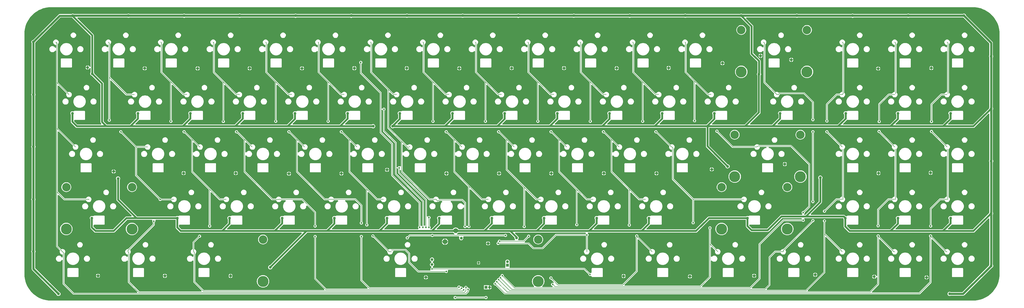
<source format=gtl>
G04*
G04 #@! TF.GenerationSoftware,Altium Limited,Altium Designer,20.1.14 (287)*
G04*
G04 Layer_Physical_Order=1*
G04 Layer_Color=255*
%FSLAX25Y25*%
%MOIN*%
G70*
G04*
G04 #@! TF.SameCoordinates,5E7EC535-6302-435E-A40C-08F812187638*
G04*
G04*
G04 #@! TF.FilePolarity,Positive*
G04*
G01*
G75*
%ADD10C,0.00500*%
%ADD21C,0.02900*%
%ADD22C,0.02500*%
%ADD23C,0.01000*%
%ADD24C,0.12000*%
%ADD25C,0.15700*%
%ADD26C,0.07000*%
%ADD27C,0.03937*%
%ADD28R,0.03937X0.03937*%
%ADD29R,0.03937X0.03937*%
%ADD30C,0.04000*%
%ADD31C,0.02400*%
%ADD32C,0.03000*%
G36*
X1357867Y421232D02*
X1360893Y421116D01*
X1363884Y420759D01*
X1366838Y420173D01*
X1369736Y419356D01*
X1372559Y418313D01*
X1375294Y417055D01*
X1377920Y415582D01*
X1380425Y413910D01*
X1382787Y412046D01*
X1385004Y409998D01*
X1387047Y407790D01*
X1388907Y405423D01*
X1390584Y402918D01*
X1392060Y400291D01*
X1393318Y397562D01*
X1394361Y394733D01*
X1395170Y391835D01*
X1395769Y388882D01*
X1396117Y385892D01*
X1396241Y382858D01*
Y39399D01*
X1396117Y36366D01*
X1395769Y33376D01*
X1395170Y30421D01*
X1394361Y27524D01*
X1393318Y24702D01*
X1392060Y21966D01*
X1390584Y19340D01*
X1388908Y16834D01*
X1387047Y14471D01*
X1385004Y12257D01*
X1382787Y10212D01*
X1380424Y8346D01*
X1377920Y6676D01*
X1375293Y5202D01*
X1372559Y3944D01*
X1369736Y2903D01*
X1366837Y2084D01*
X1363885Y1497D01*
X1360892Y1143D01*
X1357866Y1021D01*
X39401Y1026D01*
X36368Y1143D01*
X33377Y1497D01*
X30423Y2084D01*
X27527Y2903D01*
X24699Y3944D01*
X21968Y5202D01*
X19341Y6676D01*
X16836Y8347D01*
X14469Y10212D01*
X12260Y12257D01*
X10214Y14472D01*
X8349Y16834D01*
X6679Y19339D01*
X5204Y21965D01*
X3947Y24702D01*
X2905Y27525D01*
X2086Y30421D01*
X1500Y33375D01*
X1146Y36367D01*
X1023Y39399D01*
X1029Y382859D01*
X1146Y385892D01*
X1500Y388883D01*
X2086Y391836D01*
X2906Y394731D01*
X3947Y397562D01*
X5204Y400292D01*
X6679Y402919D01*
X8349Y405424D01*
X10214Y407789D01*
X12260Y409999D01*
X14469Y412047D01*
X16836Y413910D01*
X19341Y415582D01*
X21968Y417055D01*
X24700Y418313D01*
X27527Y419356D01*
X30423Y420173D01*
X33378Y420759D01*
X36369Y421116D01*
X39401Y421236D01*
X1357867Y421232D01*
D02*
G37*
%LPC*%
G36*
X1265549Y412084D02*
X1264766Y411981D01*
X1264036Y411678D01*
X1263836Y411525D01*
X1187534D01*
X1187374Y411647D01*
X1186644Y411949D01*
X1185861Y412053D01*
X1185078Y411949D01*
X1184348Y411647D01*
X1184189Y411525D01*
X1107887D01*
X1107687Y411678D01*
X1106957Y411981D01*
X1106174Y412084D01*
X1105391Y411981D01*
X1104661Y411678D01*
X1104461Y411525D01*
X1028199D01*
X1027999Y411678D01*
X1027269Y411981D01*
X1026486Y412084D01*
X1025703Y411981D01*
X1024973Y411678D01*
X1024773Y411525D01*
X948215D01*
X948015Y411678D01*
X947285Y411981D01*
X946502Y412084D01*
X945719Y411981D01*
X944989Y411678D01*
X944788Y411525D01*
X868784D01*
X868624Y411647D01*
X867894Y411949D01*
X867111Y412053D01*
X866328Y411949D01*
X865598Y411647D01*
X865439Y411525D01*
X788840D01*
X788640Y411678D01*
X787910Y411981D01*
X787127Y412084D01*
X786344Y411981D01*
X785614Y411678D01*
X785414Y411525D01*
X709409D01*
X709249Y411647D01*
X708519Y411949D01*
X707736Y412053D01*
X706953Y411949D01*
X706223Y411647D01*
X706064Y411525D01*
X629762D01*
X629562Y411678D01*
X628832Y411981D01*
X628049Y412084D01*
X627266Y411981D01*
X626536Y411678D01*
X626335Y411525D01*
X550074D01*
X549874Y411678D01*
X549144Y411981D01*
X548361Y412084D01*
X547578Y411981D01*
X546848Y411678D01*
X546648Y411525D01*
X470346D01*
X470187Y411647D01*
X469457Y411949D01*
X468674Y412053D01*
X467891Y411949D01*
X467161Y411647D01*
X467001Y411525D01*
X390659D01*
X390499Y411647D01*
X389769Y411949D01*
X388986Y412053D01*
X388203Y411949D01*
X387473Y411647D01*
X387314Y411525D01*
X310715D01*
X310515Y411678D01*
X309785Y411981D01*
X309002Y412084D01*
X308219Y411981D01*
X307489Y411678D01*
X307289Y411525D01*
X231284D01*
X231124Y411647D01*
X230394Y411949D01*
X229611Y412053D01*
X228828Y411949D01*
X228098Y411647D01*
X227939Y411525D01*
X151637D01*
X151437Y411678D01*
X150707Y411981D01*
X149924Y412084D01*
X149141Y411981D01*
X148411Y411678D01*
X148211Y411525D01*
X71909D01*
X71749Y411647D01*
X71019Y411949D01*
X70236Y412053D01*
X69453Y411949D01*
X68723Y411647D01*
X68371Y411377D01*
X51485D01*
X50529Y411187D01*
X49719Y410645D01*
X13390Y374316D01*
X13190Y374290D01*
X12460Y373988D01*
X11834Y373507D01*
X11353Y372880D01*
X11050Y372150D01*
X10947Y371367D01*
X11050Y370584D01*
X11353Y369854D01*
X11475Y369695D01*
Y297778D01*
X11322Y297578D01*
X11019Y296848D01*
X10916Y296065D01*
X11019Y295282D01*
X11322Y294552D01*
X11475Y294352D01*
Y223034D01*
X11353Y222875D01*
X11050Y222145D01*
X10947Y221362D01*
X11050Y220579D01*
X11353Y219849D01*
X11475Y219689D01*
Y147778D01*
X11322Y147578D01*
X11019Y146848D01*
X10916Y146065D01*
X11019Y145282D01*
X11322Y144552D01*
X11475Y144352D01*
Y73035D01*
X11353Y72875D01*
X11050Y72145D01*
X10947Y71362D01*
X11050Y70579D01*
X11353Y69849D01*
X11475Y69690D01*
Y46533D01*
X11665Y45577D01*
X12207Y44766D01*
X46815Y10158D01*
X46841Y9959D01*
X47143Y9229D01*
X47624Y8602D01*
X48251Y8122D01*
X48981Y7819D01*
X49764Y7716D01*
X50547Y7819D01*
X51277Y8122D01*
X51903Y8602D01*
X52384Y9229D01*
X52687Y9959D01*
X52790Y10742D01*
X52687Y11525D01*
X52384Y12255D01*
X51903Y12882D01*
X51277Y13363D01*
X50547Y13665D01*
X50347Y13691D01*
X16471Y47567D01*
Y69690D01*
X16594Y69849D01*
X16896Y70579D01*
X16999Y71362D01*
X16896Y72145D01*
X16594Y72875D01*
X16471Y73035D01*
Y144433D01*
X16563Y144552D01*
X16865Y145282D01*
X16968Y146065D01*
X16865Y146848D01*
X16563Y147578D01*
X16471Y147697D01*
Y219689D01*
X16594Y219849D01*
X16896Y220579D01*
X16999Y221362D01*
X16896Y222145D01*
X16594Y222875D01*
X16471Y223034D01*
Y294433D01*
X16563Y294552D01*
X16865Y295282D01*
X16968Y296065D01*
X16865Y296848D01*
X16563Y297578D01*
X16471Y297697D01*
Y369695D01*
X16594Y369854D01*
X16896Y370584D01*
X16922Y370784D01*
X52520Y406381D01*
X68784D01*
X69452Y406105D01*
X95769Y379787D01*
Y335915D01*
X94490Y335727D01*
X94188Y336456D01*
X93707Y337083D01*
X93081Y337564D01*
X92351Y337866D01*
X92068Y337904D01*
Y334944D01*
Y331983D01*
X92351Y332021D01*
X93081Y332323D01*
X93707Y332804D01*
X94188Y333431D01*
X94490Y334160D01*
X95769Y333972D01*
Y327963D01*
X95411Y327497D01*
X95109Y326767D01*
X95006Y325984D01*
X95109Y325201D01*
X95411Y324471D01*
X95892Y323845D01*
X96519Y323364D01*
X97248Y323061D01*
X97780Y322991D01*
X109911Y310861D01*
Y256693D01*
X110085Y255815D01*
X110583Y255071D01*
X111371Y254282D01*
X110873Y253081D01*
X76934D01*
X72210Y257806D01*
X72259Y259221D01*
X72989Y259909D01*
X86768D01*
X87158Y259987D01*
X87489Y260208D01*
X87710Y260539D01*
X87788Y260929D01*
Y271952D01*
X87710Y272342D01*
X87489Y272673D01*
X87158Y272894D01*
X86768Y272972D01*
X72989D01*
X72598Y272894D01*
X72268Y272673D01*
X71725Y272287D01*
X70713Y272113D01*
X70468Y272214D01*
X69685Y272317D01*
X68902Y272214D01*
X68172Y271912D01*
X67545Y271431D01*
X67064Y270804D01*
X66762Y270075D01*
X66659Y269291D01*
X66762Y268508D01*
X67064Y267778D01*
X67391Y267353D01*
Y257087D01*
X67566Y256209D01*
X68063Y255465D01*
X74362Y249165D01*
X75106Y248668D01*
X75984Y248493D01*
X293898D01*
X293901Y248494D01*
X377754D01*
X377757Y248493D01*
X498062D01*
X498487Y248167D01*
X499217Y247865D01*
X500000Y247762D01*
X500783Y247865D01*
X501513Y248167D01*
X502140Y248648D01*
X502621Y249274D01*
X502923Y250004D01*
X503026Y250787D01*
X502923Y251571D01*
X502621Y252300D01*
X502140Y252927D01*
X501513Y253408D01*
X500783Y253710D01*
X500000Y253813D01*
X499217Y253710D01*
X498487Y253408D01*
X498062Y253081D01*
X459994D01*
X459496Y254282D01*
X464845Y259631D01*
X465246Y259829D01*
X466353Y259990D01*
X466743Y259912D01*
X480522D01*
X480912Y259990D01*
X481243Y260211D01*
X481464Y260542D01*
X481542Y260932D01*
Y271955D01*
X481464Y272345D01*
X481243Y272676D01*
X480912Y272897D01*
X480522Y272975D01*
X466743D01*
X466353Y272897D01*
X466022Y272676D01*
X465431Y272274D01*
X464472Y272089D01*
X464169Y272214D01*
X463386Y272317D01*
X462603Y272214D01*
X461873Y271912D01*
X461246Y271431D01*
X460765Y270804D01*
X460463Y270075D01*
X460360Y269291D01*
X460463Y268508D01*
X460765Y267778D01*
X461092Y267353D01*
Y262366D01*
X451807Y253081D01*
X384993D01*
X384495Y254282D01*
X389811Y259598D01*
X389839Y259640D01*
X390097Y259765D01*
X391352Y259990D01*
X391742Y259913D01*
X405522D01*
X405912Y259990D01*
X406243Y260211D01*
X406464Y260542D01*
X406541Y260932D01*
Y271956D01*
X406464Y272346D01*
X406243Y272677D01*
X405912Y272898D01*
X405522Y272975D01*
X391742D01*
X391352Y272898D01*
X391021Y272677D01*
X390960Y272585D01*
X390234Y272197D01*
X389538Y272013D01*
X389448Y272017D01*
X388972Y272214D01*
X388189Y272317D01*
X387406Y272214D01*
X386676Y271912D01*
X386049Y271431D01*
X385568Y270804D01*
X385266Y270075D01*
X385163Y269291D01*
X385266Y268508D01*
X385568Y267778D01*
X385895Y267353D01*
Y262171D01*
X376806Y253082D01*
X309993D01*
X309496Y254283D01*
X314844Y259631D01*
X316015Y260208D01*
X316352Y259990D01*
X316742Y259912D01*
X330521D01*
X330911Y259990D01*
X331242Y260211D01*
X331463Y260542D01*
X331541Y260932D01*
Y271955D01*
X331463Y272345D01*
X331242Y272676D01*
X330911Y272897D01*
X330521Y272975D01*
X316742D01*
X316352Y272897D01*
X316021Y272676D01*
X315431Y272274D01*
X314471Y272089D01*
X314169Y272214D01*
X313386Y272317D01*
X312603Y272214D01*
X311873Y271912D01*
X311246Y271431D01*
X310765Y270804D01*
X310463Y270075D01*
X310360Y269291D01*
X310463Y268508D01*
X310765Y267778D01*
X311092Y267353D01*
Y262368D01*
X301806Y253082D01*
X293898D01*
X293895Y253081D01*
X234993D01*
X234495Y254282D01*
X239844Y259631D01*
X240575Y259991D01*
X241352Y259990D01*
X241742Y259912D01*
X255521D01*
X255911Y259990D01*
X256242Y260211D01*
X256463Y260542D01*
X256541Y260932D01*
Y271955D01*
X256463Y272345D01*
X256242Y272676D01*
X255911Y272897D01*
X255521Y272975D01*
X241742D01*
X241352Y272897D01*
X241021Y272676D01*
X240589Y272319D01*
X239453Y272178D01*
X239366Y272214D01*
X238583Y272317D01*
X237800Y272214D01*
X237070Y271912D01*
X236443Y271431D01*
X235962Y270804D01*
X235660Y270075D01*
X235557Y269291D01*
X235660Y268508D01*
X235962Y267778D01*
X236289Y267353D01*
Y262564D01*
X226806Y253081D01*
X159993D01*
X159495Y254282D01*
X164844Y259631D01*
X166015Y260208D01*
X166351Y259990D01*
X166742Y259912D01*
X180521D01*
X180911Y259990D01*
X181242Y260211D01*
X181463Y260542D01*
X181541Y260932D01*
Y271955D01*
X181463Y272345D01*
X181242Y272676D01*
X180911Y272897D01*
X180521Y272975D01*
X166742D01*
X166351Y272897D01*
X166021Y272676D01*
X165431Y272274D01*
X164471Y272089D01*
X164169Y272214D01*
X163386Y272317D01*
X162603Y272214D01*
X161873Y271912D01*
X161246Y271431D01*
X160765Y270804D01*
X160463Y270075D01*
X160360Y269291D01*
X160463Y268508D01*
X160765Y267778D01*
X161092Y267353D01*
Y262368D01*
X151806Y253081D01*
X119061D01*
X114499Y257643D01*
Y311811D01*
X114324Y312689D01*
X113827Y313433D01*
X101024Y326236D01*
X100954Y326767D01*
X100652Y327497D01*
X100357Y327882D01*
Y380738D01*
X100182Y381616D01*
X99685Y382360D01*
X76717Y405328D01*
X77215Y406529D01*
X148292D01*
X148411Y406437D01*
X149141Y406135D01*
X149924Y406032D01*
X150707Y406135D01*
X151437Y406437D01*
X151556Y406529D01*
X227939D01*
X228098Y406406D01*
X228828Y406104D01*
X229611Y406001D01*
X230394Y406104D01*
X231124Y406406D01*
X231284Y406529D01*
X307370D01*
X307489Y406437D01*
X308219Y406135D01*
X309002Y406032D01*
X309785Y406135D01*
X310515Y406437D01*
X310634Y406529D01*
X387314D01*
X387473Y406406D01*
X388203Y406104D01*
X388986Y406001D01*
X389769Y406104D01*
X390499Y406406D01*
X390659Y406529D01*
X467001D01*
X467161Y406406D01*
X467891Y406104D01*
X468674Y406001D01*
X469457Y406104D01*
X470187Y406406D01*
X470346Y406529D01*
X546729D01*
X546848Y406437D01*
X547578Y406135D01*
X548361Y406032D01*
X549144Y406135D01*
X549874Y406437D01*
X549993Y406529D01*
X626417D01*
X626536Y406437D01*
X627266Y406135D01*
X628049Y406032D01*
X628832Y406135D01*
X629562Y406437D01*
X629681Y406529D01*
X706064D01*
X706223Y406406D01*
X706953Y406104D01*
X707736Y406001D01*
X708519Y406104D01*
X709249Y406406D01*
X709409Y406529D01*
X785495D01*
X785614Y406437D01*
X786344Y406135D01*
X787127Y406032D01*
X787910Y406135D01*
X788640Y406437D01*
X788759Y406529D01*
X865439D01*
X865598Y406406D01*
X866328Y406104D01*
X867111Y406001D01*
X867894Y406104D01*
X868624Y406406D01*
X868784Y406529D01*
X944870D01*
X944989Y406437D01*
X945719Y406135D01*
X946502Y406032D01*
X947285Y406135D01*
X948015Y406437D01*
X948134Y406529D01*
X1024854D01*
X1024973Y406437D01*
X1025703Y406135D01*
X1026199Y406070D01*
X1039286Y392983D01*
Y354608D01*
X1039461Y353730D01*
X1039958Y352985D01*
X1049799Y343145D01*
Y327297D01*
X1049348Y326710D01*
X1049046Y325980D01*
X1048943Y325197D01*
X1049046Y324414D01*
X1049348Y323684D01*
X1049674Y323258D01*
Y271421D01*
X1031333Y253080D01*
X984992D01*
X984494Y254280D01*
X989811Y259597D01*
X989840Y259640D01*
X990098Y259765D01*
X991353Y259990D01*
X991743Y259912D01*
X1005522D01*
X1005912Y259990D01*
X1006243Y260211D01*
X1006464Y260542D01*
X1006542Y260932D01*
Y271955D01*
X1006464Y272345D01*
X1006243Y272676D01*
X1005912Y272897D01*
X1005522Y272975D01*
X991743D01*
X991353Y272897D01*
X991022Y272676D01*
X990961Y272585D01*
X990233Y272196D01*
X989538Y272012D01*
X989449Y272017D01*
X988972Y272214D01*
X988189Y272317D01*
X987406Y272214D01*
X986676Y271912D01*
X986049Y271431D01*
X985569Y270804D01*
X985266Y270075D01*
X985163Y269291D01*
X985266Y268508D01*
X985569Y267778D01*
X985895Y267353D01*
Y262170D01*
X976807Y253081D01*
X909994D01*
X909496Y254282D01*
X914845Y259631D01*
X915246Y259829D01*
X916353Y259990D01*
X916743Y259912D01*
X930522D01*
X930912Y259990D01*
X931243Y260211D01*
X931464Y260542D01*
X931542Y260932D01*
Y271955D01*
X931464Y272345D01*
X931243Y272676D01*
X930912Y272897D01*
X930522Y272975D01*
X916743D01*
X916353Y272897D01*
X916022Y272676D01*
X915431Y272274D01*
X914472Y272089D01*
X914169Y272214D01*
X913386Y272317D01*
X912603Y272214D01*
X911873Y271912D01*
X911246Y271431D01*
X910765Y270804D01*
X910463Y270075D01*
X910360Y269291D01*
X910463Y268508D01*
X910765Y267778D01*
X911092Y267353D01*
Y262366D01*
X901807Y253081D01*
X834994D01*
X834496Y254282D01*
X839811Y259597D01*
X839840Y259640D01*
X840098Y259765D01*
X841353Y259990D01*
X841743Y259912D01*
X855522D01*
X855912Y259990D01*
X856243Y260211D01*
X856464Y260542D01*
X856542Y260932D01*
Y271955D01*
X856464Y272345D01*
X856243Y272676D01*
X855912Y272897D01*
X855522Y272975D01*
X841743D01*
X841353Y272897D01*
X841022Y272676D01*
X840961Y272585D01*
X840233Y272196D01*
X839538Y272012D01*
X839449Y272017D01*
X838972Y272214D01*
X838189Y272317D01*
X837406Y272214D01*
X836676Y271912D01*
X836049Y271431D01*
X835569Y270804D01*
X835266Y270075D01*
X835163Y269291D01*
X835266Y268508D01*
X835569Y267778D01*
X835895Y267353D01*
Y262170D01*
X826807Y253081D01*
X759994D01*
X759496Y254282D01*
X764845Y259631D01*
X765246Y259829D01*
X766353Y259990D01*
X766743Y259912D01*
X780522D01*
X780912Y259990D01*
X781243Y260211D01*
X781464Y260542D01*
X781542Y260932D01*
Y271955D01*
X781464Y272345D01*
X781243Y272676D01*
X780912Y272897D01*
X780522Y272975D01*
X766743D01*
X766353Y272897D01*
X766022Y272676D01*
X765431Y272274D01*
X764472Y272089D01*
X764169Y272214D01*
X763386Y272317D01*
X762603Y272214D01*
X761873Y271912D01*
X761246Y271431D01*
X760765Y270804D01*
X760463Y270075D01*
X760360Y269291D01*
X760463Y268508D01*
X760765Y267778D01*
X761092Y267353D01*
Y262366D01*
X751807Y253081D01*
X684994D01*
X684496Y254282D01*
X689811Y259597D01*
X689840Y259640D01*
X690098Y259765D01*
X691353Y259990D01*
X691743Y259912D01*
X705522D01*
X705912Y259990D01*
X706243Y260211D01*
X706464Y260542D01*
X706542Y260932D01*
Y271955D01*
X706464Y272345D01*
X706243Y272676D01*
X705912Y272897D01*
X705522Y272975D01*
X691743D01*
X691353Y272897D01*
X691022Y272676D01*
X690961Y272585D01*
X690233Y272196D01*
X689538Y272012D01*
X689449Y272017D01*
X688972Y272214D01*
X688189Y272317D01*
X687406Y272214D01*
X686676Y271912D01*
X686049Y271431D01*
X685569Y270804D01*
X685266Y270075D01*
X685163Y269291D01*
X685266Y268508D01*
X685569Y267778D01*
X685895Y267353D01*
Y262170D01*
X676807Y253081D01*
X609994D01*
X609496Y254282D01*
X614845Y259631D01*
X615246Y259829D01*
X616353Y259990D01*
X616743Y259912D01*
X630522D01*
X630912Y259990D01*
X631243Y260211D01*
X631464Y260542D01*
X631542Y260932D01*
Y271955D01*
X631464Y272345D01*
X631243Y272676D01*
X630912Y272897D01*
X630522Y272975D01*
X616743D01*
X616353Y272897D01*
X616022Y272676D01*
X615431Y272274D01*
X614472Y272089D01*
X614169Y272214D01*
X613386Y272317D01*
X612603Y272214D01*
X611873Y271912D01*
X611246Y271431D01*
X610765Y270804D01*
X610463Y270075D01*
X610360Y269291D01*
X610463Y268508D01*
X610765Y267778D01*
X611092Y267353D01*
Y262366D01*
X601807Y253081D01*
X534994D01*
X534496Y254282D01*
X539811Y259597D01*
X539840Y259640D01*
X540098Y259765D01*
X541353Y259990D01*
X541743Y259912D01*
X555522D01*
X555912Y259990D01*
X556243Y260211D01*
X556464Y260542D01*
X556542Y260932D01*
Y271955D01*
X556464Y272345D01*
X556243Y272676D01*
X555912Y272897D01*
X555522Y272975D01*
X541743D01*
X541353Y272897D01*
X541022Y272676D01*
X540961Y272585D01*
X540233Y272196D01*
X539538Y272012D01*
X539449Y272017D01*
X538972Y272214D01*
X538189Y272317D01*
X537406Y272214D01*
X536676Y271912D01*
X536049Y271431D01*
X535569Y270804D01*
X535266Y270075D01*
X535163Y269291D01*
X535266Y268508D01*
X535569Y267778D01*
X535895Y267353D01*
Y262170D01*
X527476Y253750D01*
X527170Y253710D01*
X526440Y253408D01*
X525813Y252927D01*
X525332Y252300D01*
X525030Y251571D01*
X524927Y250787D01*
X525030Y250004D01*
X525332Y249274D01*
X525813Y248648D01*
X526440Y248167D01*
X527170Y247865D01*
X527953Y247762D01*
X528736Y247865D01*
X529466Y248167D01*
X529891Y248493D01*
X976052D01*
Y222047D01*
X976227Y221169D01*
X976724Y220425D01*
X1004094Y193055D01*
X1004164Y192524D01*
X1004466Y191794D01*
X1004947Y191167D01*
X1005574Y190687D01*
X1006304Y190384D01*
X1007087Y190281D01*
X1007870Y190384D01*
X1008600Y190687D01*
X1009226Y191167D01*
X1009707Y191794D01*
X1010009Y192524D01*
X1010112Y193307D01*
X1010009Y194090D01*
X1009707Y194820D01*
X1009226Y195447D01*
X1008600Y195928D01*
X1007870Y196230D01*
X1007338Y196300D01*
X980641Y222997D01*
Y248491D01*
X1066929D01*
X1066939Y248493D01*
X1156399D01*
X1156399Y248493D01*
X1358953D01*
X1359831Y248668D01*
X1360575Y249165D01*
X1380343Y268933D01*
X1381544Y268436D01*
Y202545D01*
X1381437Y202405D01*
X1381135Y201675D01*
X1381032Y200892D01*
X1381135Y200109D01*
X1381437Y199379D01*
X1381544Y199240D01*
Y127586D01*
X1381406Y127406D01*
X1381104Y126676D01*
X1381034Y126144D01*
X1357972Y103082D01*
X1322494D01*
X1321996Y104283D01*
X1327345Y109632D01*
X1328522Y110211D01*
X1328853Y109990D01*
X1329243Y109913D01*
X1343022D01*
X1343412Y109990D01*
X1343743Y110211D01*
X1343964Y110542D01*
X1344042Y110932D01*
Y121956D01*
X1343964Y122346D01*
X1343743Y122677D01*
X1343412Y122898D01*
X1343022Y122975D01*
X1329243D01*
X1328853Y122898D01*
X1328522Y122677D01*
X1328018Y122301D01*
X1326963Y122133D01*
X1326767Y122214D01*
X1325984Y122317D01*
X1325201Y122214D01*
X1324471Y121912D01*
X1323845Y121431D01*
X1323364Y120804D01*
X1323061Y120074D01*
X1322958Y119291D01*
X1323061Y118508D01*
X1323364Y117778D01*
X1323690Y117353D01*
Y112465D01*
X1314307Y103082D01*
X1247494D01*
X1246996Y104283D01*
X1252345Y109632D01*
X1252574Y109772D01*
X1253454Y110180D01*
X1253853Y109990D01*
X1254243Y109912D01*
X1268022D01*
X1268412Y109990D01*
X1268743Y110211D01*
X1268964Y110542D01*
X1269042Y110932D01*
Y121956D01*
X1268964Y122346D01*
X1268743Y122677D01*
X1268412Y122898D01*
X1268022Y122975D01*
X1254243D01*
X1253853Y122898D01*
X1253522Y122677D01*
X1253494Y122635D01*
X1252845Y122242D01*
X1252001Y122049D01*
X1251963Y122052D01*
X1251571Y122214D01*
X1250787Y122317D01*
X1250004Y122214D01*
X1249275Y121912D01*
X1248648Y121431D01*
X1248167Y120804D01*
X1247865Y120074D01*
X1247762Y119291D01*
X1247865Y118508D01*
X1248167Y117778D01*
X1248493Y117353D01*
Y112268D01*
X1239307Y103082D01*
X1182840D01*
X1178065Y107856D01*
X1178078Y109257D01*
X1178194Y109367D01*
X1179185Y109924D01*
X1179243Y109912D01*
X1193022D01*
X1193412Y109990D01*
X1193743Y110211D01*
X1193964Y110542D01*
X1194042Y110932D01*
Y121956D01*
X1193964Y122346D01*
X1193743Y122677D01*
X1193412Y122898D01*
X1193022Y122975D01*
X1179243D01*
X1178853Y122898D01*
X1178522Y122677D01*
X1178427Y122535D01*
X1177843Y122209D01*
X1177078Y121979D01*
X1176934Y121982D01*
X1176374Y122214D01*
X1175842Y122284D01*
X1174942Y123184D01*
X1174198Y123681D01*
X1173320Y123856D01*
X1126437D01*
X1125939Y125057D01*
X1141386Y140504D01*
X1141883Y141248D01*
X1142058Y142126D01*
Y175227D01*
X1142384Y175652D01*
X1142687Y176382D01*
X1142790Y177165D01*
X1142687Y177948D01*
X1142384Y178678D01*
X1141903Y179305D01*
X1141277Y179786D01*
X1140547Y180088D01*
X1139764Y180191D01*
X1138981Y180088D01*
X1138251Y179786D01*
X1137624Y179305D01*
X1137143Y178678D01*
X1136841Y177948D01*
X1136738Y177165D01*
X1136841Y176382D01*
X1137143Y175652D01*
X1137470Y175227D01*
Y143076D01*
X1118250Y123856D01*
X1116986D01*
X1116197Y125062D01*
X1116209Y125156D01*
X1116842Y125579D01*
X1117328Y126307D01*
X1117499Y127165D01*
X1117442Y127451D01*
X1124917Y134926D01*
X1125193Y135339D01*
X1125290Y135827D01*
Y196457D01*
X1125193Y196944D01*
X1124917Y197358D01*
X1098933Y223342D01*
X1098519Y223618D01*
X1098032Y223715D01*
X1052245D01*
X1052070Y223944D01*
X1051245Y224577D01*
X1050284Y224975D01*
X1049253Y225111D01*
X1048221Y224975D01*
X1047261Y224577D01*
X1046436Y223944D01*
X1045802Y223119D01*
X1045505Y222401D01*
X1014834D01*
X993902Y243333D01*
X993975Y243701D01*
X993805Y244559D01*
X993318Y245287D01*
X992591Y245773D01*
X991732Y245944D01*
X990874Y245773D01*
X990146Y245287D01*
X989660Y244559D01*
X989489Y243701D01*
X989660Y242842D01*
X990146Y242115D01*
X990874Y241628D01*
X991732Y241458D01*
X992100Y241531D01*
X1013405Y220225D01*
X1013819Y219949D01*
X1014307Y219852D01*
X1045505D01*
X1045802Y219134D01*
X1046436Y218309D01*
X1047261Y217676D01*
X1048221Y217278D01*
X1049253Y217143D01*
X1050284Y217278D01*
X1051245Y217676D01*
X1052070Y218309D01*
X1052703Y219134D01*
X1053101Y220095D01*
X1053237Y221127D01*
X1053272Y221166D01*
X1062599D01*
X1062727Y219866D01*
X1061764Y219675D01*
X1061671Y219636D01*
X1061573Y219617D01*
X1060144Y219025D01*
X1060061Y218969D01*
X1059968Y218931D01*
X1058682Y218072D01*
X1058611Y218001D01*
X1058528Y217945D01*
X1057434Y216852D01*
X1057378Y216768D01*
X1057307Y216697D01*
X1056448Y215411D01*
X1056410Y215319D01*
X1056354Y215235D01*
X1055762Y213807D01*
X1055743Y213708D01*
X1055704Y213615D01*
X1055403Y212099D01*
Y211998D01*
X1055383Y211900D01*
Y210353D01*
X1055403Y210255D01*
Y210155D01*
X1055704Y208638D01*
X1055743Y208545D01*
X1055762Y208447D01*
X1056354Y207018D01*
X1056410Y206934D01*
X1056448Y206842D01*
X1057307Y205556D01*
X1057378Y205485D01*
X1057434Y205401D01*
X1058528Y204308D01*
X1058611Y204252D01*
X1058682Y204181D01*
X1059968Y203322D01*
X1060061Y203284D01*
X1060144Y203228D01*
X1061573Y202636D01*
X1061671Y202617D01*
X1061764Y202578D01*
X1063281Y202276D01*
X1063381D01*
X1063480Y202257D01*
X1065026D01*
X1065124Y202276D01*
X1065225D01*
X1066741Y202578D01*
X1066834Y202617D01*
X1066933Y202636D01*
X1068361Y203228D01*
X1068445Y203284D01*
X1068538Y203322D01*
X1069823Y204181D01*
X1069894Y204252D01*
X1069978Y204308D01*
X1071071Y205401D01*
X1071127Y205485D01*
X1071198Y205556D01*
X1072057Y206842D01*
X1072095Y206934D01*
X1072151Y207018D01*
X1072743Y208447D01*
X1072762Y208545D01*
X1072801Y208638D01*
X1073103Y210155D01*
Y210255D01*
X1073122Y210353D01*
Y211900D01*
X1073103Y211998D01*
Y212099D01*
X1072801Y213615D01*
X1072762Y213708D01*
X1072743Y213807D01*
X1072151Y215235D01*
X1072095Y215319D01*
X1072057Y215411D01*
X1071198Y216697D01*
X1071127Y216768D01*
X1071071Y216852D01*
X1069978Y217945D01*
X1069894Y218001D01*
X1069823Y218072D01*
X1068538Y218931D01*
X1068445Y218969D01*
X1068361Y219025D01*
X1066933Y219617D01*
X1066834Y219636D01*
X1066741Y219675D01*
X1065778Y219866D01*
X1065906Y221166D01*
X1097504D01*
X1122741Y195929D01*
Y136355D01*
X1115706Y129319D01*
X1115256Y129408D01*
X1114398Y129238D01*
X1113670Y128752D01*
X1113184Y128024D01*
X1113013Y127165D01*
X1113184Y126307D01*
X1113670Y125579D01*
X1114303Y125156D01*
X1114314Y125062D01*
X1113525Y123856D01*
X1084160D01*
X1083282Y123681D01*
X1082538Y123184D01*
X1063471Y104117D01*
X1042434D01*
X1037727Y108824D01*
Y108862D01*
X1037739Y108890D01*
X1038615Y109911D01*
X1052394D01*
X1052785Y109988D01*
X1053115Y110209D01*
X1053336Y110540D01*
X1053414Y110930D01*
Y121954D01*
X1053336Y122344D01*
X1053115Y122675D01*
X1052785Y122896D01*
X1052394Y122973D01*
X1038615D01*
X1038225Y122896D01*
X1037894Y122675D01*
X1037446Y122314D01*
X1036328Y122168D01*
X1036216Y122214D01*
X1035433Y122317D01*
X1034650Y122214D01*
X1033920Y121912D01*
X1033495Y121585D01*
X980315D01*
X979437Y121411D01*
X978693Y120914D01*
X960859Y103080D01*
X891240D01*
X890743Y104281D01*
X896110Y109649D01*
X897172Y110162D01*
X897599Y109988D01*
X897989Y109911D01*
X911768D01*
X912159Y109988D01*
X912489Y110209D01*
X912710Y110540D01*
X912788Y110930D01*
Y121954D01*
X912710Y122344D01*
X912489Y122675D01*
X912159Y122896D01*
X911768Y122973D01*
X897989D01*
X897599Y122896D01*
X897268Y122675D01*
X897225Y122611D01*
X896543Y122221D01*
X895762Y122031D01*
X895703Y122035D01*
X895271Y122214D01*
X894488Y122317D01*
X893705Y122214D01*
X892975Y121912D01*
X892349Y121431D01*
X891868Y120804D01*
X891565Y120074D01*
X891462Y119291D01*
X891565Y118508D01*
X891868Y117778D01*
X892194Y117353D01*
Y112221D01*
X883053Y103080D01*
X816240D01*
X815743Y104281D01*
X816934Y105472D01*
X821091Y109630D01*
X821594Y109877D01*
X822599Y109988D01*
X822989Y109911D01*
X836768D01*
X837159Y109988D01*
X837489Y110209D01*
X837710Y110540D01*
X837788Y110930D01*
Y121954D01*
X837710Y122344D01*
X837489Y122675D01*
X837159Y122896D01*
X836768Y122973D01*
X822989D01*
X822599Y122896D01*
X822268Y122675D01*
X821726Y122288D01*
X820713Y122113D01*
X820468Y122214D01*
X819685Y122317D01*
X818902Y122214D01*
X818172Y121912D01*
X817545Y121431D01*
X817064Y120804D01*
X816762Y120074D01*
X816659Y119291D01*
X816762Y118508D01*
X817064Y117778D01*
X817391Y117353D01*
Y112418D01*
X813690Y108716D01*
X808053Y103080D01*
X741240D01*
X740743Y104281D01*
X741934Y105472D01*
X746110Y109649D01*
X746305Y109743D01*
X747599Y109988D01*
X747989Y109911D01*
X761768D01*
X762159Y109988D01*
X762489Y110209D01*
X762710Y110540D01*
X762788Y110930D01*
Y121954D01*
X762710Y122344D01*
X762489Y122675D01*
X762159Y122896D01*
X761768Y122973D01*
X747989D01*
X747599Y122896D01*
X747268Y122675D01*
X747225Y122611D01*
X746543Y122221D01*
X745762Y122031D01*
X745703Y122035D01*
X745271Y122214D01*
X744488Y122317D01*
X743705Y122214D01*
X742975Y121912D01*
X742349Y121431D01*
X741868Y120804D01*
X741565Y120074D01*
X741462Y119291D01*
X741565Y118508D01*
X741868Y117778D01*
X742194Y117353D01*
Y112221D01*
X738690Y108716D01*
X733053Y103080D01*
X666240D01*
X665743Y104281D01*
X666934Y105472D01*
X671092Y109630D01*
X671594Y109877D01*
X672599Y109988D01*
X672989Y109911D01*
X686768D01*
X687159Y109988D01*
X687489Y110209D01*
X687710Y110540D01*
X687788Y110930D01*
Y121954D01*
X687710Y122344D01*
X687489Y122675D01*
X687159Y122896D01*
X686768Y122973D01*
X672989D01*
X672599Y122896D01*
X672268Y122675D01*
X671726Y122288D01*
X670713Y122113D01*
X670468Y122214D01*
X669685Y122317D01*
X668902Y122214D01*
X668172Y121912D01*
X667545Y121431D01*
X667065Y120804D01*
X666762Y120074D01*
X666659Y119291D01*
X666762Y118508D01*
X667065Y117778D01*
X667391Y117353D01*
Y112418D01*
X663690Y108716D01*
X658053Y103080D01*
X622194D01*
X622041Y103451D01*
X621320Y104391D01*
X620380Y105112D01*
X619285Y105565D01*
X618110Y105720D01*
X616935Y105565D01*
X615841Y105112D01*
X614901Y104391D01*
X614180Y103451D01*
X614026Y103080D01*
X591240D01*
X590743Y104281D01*
X596110Y109649D01*
X597172Y110162D01*
X597599Y109988D01*
X597989Y109911D01*
X611768D01*
X612159Y109988D01*
X612489Y110209D01*
X612710Y110540D01*
X612788Y110930D01*
Y121954D01*
X612710Y122344D01*
X612489Y122675D01*
X612159Y122896D01*
X611768Y122973D01*
X597989D01*
X597599Y122896D01*
X597268Y122675D01*
X597225Y122611D01*
X596543Y122221D01*
X595762Y122031D01*
X595703Y122035D01*
X595271Y122214D01*
X594488Y122317D01*
X593705Y122214D01*
X592975Y121912D01*
X592349Y121431D01*
X591868Y120804D01*
X591565Y120074D01*
X591462Y119291D01*
X591565Y118508D01*
X591868Y117778D01*
X592194Y117353D01*
Y112221D01*
X583196Y103223D01*
X582159Y103344D01*
X581674Y104568D01*
X581994Y105047D01*
X582164Y105905D01*
X581994Y106764D01*
X581507Y107492D01*
X581196Y107700D01*
Y118284D01*
X581507Y118493D01*
X581994Y119220D01*
X582164Y120079D01*
X581994Y120937D01*
X581507Y121665D01*
X580780Y122151D01*
X579921Y122322D01*
X579063Y122151D01*
X578335Y121665D01*
X578165Y121410D01*
X576865Y121805D01*
Y145669D01*
X576768Y146157D01*
X576492Y146571D01*
X538282Y184780D01*
Y188255D01*
X538358Y188342D01*
X539433Y187938D01*
X539658Y187703D01*
Y185840D01*
X539755Y185352D01*
X540032Y184939D01*
X579742Y145229D01*
X580155Y144953D01*
X580643Y144856D01*
X586130D01*
X586428Y144135D01*
X587062Y143310D01*
X587887Y142677D01*
X588847Y142279D01*
X589879Y142143D01*
X590910Y142279D01*
X591696Y142604D01*
X591817Y142523D01*
X592305Y142426D01*
X593005D01*
X593493Y142523D01*
X593907Y142800D01*
X595059Y143952D01*
X598350D01*
X598496Y143795D01*
X598861Y142652D01*
X598060Y141852D01*
X598004Y141769D01*
X597933Y141698D01*
X597074Y140412D01*
X597036Y140319D01*
X596980Y140235D01*
X596388Y138807D01*
X596369Y138708D01*
X596330Y138616D01*
X596029Y137099D01*
Y136999D01*
X596009Y136900D01*
Y135354D01*
X596029Y135255D01*
Y135155D01*
X596330Y133638D01*
X596369Y133545D01*
X596388Y133447D01*
X596980Y132018D01*
X597036Y131935D01*
X597074Y131842D01*
X597933Y130556D01*
X598004Y130485D01*
X598060Y130402D01*
X599154Y129308D01*
X599237Y129253D01*
X599308Y129182D01*
X600594Y128323D01*
X600687Y128284D01*
X600770Y128228D01*
X602199Y127637D01*
X602297Y127617D01*
X602390Y127579D01*
X603907Y127277D01*
X604007D01*
X604106Y127257D01*
X605652D01*
X605750Y127277D01*
X605851D01*
X607367Y127579D01*
X607460Y127617D01*
X607559Y127637D01*
X608987Y128228D01*
X609071Y128284D01*
X609164Y128323D01*
X610449Y129182D01*
X610520Y129253D01*
X610604Y129308D01*
X611697Y130402D01*
X611753Y130485D01*
X611824Y130556D01*
X612683Y131842D01*
X612721Y131935D01*
X612777Y132018D01*
X613369Y133447D01*
X613388Y133545D01*
X613427Y133638D01*
X613729Y135155D01*
Y135255D01*
X613748Y135354D01*
Y136900D01*
X613729Y136999D01*
Y137099D01*
X613427Y138616D01*
X613388Y138708D01*
X613369Y138807D01*
X612777Y140235D01*
X612721Y140319D01*
X612683Y140412D01*
X611824Y141698D01*
X611753Y141769D01*
X611697Y141852D01*
X610897Y142652D01*
X611261Y143795D01*
X611407Y143952D01*
X627080D01*
X630222Y140811D01*
Y138043D01*
X628922Y137785D01*
X628789Y138104D01*
X628734Y138187D01*
X628695Y138280D01*
X628329Y138829D01*
X628258Y138900D01*
X628202Y138983D01*
X627735Y139450D01*
X627652Y139506D01*
X627581Y139577D01*
X627032Y139943D01*
X626939Y139982D01*
X626856Y140038D01*
X626246Y140290D01*
X626148Y140310D01*
X626055Y140348D01*
X625408Y140477D01*
X625307D01*
X625209Y140497D01*
X624549D01*
X624450Y140477D01*
X624350D01*
X623703Y140348D01*
X623610Y140310D01*
X623511Y140290D01*
X622902Y140038D01*
X622818Y139982D01*
X622725Y139943D01*
X622177Y139577D01*
X622106Y139506D01*
X622022Y139450D01*
X621556Y138983D01*
X621500Y138900D01*
X621429Y138829D01*
X621062Y138280D01*
X621024Y138187D01*
X620968Y138104D01*
X620715Y137494D01*
X620696Y137396D01*
X620657Y137303D01*
X620529Y136656D01*
Y136555D01*
X620509Y136457D01*
Y135797D01*
X620529Y135698D01*
Y135598D01*
X620657Y134951D01*
X620696Y134858D01*
X620715Y134760D01*
X620968Y134150D01*
X621024Y134066D01*
X621062Y133974D01*
X621429Y133425D01*
X621500Y133354D01*
X621556Y133271D01*
X622022Y132804D01*
X622106Y132748D01*
X622177Y132677D01*
X622725Y132310D01*
X622818Y132272D01*
X622902Y132216D01*
X623511Y131964D01*
X623610Y131944D01*
X623703Y131906D01*
X624350Y131777D01*
X624450D01*
X624549Y131757D01*
X625209D01*
X625307Y131777D01*
X625408D01*
X626055Y131906D01*
X626148Y131944D01*
X626246Y131964D01*
X626856Y132216D01*
X626939Y132272D01*
X627032Y132310D01*
X627581Y132677D01*
X627652Y132748D01*
X627735Y132804D01*
X628202Y133271D01*
X628258Y133354D01*
X628329Y133425D01*
X628695Y133974D01*
X628734Y134066D01*
X628789Y134150D01*
X628922Y134469D01*
X630222Y134211D01*
Y108881D01*
X629910Y108673D01*
X629424Y107945D01*
X629253Y107087D01*
X629424Y106228D01*
X629910Y105500D01*
X630638Y105014D01*
X631496Y104843D01*
X632354Y105014D01*
X633082Y105500D01*
X633568Y106228D01*
X633589Y106333D01*
X634915D01*
X634936Y106228D01*
X635422Y105500D01*
X636150Y105014D01*
X637008Y104843D01*
X637866Y105014D01*
X638594Y105500D01*
X639080Y106228D01*
X639251Y107087D01*
X639080Y107945D01*
X638594Y108673D01*
X638282Y108881D01*
Y159990D01*
X639483Y160487D01*
X654745Y145225D01*
X655159Y144949D01*
X655647Y144852D01*
X661131D01*
X661428Y144135D01*
X662062Y143310D01*
X662887Y142677D01*
X663847Y142279D01*
X664879Y142143D01*
X665910Y142279D01*
X666871Y142677D01*
X667696Y143310D01*
X668329Y144135D01*
X668727Y145096D01*
X668863Y146127D01*
X668727Y147158D01*
X668329Y148119D01*
X667696Y148944D01*
X666871Y149577D01*
X665910Y149975D01*
X664879Y150111D01*
X663847Y149975D01*
X662887Y149577D01*
X662062Y148944D01*
X661428Y148119D01*
X661131Y147401D01*
X656175D01*
X637909Y165666D01*
X617211Y186364D01*
Y208678D01*
X618378Y209108D01*
X618511Y209085D01*
X618524Y209066D01*
X618562Y208973D01*
X618929Y208425D01*
X619000Y208354D01*
X619056Y208270D01*
X619522Y207804D01*
X619606Y207748D01*
X619677Y207677D01*
X620225Y207310D01*
X620318Y207272D01*
X620402Y207216D01*
X621011Y206963D01*
X621110Y206944D01*
X621203Y206905D01*
X621850Y206776D01*
X621950D01*
X622049Y206757D01*
X622709D01*
X622807Y206776D01*
X622907D01*
X623555Y206905D01*
X623647Y206944D01*
X623746Y206963D01*
X624356Y207216D01*
X624439Y207272D01*
X624532Y207310D01*
X625081Y207677D01*
X625152Y207748D01*
X625235Y207804D01*
X625702Y208270D01*
X625758Y208354D01*
X625829Y208425D01*
X626195Y208973D01*
X626234Y209066D01*
X626289Y209150D01*
X626542Y209759D01*
X626561Y209858D01*
X626600Y209950D01*
X626729Y210598D01*
Y210698D01*
X626748Y210797D01*
Y211456D01*
X626729Y211555D01*
Y211655D01*
X626600Y212303D01*
X626561Y212395D01*
X626542Y212494D01*
X626289Y213104D01*
X626234Y213187D01*
X626195Y213280D01*
X625829Y213828D01*
X625758Y213899D01*
X625702Y213983D01*
X625235Y214450D01*
X625152Y214505D01*
X625081Y214576D01*
X624532Y214943D01*
X624439Y214982D01*
X624356Y215037D01*
X623746Y215290D01*
X623647Y215309D01*
X623555Y215348D01*
X622907Y215476D01*
X622807D01*
X622709Y215496D01*
X622049D01*
X621950Y215476D01*
X621850D01*
X621203Y215348D01*
X621110Y215309D01*
X621011Y215290D01*
X620402Y215037D01*
X620318Y214981D01*
X620225Y214943D01*
X619677Y214576D01*
X619606Y214505D01*
X619522Y214450D01*
X619056Y213983D01*
X619000Y213899D01*
X618929Y213828D01*
X618562Y213280D01*
X618524Y213187D01*
X618511Y213168D01*
X618378Y213145D01*
X617211Y213575D01*
Y227244D01*
X618412Y227742D01*
X623667Y222487D01*
X623530Y222158D01*
X623395Y221127D01*
X623530Y220095D01*
X623928Y219134D01*
X624562Y218309D01*
X625387Y217676D01*
X626347Y217278D01*
X627379Y217143D01*
X628410Y217278D01*
X629371Y217676D01*
X630196Y218309D01*
X630829Y219134D01*
X631227Y220095D01*
X631363Y221127D01*
X631227Y222158D01*
X630829Y223119D01*
X630196Y223944D01*
X629371Y224577D01*
X628410Y224975D01*
X627379Y225111D01*
X626347Y224975D01*
X625387Y224577D01*
X625271Y224488D01*
X616838Y232921D01*
X606754Y243005D01*
X606601Y243772D01*
X606115Y244499D01*
X605387Y244986D01*
X604529Y245157D01*
X603670Y244986D01*
X602943Y244499D01*
X602456Y243772D01*
X602286Y242913D01*
X602456Y242055D01*
X602943Y241327D01*
X603670Y240841D01*
X604529Y240670D01*
X605325Y240829D01*
X614662Y231492D01*
Y185836D01*
X614759Y185348D01*
X615035Y184935D01*
X635733Y164237D01*
Y108881D01*
X635422Y108673D01*
X634936Y107945D01*
X634915Y107840D01*
X633589D01*
X633568Y107945D01*
X633082Y108673D01*
X632771Y108881D01*
Y141339D01*
X632674Y141826D01*
X632397Y142240D01*
X628509Y146128D01*
X628095Y146404D01*
X627608Y146501D01*
X594531D01*
X593729Y147156D01*
X593571Y147535D01*
X593329Y148119D01*
X592696Y148944D01*
X591871Y149577D01*
X590910Y149975D01*
X589879Y150111D01*
X588847Y149975D01*
X587887Y149577D01*
X587062Y148944D01*
X586428Y148119D01*
X586132Y147405D01*
X581171D01*
X542207Y186368D01*
Y208752D01*
X543375Y209115D01*
X543507Y209091D01*
X543524Y209066D01*
X543562Y208973D01*
X543929Y208425D01*
X544000Y208354D01*
X544056Y208270D01*
X544522Y207804D01*
X544606Y207748D01*
X544677Y207677D01*
X545225Y207310D01*
X545318Y207272D01*
X545402Y207216D01*
X546011Y206963D01*
X546110Y206944D01*
X546203Y206905D01*
X546850Y206776D01*
X546950D01*
X547049Y206757D01*
X547709D01*
X547807Y206776D01*
X547907D01*
X548555Y206905D01*
X548647Y206944D01*
X548746Y206963D01*
X549356Y207216D01*
X549439Y207272D01*
X549532Y207310D01*
X550081Y207677D01*
X550152Y207748D01*
X550235Y207804D01*
X550702Y208270D01*
X550758Y208354D01*
X550829Y208425D01*
X551195Y208973D01*
X551234Y209066D01*
X551289Y209150D01*
X551542Y209759D01*
X551561Y209858D01*
X551600Y209950D01*
X551729Y210598D01*
Y210698D01*
X551748Y210797D01*
Y211456D01*
X551729Y211555D01*
Y211655D01*
X551600Y212303D01*
X551561Y212395D01*
X551542Y212494D01*
X551289Y213104D01*
X551234Y213187D01*
X551195Y213280D01*
X550829Y213828D01*
X550758Y213899D01*
X550702Y213983D01*
X550235Y214450D01*
X550152Y214505D01*
X550081Y214576D01*
X549532Y214943D01*
X549439Y214982D01*
X549356Y215037D01*
X548746Y215290D01*
X548647Y215309D01*
X548555Y215348D01*
X547907Y215476D01*
X547807D01*
X547709Y215496D01*
X547049D01*
X546950Y215476D01*
X546850D01*
X546203Y215348D01*
X546110Y215309D01*
X546011Y215290D01*
X545402Y215037D01*
X545318Y214981D01*
X545225Y214943D01*
X544677Y214576D01*
X544606Y214505D01*
X544522Y214450D01*
X544056Y213983D01*
X544000Y213899D01*
X543929Y213828D01*
X543562Y213280D01*
X543524Y213187D01*
X543507Y213162D01*
X543375Y213138D01*
X542207Y213502D01*
Y224371D01*
X543408Y224868D01*
X548777Y219499D01*
X548928Y219134D01*
X549562Y218309D01*
X550387Y217676D01*
X551347Y217278D01*
X552379Y217143D01*
X553410Y217278D01*
X554371Y217676D01*
X555196Y218309D01*
X555829Y219134D01*
X556227Y220095D01*
X556363Y221127D01*
X556227Y222158D01*
X555829Y223119D01*
X555196Y223944D01*
X554371Y224577D01*
X553410Y224975D01*
X552379Y225111D01*
X551347Y224975D01*
X550387Y224577D01*
X549562Y223944D01*
X547929Y223952D01*
X541834Y230047D01*
X522928Y248953D01*
Y298769D01*
X524129Y299267D01*
X527770Y295625D01*
X528184Y295349D01*
X528672Y295252D01*
X529764D01*
X529784Y295097D01*
X530182Y294137D01*
X530815Y293311D01*
X531640Y292678D01*
X532601Y292280D01*
X533633Y292144D01*
X534664Y292280D01*
X535625Y292678D01*
X536450Y293311D01*
X537083Y294137D01*
X537481Y295097D01*
X537617Y296129D01*
X537481Y297160D01*
X537083Y298121D01*
X536450Y298946D01*
X535625Y299579D01*
X534664Y299977D01*
X533633Y300113D01*
X532601Y299977D01*
X531640Y299579D01*
X530815Y298946D01*
X530302Y298277D01*
X529370Y298140D01*
X528849Y298152D01*
X522555Y304446D01*
X498516Y328485D01*
Y367985D01*
X498946Y368315D01*
X499579Y369140D01*
X499977Y370101D01*
X500113Y371132D01*
X499977Y372164D01*
X499579Y373125D01*
X498946Y373950D01*
X498121Y374583D01*
X497160Y374981D01*
X496129Y375116D01*
X495097Y374981D01*
X494137Y374583D01*
X493312Y373950D01*
X492678Y373125D01*
X492280Y372164D01*
X492145Y371132D01*
X492280Y370101D01*
X492678Y369140D01*
X493312Y368315D01*
X494137Y367682D01*
X495097Y367284D01*
X495967Y367170D01*
Y364096D01*
X494667Y363702D01*
X494579Y363834D01*
X494508Y363905D01*
X494452Y363989D01*
X493985Y364456D01*
X493902Y364511D01*
X493831Y364582D01*
X493282Y364949D01*
X493189Y364987D01*
X493106Y365043D01*
X492496Y365296D01*
X492397Y365315D01*
X492305Y365354D01*
X491657Y365482D01*
X491557D01*
X491459Y365502D01*
X490799D01*
X490700Y365482D01*
X490600D01*
X489953Y365354D01*
X489860Y365315D01*
X489761Y365296D01*
X489152Y365043D01*
X489068Y364987D01*
X488975Y364949D01*
X488427Y364582D01*
X488356Y364511D01*
X488272Y364456D01*
X487806Y363989D01*
X487750Y363905D01*
X487679Y363834D01*
X487312Y363286D01*
X487274Y363193D01*
X487218Y363109D01*
X486965Y362500D01*
X486946Y362401D01*
X486907Y362309D01*
X486779Y361661D01*
Y361561D01*
X486759Y361462D01*
Y360803D01*
X486779Y360704D01*
Y360604D01*
X486907Y359956D01*
X486946Y359864D01*
X486965Y359765D01*
X487218Y359155D01*
X487274Y359072D01*
X487312Y358979D01*
X487679Y358431D01*
X487750Y358360D01*
X487806Y358276D01*
X488272Y357809D01*
X488356Y357754D01*
X488427Y357683D01*
X488975Y357316D01*
X489068Y357277D01*
X489152Y357222D01*
X489761Y356969D01*
X489860Y356950D01*
X489953Y356911D01*
X490600Y356782D01*
X490700D01*
X490799Y356763D01*
X491459D01*
X491557Y356782D01*
X491657D01*
X492305Y356911D01*
X492397Y356950D01*
X492496Y356969D01*
X493106Y357222D01*
X493189Y357277D01*
X493282Y357316D01*
X493831Y357683D01*
X493902Y357754D01*
X493985Y357809D01*
X494452Y358276D01*
X494508Y358360D01*
X494579Y358431D01*
X494667Y358563D01*
X495967Y358168D01*
Y327957D01*
X496064Y327469D01*
X496340Y327056D01*
X520379Y303017D01*
Y248425D01*
X520476Y247937D01*
X520752Y247524D01*
X539658Y228618D01*
Y193658D01*
X539217Y193354D01*
X538358Y193082D01*
X537866Y193411D01*
X537008Y193582D01*
X536150Y193411D01*
X535422Y192925D01*
X534936Y192197D01*
X534858Y191807D01*
X533589Y191932D01*
X533558Y192048D01*
Y227165D01*
X533461Y227653D01*
X533185Y228067D01*
X516629Y244622D01*
Y273403D01*
X516940Y273611D01*
X517427Y274339D01*
X517597Y275197D01*
X517427Y276055D01*
X516940Y276783D01*
X516213Y277269D01*
X515354Y277440D01*
X514496Y277269D01*
X513768Y276783D01*
X513282Y276055D01*
X513204Y275665D01*
X511935Y275790D01*
X511904Y275907D01*
Y298819D01*
X511807Y299307D01*
X511531Y299720D01*
X483558Y327693D01*
Y340332D01*
X483870Y340540D01*
X484356Y341268D01*
X484527Y342126D01*
X484356Y342984D01*
X483870Y343712D01*
X483142Y344198D01*
X482283Y344369D01*
X481425Y344198D01*
X480697Y343712D01*
X480211Y342984D01*
X480040Y342126D01*
X480211Y341268D01*
X480697Y340540D01*
X481009Y340332D01*
Y327165D01*
X481106Y326678D01*
X481382Y326264D01*
X509355Y298291D01*
Y242126D01*
X509452Y241638D01*
X509729Y241225D01*
X525891Y225063D01*
Y180709D01*
X525988Y180221D01*
X526264Y179807D01*
X565261Y140811D01*
Y107700D01*
X564949Y107492D01*
X564463Y106764D01*
X564292Y105905D01*
X564463Y105047D01*
X564909Y104380D01*
X564838Y104036D01*
X564464Y103080D01*
X516240D01*
X515743Y104281D01*
X521092Y109630D01*
X522268Y110209D01*
X522599Y109988D01*
X522989Y109911D01*
X536768D01*
X537159Y109988D01*
X537489Y110209D01*
X537710Y110540D01*
X537788Y110930D01*
Y121954D01*
X537710Y122344D01*
X537489Y122675D01*
X537159Y122896D01*
X536768Y122973D01*
X522989D01*
X522599Y122896D01*
X522268Y122675D01*
X521726Y122288D01*
X520713Y122113D01*
X520468Y122214D01*
X519685Y122317D01*
X518902Y122214D01*
X518172Y121912D01*
X517545Y121431D01*
X517065Y120804D01*
X516762Y120074D01*
X516659Y119291D01*
X516762Y118508D01*
X517065Y117778D01*
X517391Y117353D01*
Y112418D01*
X508053Y103080D01*
X441240D01*
X440743Y104281D01*
X446110Y109649D01*
X447172Y110162D01*
X447599Y109988D01*
X447989Y109911D01*
X461768D01*
X462159Y109988D01*
X462489Y110209D01*
X462710Y110540D01*
X462788Y110930D01*
Y121954D01*
X462710Y122344D01*
X462489Y122675D01*
X462159Y122896D01*
X461768Y122973D01*
X447989D01*
X447599Y122896D01*
X447268Y122675D01*
X447225Y122611D01*
X446543Y122221D01*
X445762Y122031D01*
X445703Y122035D01*
X445271Y122214D01*
X444488Y122317D01*
X443705Y122214D01*
X442975Y121912D01*
X442349Y121431D01*
X441868Y120804D01*
X441565Y120074D01*
X441462Y119291D01*
X441565Y118508D01*
X441868Y117778D01*
X442194Y117353D01*
Y112221D01*
X433053Y103080D01*
X366241D01*
X365743Y104281D01*
X371092Y109629D01*
X371593Y109876D01*
X372599Y109988D01*
X372989Y109910D01*
X386769D01*
X387159Y109988D01*
X387490Y110209D01*
X387711Y110539D01*
X387788Y110930D01*
Y121953D01*
X387711Y122344D01*
X387490Y122674D01*
X387159Y122895D01*
X386769Y122973D01*
X372989D01*
X372599Y122895D01*
X372268Y122674D01*
X371726Y122288D01*
X370713Y122113D01*
X370468Y122214D01*
X369685Y122317D01*
X368902Y122214D01*
X368172Y121912D01*
X367545Y121431D01*
X367064Y120804D01*
X366762Y120074D01*
X366659Y119291D01*
X366762Y118508D01*
X367064Y117778D01*
X367391Y117353D01*
Y112417D01*
X358054Y103080D01*
X350145D01*
X350143Y103079D01*
X291241D01*
X290743Y104280D01*
X296110Y109648D01*
X296305Y109742D01*
X297599Y109987D01*
X297989Y109910D01*
X311768D01*
X312159Y109987D01*
X312489Y110208D01*
X312710Y110539D01*
X312788Y110929D01*
Y121953D01*
X312710Y122343D01*
X312489Y122674D01*
X312159Y122895D01*
X311768Y122973D01*
X297989D01*
X297599Y122895D01*
X297268Y122674D01*
X297226Y122611D01*
X296542Y122221D01*
X295761Y122031D01*
X295703Y122035D01*
X295271Y122214D01*
X294488Y122317D01*
X293705Y122214D01*
X292975Y121912D01*
X292349Y121431D01*
X291868Y120804D01*
X291565Y120074D01*
X291462Y119291D01*
X291565Y118508D01*
X291868Y117778D01*
X292194Y117353D01*
Y112220D01*
X283053Y103079D01*
X275145D01*
X275143Y103079D01*
X225756D01*
X221979Y106856D01*
Y108886D01*
X222064Y109037D01*
X222989Y109910D01*
X236768D01*
X237159Y109987D01*
X237489Y110208D01*
X237710Y110539D01*
X237788Y110929D01*
Y121953D01*
X237710Y122343D01*
X237489Y122674D01*
X237159Y122895D01*
X236768Y122973D01*
X222989D01*
X222599Y122895D01*
X222268Y122674D01*
X221726Y122288D01*
X220713Y122113D01*
X220468Y122214D01*
X219685Y122317D01*
X218902Y122214D01*
X218172Y121912D01*
X217747Y121585D01*
X162368D01*
X137333Y146619D01*
Y174046D01*
X137660Y174471D01*
X137962Y175201D01*
X138065Y175984D01*
X137962Y176767D01*
X137660Y177497D01*
X137179Y178124D01*
X136552Y178605D01*
X135822Y178907D01*
X135039Y179010D01*
X134256Y178907D01*
X133526Y178605D01*
X132900Y178124D01*
X132419Y177497D01*
X132117Y176767D01*
X132013Y175984D01*
X132117Y175201D01*
X132419Y174471D01*
X132745Y174046D01*
Y145669D01*
X132920Y144791D01*
X133417Y144047D01*
X154678Y122786D01*
X154180Y121585D01*
X147244D01*
X146366Y121411D01*
X145622Y120914D01*
X127788Y103079D01*
X103709D01*
X99932Y106856D01*
Y108952D01*
X100131Y109213D01*
X101114Y109909D01*
X114893D01*
X115283Y109987D01*
X115614Y110208D01*
X115835Y110539D01*
X115913Y110929D01*
Y121952D01*
X115835Y122343D01*
X115614Y122673D01*
X115283Y122895D01*
X114893Y122972D01*
X101114D01*
X100724Y122895D01*
X100393Y122673D01*
X100359Y122623D01*
X99693Y122231D01*
X98877Y122041D01*
X98832Y122044D01*
X98421Y122214D01*
X97638Y122317D01*
X96855Y122214D01*
X96125Y121912D01*
X95498Y121431D01*
X95017Y120804D01*
X94715Y120074D01*
X94612Y119291D01*
X94715Y118508D01*
X95017Y117778D01*
X95344Y117353D01*
Y105905D01*
X95518Y105028D01*
X96016Y104283D01*
X101136Y99163D01*
X101880Y98666D01*
X102758Y98491D01*
X128738D01*
X129616Y98666D01*
X130360Y99163D01*
X148194Y116997D01*
X183372D01*
X184090Y115907D01*
X184124Y115697D01*
X183977Y114961D01*
X184148Y114102D01*
X184634Y113374D01*
X184946Y113166D01*
Y110370D01*
X149636Y75060D01*
X149254Y75110D01*
X148223Y74975D01*
X147262Y74577D01*
X146437Y73943D01*
X145803Y73118D01*
X145405Y72157D01*
X145270Y71126D01*
X145405Y70095D01*
X145803Y69134D01*
X146437Y68309D01*
X147262Y67676D01*
X148223Y67278D01*
X149119Y67160D01*
Y64050D01*
X147819Y63655D01*
X147704Y63828D01*
X147633Y63899D01*
X147577Y63983D01*
X147110Y64449D01*
X147027Y64505D01*
X146956Y64576D01*
X146407Y64943D01*
X146314Y64981D01*
X146231Y65037D01*
X145621Y65289D01*
X145523Y65309D01*
X145430Y65347D01*
X144783Y65476D01*
X144682D01*
X144584Y65496D01*
X143924D01*
X143825Y65476D01*
X143725D01*
X143078Y65347D01*
X142985Y65309D01*
X142886Y65289D01*
X142277Y65037D01*
X142193Y64981D01*
X142101Y64943D01*
X141552Y64576D01*
X141481Y64505D01*
X141397Y64449D01*
X140931Y63983D01*
X140875Y63899D01*
X140804Y63828D01*
X140437Y63279D01*
X140399Y63187D01*
X140343Y63103D01*
X140091Y62494D01*
X140071Y62395D01*
X140033Y62302D01*
X139904Y61655D01*
Y61555D01*
X139884Y61456D01*
Y60796D01*
X139904Y60698D01*
Y60597D01*
X140033Y59950D01*
X140071Y59857D01*
X140091Y59759D01*
X140343Y59149D01*
X140399Y59066D01*
X140437Y58973D01*
X140804Y58424D01*
X140875Y58353D01*
X140931Y58270D01*
X141397Y57803D01*
X141481Y57747D01*
X141552Y57676D01*
X142101Y57310D01*
X142193Y57271D01*
X142277Y57215D01*
X142886Y56963D01*
X142985Y56943D01*
X143078Y56905D01*
X143725Y56776D01*
X143825D01*
X143924Y56757D01*
X144584D01*
X144682Y56776D01*
X144783D01*
X145430Y56905D01*
X145523Y56943D01*
X145621Y56963D01*
X146231Y57215D01*
X146314Y57271D01*
X146407Y57310D01*
X146956Y57676D01*
X147027Y57747D01*
X147110Y57803D01*
X147577Y58270D01*
X147633Y58353D01*
X147704Y58424D01*
X147819Y58597D01*
X149119Y58203D01*
Y27559D01*
X149216Y27071D01*
X149493Y26658D01*
X162651Y13499D01*
X162154Y12298D01*
X71788D01*
X58361Y25725D01*
Y68362D01*
X58954Y69134D01*
X59352Y70095D01*
X59487Y71126D01*
X59352Y72157D01*
X58954Y73118D01*
X58321Y73943D01*
X57495Y74576D01*
X56535Y74974D01*
X55503Y75110D01*
X54472Y74974D01*
X53755Y74677D01*
X48912Y79519D01*
Y151918D01*
X50113Y152415D01*
X57346Y145182D01*
X57759Y144906D01*
X58247Y144809D01*
X89273D01*
X89553Y144134D01*
X90186Y143309D01*
X91011Y142675D01*
X91972Y142277D01*
X93003Y142142D01*
X94035Y142277D01*
X94995Y142675D01*
X95821Y143309D01*
X96454Y144134D01*
X96852Y145095D01*
X96987Y146126D01*
X96852Y147157D01*
X96454Y148118D01*
X95821Y148943D01*
X94995Y149576D01*
X94035Y149974D01*
X93003Y150110D01*
X91972Y149974D01*
X91011Y149576D01*
X90186Y148943D01*
X89553Y148118D01*
X89238Y147358D01*
X58775D01*
X48912Y157221D01*
Y242966D01*
X50113Y243463D01*
X70702Y222874D01*
X70405Y222157D01*
X70269Y221125D01*
X70405Y220094D01*
X70803Y219133D01*
X71436Y218308D01*
X72261Y217675D01*
X73222Y217277D01*
X74253Y217141D01*
X75285Y217277D01*
X76245Y217675D01*
X77071Y218308D01*
X77704Y219133D01*
X78102Y220094D01*
X78237Y221125D01*
X78102Y222157D01*
X77704Y223117D01*
X77071Y223943D01*
X76245Y224576D01*
X75285Y224974D01*
X74253Y225110D01*
X73222Y224974D01*
X72505Y224676D01*
X48912Y248269D01*
Y308591D01*
X50113Y309088D01*
X61327Y297874D01*
X61030Y297157D01*
X60894Y296126D01*
X61030Y295094D01*
X61428Y294134D01*
X62061Y293308D01*
X62886Y292675D01*
X63847Y292277D01*
X64878Y292142D01*
X65910Y292277D01*
X66870Y292675D01*
X67696Y293308D01*
X68329Y294134D01*
X68727Y295094D01*
X68862Y296126D01*
X68727Y297157D01*
X68329Y298118D01*
X67696Y298943D01*
X66870Y299576D01*
X65910Y299974D01*
X64878Y300110D01*
X63847Y299974D01*
X63130Y299677D01*
X48912Y313894D01*
Y368288D01*
X48946Y368314D01*
X49579Y369139D01*
X49977Y370100D01*
X50113Y371131D01*
X49977Y372162D01*
X49579Y373123D01*
X48946Y373948D01*
X48120Y374581D01*
X47160Y374979D01*
X46128Y375115D01*
X45097Y374979D01*
X44137Y374581D01*
X43311Y373948D01*
X42678Y373123D01*
X42280Y372162D01*
X42144Y371131D01*
X42280Y370100D01*
X42678Y369139D01*
X43311Y368314D01*
X44137Y367681D01*
X45097Y367283D01*
X46128Y367147D01*
X46363Y366941D01*
Y363308D01*
X45063Y363050D01*
X45039Y363108D01*
X44983Y363192D01*
X44945Y363284D01*
X44578Y363833D01*
X44507Y363904D01*
X44452Y363987D01*
X43985Y364454D01*
X43902Y364510D01*
X43830Y364581D01*
X43282Y364948D01*
X43189Y364986D01*
X43106Y365042D01*
X42496Y365294D01*
X42397Y365314D01*
X42305Y365352D01*
X41657Y365481D01*
X41557D01*
X41458Y365501D01*
X40799D01*
X40700Y365481D01*
X40600D01*
X39952Y365352D01*
X39860Y365314D01*
X39761Y365294D01*
X39151Y365042D01*
X39068Y364986D01*
X38975Y364948D01*
X38427Y364581D01*
X38355Y364510D01*
X38272Y364454D01*
X37805Y363987D01*
X37750Y363904D01*
X37679Y363833D01*
X37312Y363284D01*
X37274Y363192D01*
X37218Y363108D01*
X36965Y362498D01*
X36946Y362400D01*
X36907Y362307D01*
X36779Y361660D01*
Y361559D01*
X36759Y361461D01*
Y360801D01*
X36779Y360703D01*
Y360602D01*
X36907Y359955D01*
X36946Y359862D01*
X36965Y359764D01*
X37218Y359154D01*
X37274Y359070D01*
X37312Y358978D01*
X37679Y358429D01*
X37750Y358358D01*
X37805Y358275D01*
X38272Y357808D01*
X38355Y357752D01*
X38427Y357681D01*
X38975Y357314D01*
X39068Y357276D01*
X39151Y357220D01*
X39761Y356968D01*
X39860Y356948D01*
X39952Y356910D01*
X40600Y356781D01*
X40700D01*
X40799Y356761D01*
X41458D01*
X41557Y356781D01*
X41657D01*
X42305Y356910D01*
X42397Y356948D01*
X42496Y356968D01*
X43106Y357220D01*
X43189Y357276D01*
X43282Y357314D01*
X43830Y357681D01*
X43902Y357752D01*
X43985Y357808D01*
X44452Y358275D01*
X44507Y358358D01*
X44578Y358429D01*
X44945Y358978D01*
X44983Y359070D01*
X45039Y359154D01*
X45063Y359212D01*
X46363Y358954D01*
Y313366D01*
Y247741D01*
Y156693D01*
Y78992D01*
X46460Y78504D01*
X46737Y78090D01*
X51952Y72875D01*
X51655Y72157D01*
X51519Y71126D01*
X51655Y70095D01*
X52053Y69134D01*
X52686Y68309D01*
X53511Y67676D01*
X54472Y67278D01*
X55503Y67142D01*
X55812Y66871D01*
Y63125D01*
X54512Y62866D01*
X54414Y63103D01*
X54358Y63186D01*
X54320Y63279D01*
X53953Y63828D01*
X53882Y63899D01*
X53826Y63982D01*
X53360Y64449D01*
X53276Y64505D01*
X53205Y64576D01*
X52657Y64942D01*
X52564Y64981D01*
X52480Y65037D01*
X51871Y65289D01*
X51772Y65309D01*
X51679Y65347D01*
X51032Y65476D01*
X50932D01*
X50833Y65496D01*
X50173D01*
X50075Y65476D01*
X49975D01*
X49327Y65347D01*
X49235Y65309D01*
X49136Y65289D01*
X48526Y65037D01*
X48443Y64981D01*
X48350Y64942D01*
X47802Y64576D01*
X47730Y64505D01*
X47647Y64449D01*
X47180Y63982D01*
X47125Y63899D01*
X47054Y63828D01*
X46687Y63279D01*
X46648Y63186D01*
X46593Y63103D01*
X46340Y62493D01*
X46321Y62395D01*
X46282Y62302D01*
X46153Y61655D01*
Y61554D01*
X46134Y61456D01*
Y60796D01*
X46153Y60698D01*
Y60597D01*
X46282Y59950D01*
X46321Y59857D01*
X46340Y59759D01*
X46593Y59149D01*
X46648Y59065D01*
X46687Y58973D01*
X47054Y58424D01*
X47125Y58353D01*
X47180Y58269D01*
X47647Y57803D01*
X47730Y57747D01*
X47802Y57676D01*
X48350Y57309D01*
X48443Y57271D01*
X48526Y57215D01*
X49136Y56963D01*
X49235Y56943D01*
X49327Y56905D01*
X49975Y56776D01*
X50075D01*
X50173Y56756D01*
X50833D01*
X50932Y56776D01*
X51032D01*
X51679Y56905D01*
X51772Y56943D01*
X51871Y56963D01*
X52481Y57215D01*
X52564Y57271D01*
X52657Y57309D01*
X53205Y57676D01*
X53276Y57747D01*
X53360Y57803D01*
X53826Y58269D01*
X53882Y58353D01*
X53953Y58424D01*
X54320Y58973D01*
X54358Y59065D01*
X54414Y59149D01*
X54512Y59385D01*
X55812Y59127D01*
Y25197D01*
X55909Y24709D01*
X56185Y24296D01*
X70359Y10122D01*
X70772Y9846D01*
X71260Y9749D01*
X632677D01*
X633165Y9846D01*
X633578Y10122D01*
X636728Y13272D01*
X637004Y13686D01*
X637101Y14173D01*
Y15465D01*
X637391Y15658D01*
X637877Y16386D01*
X638048Y17244D01*
X637877Y18103D01*
X637391Y18830D01*
X636663Y19317D01*
X636018Y19445D01*
X635805Y19487D01*
X634919Y20079D01*
X634748Y20937D01*
X634262Y21665D01*
X633534Y22151D01*
X632676Y22322D01*
X631817Y22151D01*
X631090Y21665D01*
X630604Y20937D01*
X630433Y20079D01*
X630439Y20049D01*
X629530Y19049D01*
X628764Y19171D01*
X628495Y19318D01*
X628426Y19667D01*
X627939Y20395D01*
X627212Y20881D01*
X626353Y21052D01*
X626290Y21039D01*
X624907Y21331D01*
X624421Y22059D01*
X623693Y22545D01*
X622835Y22715D01*
X621976Y22545D01*
X621248Y22059D01*
X620762Y21331D01*
X620592Y20472D01*
X620345Y20172D01*
X495016D01*
X484345Y30843D01*
Y91119D01*
X484657Y91327D01*
X485143Y92055D01*
X485314Y92913D01*
X485143Y93772D01*
X484657Y94499D01*
X483929Y94986D01*
X483071Y95157D01*
X482212Y94986D01*
X481485Y94499D01*
X480999Y93772D01*
X480828Y92913D01*
X480999Y92055D01*
X481485Y91327D01*
X481796Y91119D01*
Y30315D01*
X481893Y29827D01*
X482170Y29414D01*
X492179Y19405D01*
X491681Y18204D01*
X433130D01*
X418204Y33130D01*
Y91119D01*
X418515Y91327D01*
X419001Y92055D01*
X419172Y92913D01*
X419001Y93772D01*
X418515Y94499D01*
X417788Y94986D01*
X416929Y95157D01*
X416071Y94986D01*
X415343Y94499D01*
X414857Y93772D01*
X414686Y92913D01*
X414857Y92055D01*
X415343Y91327D01*
X415655Y91119D01*
Y32602D01*
X415752Y32115D01*
X416028Y31701D01*
X430293Y17436D01*
X429795Y16235D01*
X257614D01*
X245369Y28481D01*
Y67963D01*
X245821Y68309D01*
X246454Y69134D01*
X246852Y70095D01*
X246988Y71126D01*
X246852Y72158D01*
X246454Y73119D01*
X245821Y73944D01*
X244996Y74577D01*
X244278Y74874D01*
Y84208D01*
X251207Y91137D01*
X251575Y91064D01*
X252433Y91235D01*
X253161Y91721D01*
X253647Y92449D01*
X253818Y93307D01*
X253647Y94165D01*
X253161Y94893D01*
X252433Y95379D01*
X251575Y95550D01*
X250716Y95379D01*
X249989Y94893D01*
X249502Y94165D01*
X249332Y93307D01*
X249405Y92940D01*
X242102Y85637D01*
X241826Y85224D01*
X241729Y84736D01*
Y74874D01*
X241012Y74577D01*
X240187Y73944D01*
X239553Y73119D01*
X239155Y72158D01*
X239020Y71126D01*
X239155Y70095D01*
X239553Y69134D01*
X240187Y68309D01*
X241012Y67676D01*
X241972Y67278D01*
X242820Y67167D01*
Y64123D01*
X241520Y63729D01*
X241454Y63828D01*
X241383Y63899D01*
X241327Y63983D01*
X240860Y64450D01*
X240777Y64505D01*
X240706Y64576D01*
X240157Y64943D01*
X240064Y64981D01*
X239981Y65037D01*
X239371Y65290D01*
X239272Y65309D01*
X239180Y65348D01*
X238532Y65476D01*
X238432D01*
X238334Y65496D01*
X237674D01*
X237575Y65476D01*
X237475D01*
X236828Y65348D01*
X236735Y65309D01*
X236636Y65290D01*
X236027Y65037D01*
X235943Y64981D01*
X235850Y64943D01*
X235302Y64576D01*
X235231Y64505D01*
X235147Y64450D01*
X234681Y63983D01*
X234625Y63899D01*
X234554Y63828D01*
X234187Y63280D01*
X234149Y63187D01*
X234093Y63103D01*
X233840Y62494D01*
X233821Y62395D01*
X233782Y62303D01*
X233654Y61655D01*
Y61555D01*
X233634Y61456D01*
Y60796D01*
X233654Y60698D01*
Y60598D01*
X233782Y59950D01*
X233821Y59858D01*
X233840Y59759D01*
X234093Y59149D01*
X234149Y59066D01*
X234187Y58973D01*
X234554Y58425D01*
X234625Y58354D01*
X234681Y58270D01*
X235147Y57803D01*
X235231Y57748D01*
X235302Y57677D01*
X235850Y57310D01*
X235943Y57271D01*
X236027Y57216D01*
X236636Y56963D01*
X236735Y56944D01*
X236828Y56905D01*
X237475Y56776D01*
X237575D01*
X237674Y56757D01*
X238334D01*
X238432Y56776D01*
X238532D01*
X239180Y56905D01*
X239272Y56944D01*
X239371Y56963D01*
X239981Y57216D01*
X240064Y57271D01*
X240157Y57310D01*
X240706Y57677D01*
X240777Y57748D01*
X240860Y57803D01*
X241327Y58270D01*
X241383Y58354D01*
X241454Y58425D01*
X241520Y58524D01*
X242820Y58130D01*
Y27953D01*
X242917Y27465D01*
X243193Y27051D01*
X254777Y15468D01*
X254280Y14267D01*
X165489D01*
X151668Y28087D01*
Y68000D01*
X152071Y68309D01*
X152704Y69134D01*
X153102Y70095D01*
X153238Y71126D01*
X153102Y72157D01*
X152704Y73118D01*
X152094Y73914D01*
X187122Y108941D01*
X187398Y109355D01*
X187495Y109843D01*
Y113166D01*
X187807Y113374D01*
X188293Y114102D01*
X188464Y114961D01*
X188317Y115697D01*
X188351Y115907D01*
X189069Y116997D01*
X217391D01*
Y105905D01*
X217566Y105028D01*
X218063Y104283D01*
X223183Y99163D01*
X223928Y98666D01*
X224805Y98491D01*
X275145D01*
X275147Y98491D01*
X284001D01*
X284003Y98491D01*
X284005Y98491D01*
X350145D01*
X350147Y98492D01*
X397486D01*
X397983Y97291D01*
X352504Y51812D01*
X351973Y51742D01*
X351243Y51439D01*
X350616Y50959D01*
X350135Y50332D01*
X349833Y49602D01*
X349730Y48819D01*
X349833Y48036D01*
X350135Y47306D01*
X350616Y46679D01*
X351243Y46198D01*
X351973Y45896D01*
X352756Y45793D01*
X353539Y45896D01*
X354269Y46198D01*
X354895Y46679D01*
X355376Y47306D01*
X355679Y48036D01*
X355749Y48567D01*
X405673Y98492D01*
X614502D01*
X614901Y97972D01*
X615841Y97250D01*
X616294Y97063D01*
X616035Y95763D01*
X586440D01*
X586232Y96074D01*
X585504Y96561D01*
X584646Y96731D01*
X583787Y96561D01*
X583060Y96074D01*
X582851Y95763D01*
X552350D01*
X551862Y95666D01*
X551449Y95389D01*
X549174Y93115D01*
X548807Y93188D01*
X547948Y93017D01*
X547220Y92531D01*
X546734Y91803D01*
X546563Y90945D01*
X546734Y90087D01*
X547220Y89359D01*
X547948Y88872D01*
X548807Y88702D01*
X549665Y88872D01*
X550393Y89359D01*
X550879Y90087D01*
X551050Y90945D01*
X550977Y91312D01*
X552878Y93214D01*
X582851D01*
X583060Y92902D01*
X583787Y92416D01*
X584646Y92245D01*
X585504Y92416D01*
X586232Y92902D01*
X586440Y93214D01*
X622607D01*
X623089Y92482D01*
X623301Y91914D01*
X623062Y91334D01*
X622958Y90551D01*
X623062Y89768D01*
X623364Y89038D01*
X623845Y88411D01*
X624471Y87931D01*
X625201Y87628D01*
X625984Y87525D01*
X626767Y87628D01*
X627497Y87931D01*
X628124Y88411D01*
X628605Y89038D01*
X628907Y89768D01*
X629010Y90551D01*
X628907Y91334D01*
X628667Y91914D01*
X628880Y92482D01*
X629361Y93214D01*
X687576D01*
X687784Y92902D01*
X688512Y92416D01*
X689370Y92245D01*
X690229Y92416D01*
X690956Y92902D01*
X691442Y93630D01*
X691613Y94488D01*
X691442Y95347D01*
X690956Y96074D01*
X690229Y96561D01*
X689370Y96731D01*
X688512Y96561D01*
X687784Y96074D01*
X687576Y95763D01*
X620185D01*
X619927Y97063D01*
X620380Y97250D01*
X621320Y97972D01*
X621719Y98492D01*
X695114D01*
X702158Y91448D01*
X702092Y90945D01*
X702195Y90162D01*
X702498Y89432D01*
X702979Y88805D01*
X702992Y88795D01*
X702551Y87495D01*
X682503D01*
X682295Y87807D01*
X681567Y88293D01*
X680709Y88464D01*
X679850Y88293D01*
X679122Y87807D01*
X678636Y87079D01*
X678527Y86527D01*
X678466Y86221D01*
X677882Y85143D01*
X677154Y84657D01*
X676668Y83929D01*
X676497Y83071D01*
X676668Y82213D01*
X677154Y81485D01*
X677882Y80998D01*
X678740Y80828D01*
X679599Y80998D01*
X680326Y81485D01*
X680535Y81796D01*
X721913D01*
X728626Y75083D01*
X729040Y74807D01*
X729528Y74710D01*
X742126D01*
X742614Y74807D01*
X743027Y75083D01*
X761945Y94001D01*
X804111D01*
X804319Y93690D01*
X804431Y93615D01*
Y74958D01*
X803513Y74577D01*
X802687Y73944D01*
X802054Y73119D01*
X801656Y72158D01*
X801521Y71127D01*
X801656Y70096D01*
X802054Y69135D01*
X802687Y68310D01*
X803513Y67677D01*
X804473Y67279D01*
X805505Y67143D01*
X806536Y67279D01*
X807497Y67677D01*
X808322Y68310D01*
X808955Y69135D01*
X809353Y70096D01*
X809489Y71127D01*
X809353Y72158D01*
X808955Y73119D01*
X808322Y73944D01*
X807497Y74577D01*
X806980Y74792D01*
Y93347D01*
X807492Y93690D01*
X807978Y94417D01*
X808149Y95276D01*
X807978Y96134D01*
X807492Y96862D01*
X806998Y97192D01*
X807148Y98323D01*
X807214Y98492D01*
X961809D01*
X962687Y98666D01*
X963432Y99164D01*
X981265Y116997D01*
X1033139D01*
Y107874D01*
X1033314Y106996D01*
X1033811Y106252D01*
X1039862Y100201D01*
X1040606Y99704D01*
X1041484Y99529D01*
X1064421D01*
X1065299Y99704D01*
X1066043Y100201D01*
X1085111Y119268D01*
X1112854D01*
X1113474Y117968D01*
X1113027Y117416D01*
X1087008D01*
X1086520Y117319D01*
X1086107Y117043D01*
X1051855Y82791D01*
X1051578Y82377D01*
X1051481Y81890D01*
Y33205D01*
X1038842Y20566D01*
X970917D01*
X970420Y21767D01*
X982791Y34138D01*
X983067Y34552D01*
X983164Y35039D01*
Y58166D01*
X984464Y58561D01*
X984555Y58425D01*
X984626Y58354D01*
X984682Y58271D01*
X985148Y57804D01*
X985232Y57748D01*
X985303Y57677D01*
X985851Y57311D01*
X985944Y57272D01*
X986028Y57216D01*
X986637Y56964D01*
X986736Y56944D01*
X986829Y56906D01*
X987476Y56777D01*
X987576D01*
X987675Y56757D01*
X988335D01*
X988433Y56777D01*
X988533D01*
X989181Y56906D01*
X989273Y56944D01*
X989372Y56964D01*
X989982Y57216D01*
X990065Y57272D01*
X990158Y57311D01*
X990707Y57677D01*
X990778Y57748D01*
X990861Y57804D01*
X991328Y58271D01*
X991383Y58354D01*
X991455Y58425D01*
X991821Y58974D01*
X991860Y59067D01*
X991915Y59150D01*
X992168Y59760D01*
X992188Y59858D01*
X992226Y59951D01*
X992355Y60598D01*
Y60699D01*
X992374Y60797D01*
Y61457D01*
X992355Y61555D01*
Y61656D01*
X992226Y62303D01*
X992188Y62396D01*
X992168Y62494D01*
X991915Y63104D01*
X991860Y63188D01*
X991821Y63280D01*
X991455Y63829D01*
X991383Y63900D01*
X991328Y63984D01*
X990861Y64450D01*
X990778Y64506D01*
X990707Y64577D01*
X990158Y64943D01*
X990065Y64982D01*
X989982Y65038D01*
X989372Y65290D01*
X989273Y65310D01*
X989181Y65348D01*
X988533Y65477D01*
X988433D01*
X988335Y65497D01*
X987675D01*
X987576Y65477D01*
X987476D01*
X986829Y65348D01*
X986736Y65310D01*
X986637Y65290D01*
X986028Y65038D01*
X985944Y64982D01*
X985851Y64943D01*
X985303Y64577D01*
X985232Y64506D01*
X985148Y64450D01*
X984682Y63984D01*
X984626Y63900D01*
X984555Y63829D01*
X984464Y63694D01*
X983164Y64088D01*
Y77466D01*
X984365Y77964D01*
X989454Y72876D01*
X989156Y72158D01*
X989021Y71127D01*
X989156Y70096D01*
X989554Y69135D01*
X990187Y68310D01*
X991013Y67677D01*
X991973Y67279D01*
X993005Y67143D01*
X994036Y67279D01*
X994997Y67677D01*
X995822Y68310D01*
X996455Y69135D01*
X996853Y70096D01*
X996989Y71127D01*
X996853Y72158D01*
X996455Y73119D01*
X995822Y73944D01*
X994997Y74577D01*
X994036Y74975D01*
X993005Y75111D01*
X991973Y74975D01*
X991256Y74678D01*
X983164Y82770D01*
Y103324D01*
X983476Y103532D01*
X983962Y104260D01*
X984133Y105118D01*
X983962Y105976D01*
X983476Y106704D01*
X982748Y107191D01*
X981890Y107361D01*
X981031Y107191D01*
X980304Y106704D01*
X979817Y105976D01*
X979647Y105118D01*
X979817Y104260D01*
X980304Y103532D01*
X980615Y103324D01*
Y82242D01*
Y35567D01*
X967582Y22534D01*
X859894D01*
X859396Y23735D01*
X878067Y42406D01*
X878343Y42819D01*
X878440Y43307D01*
Y88439D01*
X879641Y88936D01*
X895702Y72876D01*
X895404Y72158D01*
X895269Y71127D01*
X895404Y70096D01*
X895802Y69135D01*
X896436Y68310D01*
X897261Y67677D01*
X898221Y67279D01*
X899253Y67143D01*
X900284Y67279D01*
X901245Y67677D01*
X902070Y68310D01*
X902703Y69135D01*
X903101Y70096D01*
X903237Y71127D01*
X903101Y72158D01*
X902703Y73119D01*
X902070Y73944D01*
X901245Y74577D01*
X900284Y74975D01*
X899253Y75111D01*
X898221Y74975D01*
X897504Y74678D01*
X879255Y92927D01*
X879408Y93701D01*
X879238Y94559D01*
X878751Y95287D01*
X878024Y95773D01*
X877165Y95944D01*
X876307Y95773D01*
X875579Y95287D01*
X875093Y94559D01*
X874922Y93701D01*
X875093Y92842D01*
X875579Y92115D01*
X875891Y91906D01*
Y43835D01*
X856559Y24503D01*
X765095D01*
X756501Y33097D01*
X756574Y33465D01*
X756403Y34323D01*
X755917Y35051D01*
X755189Y35537D01*
X754331Y35708D01*
X753472Y35537D01*
X752745Y35051D01*
X752258Y34323D01*
X752088Y33465D01*
X752258Y32606D01*
X752745Y31879D01*
X753472Y31392D01*
X754331Y31222D01*
X754698Y31295D01*
X758607Y27386D01*
X758628Y27326D01*
X757889Y26256D01*
X757551Y26482D01*
X756693Y26653D01*
X755834Y26482D01*
X755107Y25996D01*
X754621Y25268D01*
X754450Y24409D01*
X754621Y23551D01*
X755107Y22823D01*
X755834Y22337D01*
X756693Y22166D01*
X756937Y21866D01*
X756318Y20566D01*
X742305D01*
X741839Y21866D01*
X742416Y22339D01*
X743522Y23686D01*
X744344Y25224D01*
X744850Y26892D01*
X745020Y28627D01*
X744850Y30362D01*
X744344Y32030D01*
X743522Y33568D01*
X742416Y34915D01*
X741068Y36021D01*
X739531Y36843D01*
X737863Y37349D01*
X736128Y37520D01*
X734393Y37349D01*
X732725Y36843D01*
X731187Y36021D01*
X729840Y34915D01*
X728733Y33568D01*
X727912Y32030D01*
X727406Y30362D01*
X727235Y28627D01*
X727406Y26892D01*
X727912Y25224D01*
X728733Y23686D01*
X729840Y22339D01*
X730416Y21866D01*
X729951Y20566D01*
X702890D01*
X686816Y36640D01*
X686889Y37008D01*
X686718Y37866D01*
X686232Y38594D01*
X685504Y39080D01*
X684646Y39251D01*
X683787Y39080D01*
X683060Y38594D01*
X682573Y37866D01*
X682403Y37008D01*
X682283Y36101D01*
X681425Y35931D01*
X680697Y35444D01*
X680211Y34717D01*
X680040Y33858D01*
X678844Y33209D01*
X678669Y33175D01*
X677941Y32689D01*
X677455Y31961D01*
X677420Y31786D01*
X676772Y30590D01*
X675913Y30419D01*
X675185Y29933D01*
X674699Y29205D01*
X674529Y28346D01*
X674409Y27440D01*
X673551Y27269D01*
X672823Y26783D01*
X672337Y26055D01*
X672166Y25197D01*
X672337Y24339D01*
X672823Y23611D01*
X673551Y23124D01*
X674409Y22954D01*
X674777Y23027D01*
X687288Y10516D01*
X687701Y10240D01*
X688189Y10143D01*
X1281496D01*
X1281984Y10240D01*
X1282397Y10516D01*
X1298342Y26461D01*
X1298618Y26875D01*
X1298715Y27362D01*
Y88728D01*
X1299916Y89226D01*
X1317249Y71893D01*
X1317148Y71129D01*
X1317284Y70098D01*
X1317682Y69137D01*
X1318315Y68312D01*
X1319141Y67679D01*
X1320101Y67281D01*
X1321133Y67145D01*
X1322164Y67281D01*
X1323125Y67679D01*
X1323950Y68312D01*
X1324583Y69137D01*
X1324981Y70098D01*
X1325117Y71129D01*
X1324981Y72160D01*
X1324583Y73121D01*
X1323950Y73946D01*
X1323125Y74579D01*
X1322164Y74977D01*
X1321133Y75113D01*
X1320101Y74977D01*
X1319141Y74579D01*
X1318590Y74157D01*
X1299578Y93169D01*
X1299684Y93701D01*
X1299513Y94559D01*
X1299027Y95287D01*
X1298299Y95773D01*
X1297441Y95944D01*
X1296583Y95773D01*
X1295855Y95287D01*
X1295369Y94559D01*
X1295198Y93701D01*
X1295369Y92842D01*
X1295855Y92115D01*
X1296167Y91906D01*
Y27890D01*
X1280968Y12692D01*
X1213830D01*
X1213333Y13893D01*
X1223342Y23902D01*
X1223618Y24315D01*
X1223715Y24803D01*
Y88728D01*
X1224916Y89226D01*
X1242249Y71893D01*
X1242148Y71129D01*
X1242284Y70098D01*
X1242682Y69137D01*
X1243315Y68312D01*
X1244141Y67679D01*
X1245101Y67281D01*
X1246133Y67145D01*
X1247164Y67281D01*
X1248125Y67679D01*
X1248950Y68312D01*
X1249583Y69137D01*
X1249981Y70098D01*
X1250117Y71129D01*
X1249981Y72160D01*
X1249583Y73121D01*
X1248950Y73946D01*
X1248125Y74579D01*
X1247164Y74977D01*
X1246133Y75113D01*
X1245101Y74977D01*
X1244141Y74579D01*
X1243590Y74157D01*
X1224578Y93169D01*
X1224684Y93701D01*
X1224513Y94559D01*
X1224027Y95287D01*
X1223299Y95773D01*
X1222441Y95944D01*
X1221583Y95773D01*
X1220855Y95287D01*
X1220369Y94559D01*
X1220198Y93701D01*
X1220369Y92842D01*
X1220855Y92115D01*
X1221167Y91906D01*
Y36464D01*
X1219866Y36066D01*
X1219788Y36182D01*
X1219737Y36307D01*
X1219486Y36911D01*
X1219005Y37538D01*
X1218379Y38019D01*
X1217649Y38321D01*
X1217366Y38358D01*
Y35398D01*
Y32438D01*
X1217649Y32476D01*
X1218379Y32778D01*
X1219005Y33259D01*
X1219486Y33885D01*
X1219691Y34381D01*
X1219788Y34615D01*
X1219866Y34731D01*
X1221167Y34333D01*
Y25331D01*
X1210496Y14660D01*
X1122128D01*
X1121630Y15861D01*
X1146570Y40802D01*
X1146847Y41215D01*
X1146944Y41703D01*
Y91817D01*
X1148145Y92314D01*
X1167581Y72878D01*
X1167284Y72160D01*
X1167148Y71129D01*
X1167284Y70098D01*
X1167682Y69137D01*
X1168315Y68312D01*
X1169141Y67679D01*
X1170101Y67281D01*
X1171133Y67145D01*
X1172164Y67281D01*
X1173125Y67679D01*
X1173950Y68312D01*
X1174583Y69137D01*
X1174981Y70098D01*
X1175117Y71129D01*
X1174981Y72160D01*
X1174583Y73121D01*
X1173950Y73946D01*
X1173125Y74579D01*
X1172164Y74977D01*
X1171133Y75113D01*
X1170101Y74977D01*
X1169384Y74680D01*
X1146944Y97120D01*
Y113560D01*
X1147255Y113768D01*
X1147742Y114496D01*
X1147912Y115354D01*
X1147742Y116213D01*
X1147255Y116940D01*
X1146528Y117427D01*
X1145669Y117597D01*
X1144811Y117427D01*
X1144083Y116940D01*
X1143597Y116213D01*
X1143426Y115354D01*
X1143597Y114496D01*
X1144083Y113768D01*
X1144395Y113560D01*
Y96592D01*
Y42231D01*
X1118793Y16629D01*
X1063437D01*
X1062939Y17830D01*
X1067830Y22721D01*
X1068107Y23134D01*
X1068204Y23622D01*
Y62464D01*
X1075592Y69853D01*
X1083005D01*
X1083302Y69135D01*
X1083936Y68310D01*
X1084761Y67677D01*
X1085721Y67279D01*
X1086753Y67143D01*
X1087784Y67279D01*
X1088745Y67677D01*
X1089570Y68310D01*
X1090203Y69135D01*
X1090601Y70096D01*
X1090737Y71127D01*
X1090601Y72158D01*
X1090203Y73119D01*
X1089570Y73944D01*
X1089567Y73985D01*
X1129095Y113513D01*
X1129134Y113505D01*
X1129992Y113676D01*
X1130720Y114162D01*
X1131206Y114890D01*
X1131377Y115748D01*
X1131206Y116606D01*
X1130720Y117334D01*
X1129992Y117820D01*
X1129134Y117991D01*
X1128275Y117820D01*
X1127548Y117334D01*
X1127061Y116606D01*
X1126891Y115748D01*
X1127029Y115052D01*
X1087049Y75072D01*
X1086753Y75111D01*
X1085721Y74975D01*
X1084761Y74577D01*
X1083936Y73944D01*
X1083302Y73119D01*
X1083005Y72401D01*
X1075898D01*
X1075845Y72437D01*
X1075357Y72534D01*
X1075197D01*
X1074709Y72437D01*
X1074296Y72161D01*
X1066028Y63893D01*
X1065752Y63480D01*
X1065655Y62992D01*
Y24150D01*
X1060102Y18597D01*
X1042177D01*
X1041679Y19798D01*
X1053657Y31776D01*
X1053933Y32189D01*
X1054030Y32677D01*
Y81362D01*
X1087536Y114867D01*
X1113560D01*
X1113768Y114556D01*
X1114496Y114069D01*
X1115354Y113899D01*
X1116213Y114069D01*
X1116940Y114556D01*
X1117427Y115283D01*
X1117597Y116142D01*
X1117427Y117000D01*
X1116940Y117728D01*
X1116581Y117968D01*
X1116975Y119268D01*
X1172370D01*
X1172598Y119040D01*
X1172668Y118508D01*
X1172970Y117778D01*
X1173297Y117353D01*
Y107087D01*
X1173471Y106209D01*
X1173968Y105464D01*
X1180267Y99166D01*
X1181011Y98668D01*
X1181889Y98494D01*
X1358922D01*
X1359800Y98668D01*
X1360544Y99166D01*
X1380343Y118965D01*
X1381544Y118467D01*
Y52545D01*
X1381437Y52406D01*
X1381135Y51676D01*
X1381109Y51476D01*
X1342873Y13240D01*
X1326436D01*
X1326277Y13363D01*
X1325547Y13665D01*
X1324764Y13768D01*
X1323981Y13665D01*
X1323251Y13363D01*
X1322624Y12882D01*
X1322143Y12255D01*
X1321841Y11525D01*
X1321738Y10742D01*
X1321841Y9959D01*
X1322143Y9229D01*
X1322624Y8602D01*
X1323251Y8122D01*
X1323981Y7819D01*
X1324764Y7716D01*
X1325547Y7819D01*
X1326277Y8122D01*
X1326436Y8244D01*
X1343907D01*
X1344863Y8434D01*
X1345674Y8976D01*
X1384642Y47944D01*
X1384841Y47970D01*
X1385571Y48272D01*
X1386198Y48753D01*
X1386678Y49380D01*
X1386981Y50110D01*
X1387084Y50893D01*
X1386981Y51676D01*
X1386678Y52406D01*
X1386540Y52586D01*
Y124240D01*
X1386647Y124380D01*
X1386950Y125110D01*
X1387053Y125893D01*
X1386950Y126676D01*
X1386647Y127406D01*
X1386540Y127545D01*
Y199199D01*
X1386678Y199379D01*
X1386981Y200109D01*
X1387084Y200892D01*
X1386981Y201675D01*
X1386678Y202405D01*
X1386540Y202585D01*
Y274240D01*
X1386647Y274379D01*
X1386950Y275109D01*
X1387053Y275892D01*
X1386950Y276675D01*
X1386647Y277405D01*
X1386540Y277545D01*
Y349240D01*
X1386647Y349379D01*
X1386950Y350109D01*
X1387053Y350892D01*
X1386950Y351675D01*
X1386647Y352405D01*
X1386525Y352565D01*
Y370236D01*
X1386335Y371192D01*
X1385793Y372003D01*
X1348185Y409610D01*
X1348159Y409810D01*
X1347857Y410540D01*
X1347376Y411166D01*
X1346749Y411647D01*
X1346019Y411949D01*
X1345236Y412053D01*
X1344453Y411949D01*
X1343723Y411647D01*
X1343564Y411525D01*
X1267262D01*
X1267062Y411678D01*
X1266332Y411981D01*
X1265549Y412084D01*
D02*
G37*
G36*
X1026633Y395662D02*
X1025260Y395527D01*
X1023941Y395127D01*
X1022725Y394477D01*
X1021659Y393602D01*
X1020784Y392536D01*
X1020134Y391320D01*
X1019734Y390001D01*
X1019599Y388629D01*
X1019734Y387256D01*
X1020134Y385937D01*
X1020784Y384721D01*
X1021659Y383655D01*
X1022725Y382780D01*
X1023941Y382130D01*
X1025260Y381730D01*
X1026633Y381595D01*
X1028005Y381730D01*
X1029324Y382130D01*
X1030540Y382780D01*
X1031606Y383655D01*
X1032481Y384721D01*
X1033131Y385937D01*
X1033531Y387256D01*
X1033666Y388629D01*
X1033531Y390001D01*
X1033131Y391320D01*
X1032481Y392536D01*
X1031606Y393602D01*
X1030540Y394477D01*
X1029324Y395127D01*
X1028005Y395527D01*
X1026633Y395662D01*
D02*
G37*
G36*
X521129Y385117D02*
X520097Y384981D01*
X519137Y384583D01*
X518312Y383950D01*
X517678Y383124D01*
X517280Y382164D01*
X517145Y381132D01*
X517280Y380101D01*
X517678Y379140D01*
X518312Y378315D01*
X519137Y377682D01*
X520097Y377284D01*
X521129Y377148D01*
X522160Y377284D01*
X523121Y377682D01*
X523946Y378315D01*
X524579Y379140D01*
X524977Y380101D01*
X525113Y381132D01*
X524977Y382164D01*
X524579Y383124D01*
X523946Y383950D01*
X523121Y384583D01*
X522160Y384981D01*
X521129Y385117D01*
D02*
G37*
G36*
X71128Y385115D02*
X70097Y384979D01*
X69137Y384581D01*
X68311Y383948D01*
X67678Y383123D01*
X67280Y382162D01*
X67144Y381131D01*
X67280Y380100D01*
X67678Y379139D01*
X68311Y378314D01*
X69137Y377681D01*
X70097Y377283D01*
X71128Y377147D01*
X72160Y377283D01*
X73120Y377681D01*
X73946Y378314D01*
X74579Y379139D01*
X74977Y380100D01*
X75113Y381131D01*
X74977Y382162D01*
X74579Y383123D01*
X73946Y383948D01*
X73120Y384581D01*
X72160Y384979D01*
X71128Y385115D01*
D02*
G37*
G36*
X971133Y385113D02*
X970101Y384977D01*
X969141Y384579D01*
X968315Y383946D01*
X967682Y383121D01*
X967284Y382160D01*
X967148Y381129D01*
X967284Y380097D01*
X967682Y379136D01*
X968315Y378311D01*
X969141Y377678D01*
X970101Y377280D01*
X971133Y377144D01*
X972164Y377280D01*
X973125Y377678D01*
X973950Y378311D01*
X974583Y379136D01*
X974981Y380097D01*
X975117Y381129D01*
X974981Y382160D01*
X974583Y383121D01*
X973950Y383946D01*
X973125Y384579D01*
X972164Y384977D01*
X971133Y385113D01*
D02*
G37*
G36*
X896133D02*
X895101Y384977D01*
X894141Y384579D01*
X893315Y383946D01*
X892682Y383121D01*
X892284Y382160D01*
X892148Y381129D01*
X892284Y380097D01*
X892682Y379136D01*
X893315Y378311D01*
X894141Y377678D01*
X895101Y377280D01*
X896133Y377144D01*
X897164Y377280D01*
X898125Y377678D01*
X898950Y378311D01*
X899583Y379136D01*
X899981Y380097D01*
X900117Y381129D01*
X899981Y382160D01*
X899583Y383121D01*
X898950Y383946D01*
X898125Y384579D01*
X897164Y384977D01*
X896133Y385113D01*
D02*
G37*
G36*
X821133D02*
X820101Y384977D01*
X819141Y384579D01*
X818315Y383946D01*
X817682Y383121D01*
X817284Y382160D01*
X817148Y381129D01*
X817284Y380097D01*
X817682Y379136D01*
X818315Y378311D01*
X819141Y377678D01*
X820101Y377280D01*
X821133Y377144D01*
X822164Y377280D01*
X823125Y377678D01*
X823950Y378311D01*
X824583Y379136D01*
X824981Y380097D01*
X825117Y381129D01*
X824981Y382160D01*
X824583Y383121D01*
X823950Y383946D01*
X823125Y384579D01*
X822164Y384977D01*
X821133Y385113D01*
D02*
G37*
G36*
X746133D02*
X745101Y384977D01*
X744140Y384579D01*
X743315Y383946D01*
X742682Y383121D01*
X742284Y382160D01*
X742148Y381129D01*
X742284Y380097D01*
X742682Y379136D01*
X743315Y378311D01*
X744140Y377678D01*
X745101Y377280D01*
X746133Y377144D01*
X747164Y377280D01*
X748125Y377678D01*
X748950Y378311D01*
X749583Y379136D01*
X749981Y380097D01*
X750117Y381129D01*
X749981Y382160D01*
X749583Y383121D01*
X748950Y383946D01*
X748125Y384579D01*
X747164Y384977D01*
X746133Y385113D01*
D02*
G37*
G36*
X671133D02*
X670101Y384977D01*
X669140Y384579D01*
X668315Y383946D01*
X667682Y383121D01*
X667284Y382160D01*
X667148Y381129D01*
X667284Y380097D01*
X667682Y379136D01*
X668315Y378311D01*
X669140Y377678D01*
X670101Y377280D01*
X671133Y377144D01*
X672164Y377280D01*
X673125Y377678D01*
X673950Y378311D01*
X674583Y379136D01*
X674981Y380097D01*
X675117Y381129D01*
X674981Y382160D01*
X674583Y383121D01*
X673950Y383946D01*
X673125Y384579D01*
X672164Y384977D01*
X671133Y385113D01*
D02*
G37*
G36*
X596133D02*
X595101Y384977D01*
X594140Y384579D01*
X593315Y383946D01*
X592682Y383121D01*
X592284Y382160D01*
X592148Y381129D01*
X592284Y380097D01*
X592682Y379136D01*
X593315Y378311D01*
X594140Y377678D01*
X595101Y377280D01*
X596133Y377144D01*
X597164Y377280D01*
X598125Y377678D01*
X598950Y378311D01*
X599583Y379136D01*
X599981Y380097D01*
X600117Y381129D01*
X599981Y382160D01*
X599583Y383121D01*
X598950Y383946D01*
X598125Y384579D01*
X597164Y384977D01*
X596133Y385113D01*
D02*
G37*
G36*
X446125D02*
X445093Y384977D01*
X444133Y384579D01*
X443307Y383946D01*
X442674Y383121D01*
X442276Y382160D01*
X442141Y381129D01*
X442276Y380097D01*
X442674Y379136D01*
X443307Y378311D01*
X444133Y377678D01*
X445093Y377280D01*
X446125Y377144D01*
X447156Y377280D01*
X448117Y377678D01*
X448942Y378311D01*
X449575Y379136D01*
X449973Y380097D01*
X450109Y381129D01*
X449973Y382160D01*
X449575Y383121D01*
X448942Y383946D01*
X448117Y384579D01*
X447156Y384977D01*
X446125Y385113D01*
D02*
G37*
G36*
X371131D02*
X370100Y384977D01*
X369139Y384579D01*
X368314Y383946D01*
X367681Y383121D01*
X367283Y382160D01*
X367147Y381129D01*
X367283Y380097D01*
X367681Y379136D01*
X368314Y378311D01*
X369139Y377678D01*
X370100Y377280D01*
X371131Y377144D01*
X372163Y377280D01*
X373123Y377678D01*
X373949Y378311D01*
X374582Y379136D01*
X374980Y380097D01*
X375115Y381129D01*
X374980Y382160D01*
X374582Y383121D01*
X373949Y383946D01*
X373123Y384579D01*
X372163Y384977D01*
X371131Y385113D01*
D02*
G37*
G36*
X296131D02*
X295100Y384977D01*
X294139Y384579D01*
X293314Y383946D01*
X292681Y383121D01*
X292283Y382160D01*
X292147Y381129D01*
X292283Y380097D01*
X292681Y379136D01*
X293314Y378311D01*
X294139Y377678D01*
X295100Y377280D01*
X296131Y377144D01*
X297163Y377280D01*
X298123Y377678D01*
X298949Y378311D01*
X299582Y379136D01*
X299980Y380097D01*
X300115Y381129D01*
X299980Y382160D01*
X299582Y383121D01*
X298949Y383946D01*
X298123Y384579D01*
X297163Y384977D01*
X296131Y385113D01*
D02*
G37*
G36*
X221131D02*
X220100Y384977D01*
X219139Y384579D01*
X218314Y383946D01*
X217681Y383121D01*
X217283Y382160D01*
X217147Y381129D01*
X217283Y380097D01*
X217681Y379136D01*
X218314Y378311D01*
X219139Y377678D01*
X220100Y377280D01*
X221131Y377144D01*
X222163Y377280D01*
X223123Y377678D01*
X223949Y378311D01*
X224582Y379136D01*
X224980Y380097D01*
X225115Y381129D01*
X224980Y382160D01*
X224582Y383121D01*
X223949Y383946D01*
X223123Y384579D01*
X222163Y384977D01*
X221131Y385113D01*
D02*
G37*
G36*
X146131D02*
X145100Y384977D01*
X144139Y384579D01*
X143314Y383946D01*
X142681Y383121D01*
X142283Y382160D01*
X142147Y381129D01*
X142283Y380097D01*
X142681Y379136D01*
X143314Y378311D01*
X144139Y377678D01*
X145100Y377280D01*
X146131Y377144D01*
X147163Y377280D01*
X148123Y377678D01*
X148949Y378311D01*
X149582Y379136D01*
X149980Y380097D01*
X150116Y381129D01*
X149980Y382160D01*
X149582Y383121D01*
X148949Y383946D01*
X148123Y384579D01*
X147163Y384977D01*
X146131Y385113D01*
D02*
G37*
G36*
X121131Y375113D02*
X120100Y374977D01*
X119139Y374579D01*
X118314Y373946D01*
X117681Y373121D01*
X117283Y372160D01*
X117147Y371129D01*
X117283Y370097D01*
X117681Y369137D01*
X118314Y368311D01*
X119139Y367678D01*
X120100Y367280D01*
X121131Y367144D01*
X121167Y367114D01*
Y364244D01*
X120955Y364089D01*
X120210Y363949D01*
X119455Y363985D01*
X118988Y364452D01*
X118904Y364507D01*
X118833Y364578D01*
X118285Y364945D01*
X118192Y364983D01*
X118108Y365039D01*
X117499Y365292D01*
X117400Y365311D01*
X117307Y365350D01*
X116660Y365478D01*
X116560D01*
X116461Y365498D01*
X115801D01*
X115703Y365478D01*
X115603D01*
X114955Y365350D01*
X114863Y365311D01*
X114764Y365292D01*
X114154Y365039D01*
X114071Y364983D01*
X113978Y364945D01*
X113429Y364578D01*
X113358Y364507D01*
X113275Y364452D01*
X112808Y363985D01*
X112752Y363901D01*
X112681Y363830D01*
X112315Y363282D01*
X112276Y363189D01*
X112221Y363106D01*
X111968Y362496D01*
X111949Y362397D01*
X111910Y362305D01*
X111781Y361657D01*
Y361557D01*
X111762Y361458D01*
Y360799D01*
X111781Y360700D01*
Y360600D01*
X111910Y359952D01*
X111949Y359860D01*
X111968Y359761D01*
X112221Y359152D01*
X112276Y359068D01*
X112315Y358975D01*
X112681Y358426D01*
X112752Y358355D01*
X112808Y358272D01*
X113275Y357805D01*
X113358Y357750D01*
X113429Y357679D01*
X113978Y357312D01*
X114071Y357274D01*
X114154Y357218D01*
X114764Y356965D01*
X114863Y356946D01*
X114955Y356907D01*
X115603Y356779D01*
X115703D01*
X115801Y356759D01*
X116461D01*
X116560Y356779D01*
X116660D01*
X117307Y356907D01*
X117400Y356946D01*
X117499Y356965D01*
X118108Y357218D01*
X118192Y357274D01*
X118285Y357312D01*
X118833Y357679D01*
X118904Y357750D01*
X118988Y357805D01*
X119455Y358272D01*
X120211Y358308D01*
X120955Y358168D01*
X121167Y358013D01*
Y320866D01*
Y261243D01*
X120855Y261035D01*
X120369Y260307D01*
X120198Y259449D01*
X120369Y258590D01*
X120855Y257863D01*
X121582Y257377D01*
X122441Y257206D01*
X123299Y257377D01*
X124027Y257863D01*
X124513Y258590D01*
X124684Y259449D01*
X124513Y260307D01*
X124027Y261035D01*
X123715Y261243D01*
Y316091D01*
X124917Y316588D01*
X146277Y295227D01*
X146691Y294951D01*
X147179Y294854D01*
X154884D01*
X155181Y294137D01*
X155814Y293311D01*
X156639Y292678D01*
X157600Y292280D01*
X158631Y292144D01*
X159663Y292280D01*
X160623Y292678D01*
X161449Y293311D01*
X162082Y294137D01*
X162480Y295097D01*
X162616Y296129D01*
X162480Y297160D01*
X162082Y298121D01*
X161449Y298946D01*
X160623Y299579D01*
X159663Y299977D01*
X158631Y300113D01*
X157600Y299977D01*
X156639Y299579D01*
X155814Y298946D01*
X155181Y298121D01*
X154884Y297403D01*
X147706D01*
X123715Y321394D01*
Y368132D01*
X123949Y368311D01*
X124582Y369137D01*
X124980Y370097D01*
X125116Y371129D01*
X124980Y372160D01*
X124582Y373121D01*
X123949Y373946D01*
X123123Y374579D01*
X122163Y374977D01*
X121131Y375113D01*
D02*
G37*
G36*
X271131D02*
X270100Y374977D01*
X269139Y374579D01*
X268314Y373946D01*
X267681Y373121D01*
X267283Y372160D01*
X267147Y371129D01*
X267283Y370097D01*
X267681Y369137D01*
X268314Y368311D01*
X269139Y367678D01*
X270100Y367280D01*
X270965Y367166D01*
Y364100D01*
X269665Y363706D01*
X269581Y363830D01*
X269510Y363901D01*
X269455Y363985D01*
X268988Y364452D01*
X268904Y364507D01*
X268833Y364578D01*
X268285Y364945D01*
X268192Y364983D01*
X268108Y365039D01*
X267499Y365292D01*
X267400Y365311D01*
X267307Y365350D01*
X266660Y365478D01*
X266560D01*
X266461Y365498D01*
X265802D01*
X265703Y365478D01*
X265602D01*
X264955Y365350D01*
X264862Y365311D01*
X264764Y365292D01*
X264154Y365039D01*
X264071Y364983D01*
X263978Y364945D01*
X263429Y364578D01*
X263358Y364507D01*
X263275Y364452D01*
X262808Y363985D01*
X262753Y363901D01*
X262682Y363830D01*
X262315Y363282D01*
X262277Y363189D01*
X262221Y363106D01*
X261968Y362496D01*
X261949Y362397D01*
X261910Y362305D01*
X261781Y361657D01*
Y361557D01*
X261762Y361458D01*
Y360799D01*
X261781Y360700D01*
Y360600D01*
X261910Y359952D01*
X261949Y359860D01*
X261968Y359761D01*
X262221Y359152D01*
X262277Y359068D01*
X262315Y358975D01*
X262682Y358426D01*
X262753Y358355D01*
X262808Y358272D01*
X263275Y357805D01*
X263358Y357750D01*
X263429Y357679D01*
X263978Y357312D01*
X264071Y357274D01*
X264154Y357218D01*
X264764Y356965D01*
X264862Y356946D01*
X264955Y356907D01*
X265602Y356779D01*
X265703D01*
X265802Y356759D01*
X266461D01*
X266560Y356779D01*
X266660D01*
X267307Y356907D01*
X267400Y356946D01*
X267499Y356965D01*
X268108Y357218D01*
X268192Y357274D01*
X268285Y357312D01*
X268833Y357679D01*
X268904Y357750D01*
X268988Y357805D01*
X269455Y358272D01*
X269510Y358356D01*
X269581Y358427D01*
X269665Y358551D01*
X270965Y358157D01*
Y327801D01*
X271062Y327313D01*
X271338Y326899D01*
X284350Y313887D01*
Y259516D01*
X284039Y259308D01*
X283553Y258580D01*
X283382Y257722D01*
X283553Y256863D01*
X284039Y256136D01*
X284767Y255649D01*
X285625Y255479D01*
X286483Y255649D01*
X287211Y256136D01*
X287697Y256863D01*
X287868Y257722D01*
X287697Y258580D01*
X287211Y259308D01*
X286904Y259513D01*
Y309634D01*
X288106Y310132D01*
X302768Y295469D01*
X303182Y295193D01*
X303669Y295096D01*
X304784D01*
X305181Y294137D01*
X305814Y293311D01*
X306639Y292678D01*
X307600Y292280D01*
X308631Y292144D01*
X309663Y292280D01*
X310623Y292678D01*
X311449Y293311D01*
X312082Y294137D01*
X312480Y295097D01*
X312615Y296129D01*
X312480Y297160D01*
X312082Y298121D01*
X311449Y298946D01*
X310623Y299579D01*
X309663Y299977D01*
X308631Y300113D01*
X307600Y299977D01*
X306639Y299579D01*
X305814Y298946D01*
X305303Y298279D01*
X304371Y298140D01*
X303846Y298153D01*
X286531Y315468D01*
X273519Y328481D01*
Y367981D01*
X273949Y368311D01*
X274582Y369137D01*
X274980Y370097D01*
X275115Y371129D01*
X274980Y372160D01*
X274582Y373121D01*
X273949Y373946D01*
X273123Y374579D01*
X272163Y374977D01*
X271131Y375113D01*
D02*
G37*
G36*
X946133D02*
X945101Y374977D01*
X944141Y374579D01*
X943315Y373946D01*
X942682Y373121D01*
X942284Y372160D01*
X942148Y371129D01*
X942284Y370097D01*
X942682Y369137D01*
X943315Y368311D01*
X944141Y367678D01*
X945101Y367280D01*
X945971Y367166D01*
Y364093D01*
X944671Y363698D01*
X944582Y363830D01*
X944511Y363901D01*
X944456Y363985D01*
X943989Y364452D01*
X943906Y364507D01*
X943834Y364578D01*
X943286Y364945D01*
X943193Y364983D01*
X943110Y365039D01*
X942500Y365292D01*
X942401Y365311D01*
X942309Y365350D01*
X941661Y365478D01*
X941561D01*
X941463Y365498D01*
X940803D01*
X940704Y365478D01*
X940604D01*
X939956Y365350D01*
X939864Y365311D01*
X939765Y365292D01*
X939156Y365039D01*
X939072Y364983D01*
X938979Y364945D01*
X938431Y364578D01*
X938360Y364507D01*
X938276Y364452D01*
X937809Y363985D01*
X937754Y363901D01*
X937683Y363830D01*
X937316Y363282D01*
X937278Y363189D01*
X937222Y363106D01*
X936969Y362496D01*
X936950Y362397D01*
X936911Y362305D01*
X936783Y361657D01*
Y361557D01*
X936763Y361458D01*
Y360799D01*
X936783Y360700D01*
Y360600D01*
X936911Y359952D01*
X936950Y359860D01*
X936969Y359761D01*
X937222Y359152D01*
X937278Y359068D01*
X937316Y358975D01*
X937683Y358426D01*
X937754Y358355D01*
X937809Y358272D01*
X938276Y357805D01*
X938360Y357750D01*
X938431Y357679D01*
X938979Y357312D01*
X939072Y357274D01*
X939156Y357218D01*
X939765Y356965D01*
X939864Y356946D01*
X939956Y356907D01*
X940604Y356779D01*
X940704D01*
X940803Y356759D01*
X941463D01*
X941561Y356779D01*
X941661D01*
X942309Y356907D01*
X942401Y356946D01*
X942500Y356965D01*
X943110Y357218D01*
X943193Y357274D01*
X943286Y357312D01*
X943834Y357679D01*
X943906Y357750D01*
X943989Y357805D01*
X944456Y358272D01*
X944511Y358356D01*
X944582Y358427D01*
X944671Y358559D01*
X945971Y358164D01*
Y327953D01*
X946068Y327465D01*
X946344Y327052D01*
X958568Y314828D01*
Y260456D01*
X958256Y260247D01*
X957770Y259520D01*
X957599Y258661D01*
X957770Y257803D01*
X958256Y257075D01*
X958984Y256589D01*
X959842Y256418D01*
X960701Y256589D01*
X961429Y257075D01*
X961915Y257803D01*
X962086Y258661D01*
X961915Y259520D01*
X961429Y260247D01*
X961117Y260456D01*
Y310580D01*
X962318Y311078D01*
X977774Y295621D01*
X978188Y295345D01*
X978675Y295248D01*
X979764D01*
X979784Y295097D01*
X980182Y294137D01*
X980815Y293311D01*
X981641Y292678D01*
X982601Y292280D01*
X983633Y292144D01*
X984664Y292280D01*
X985625Y292678D01*
X986450Y293311D01*
X987083Y294137D01*
X987481Y295097D01*
X987617Y296129D01*
X987481Y297160D01*
X987083Y298121D01*
X986450Y298946D01*
X985625Y299579D01*
X984664Y299977D01*
X983633Y300113D01*
X982601Y299977D01*
X981641Y299579D01*
X980815Y298946D01*
X980304Y298279D01*
X979372Y298140D01*
X978847Y298153D01*
X960744Y316257D01*
X948520Y328481D01*
Y367981D01*
X948950Y368311D01*
X949583Y369137D01*
X949981Y370097D01*
X950117Y371129D01*
X949981Y372160D01*
X949583Y373121D01*
X948950Y373946D01*
X948125Y374579D01*
X947164Y374977D01*
X946133Y375113D01*
D02*
G37*
G36*
X871133D02*
X870101Y374977D01*
X869141Y374579D01*
X868315Y373946D01*
X867682Y373121D01*
X867284Y372160D01*
X867148Y371129D01*
X867284Y370097D01*
X867682Y369137D01*
X868315Y368311D01*
X869141Y367678D01*
X870101Y367280D01*
X870971Y367166D01*
Y364093D01*
X869671Y363698D01*
X869582Y363830D01*
X869511Y363901D01*
X869456Y363985D01*
X868989Y364452D01*
X868906Y364507D01*
X868834Y364578D01*
X868286Y364945D01*
X868193Y364983D01*
X868110Y365039D01*
X867500Y365292D01*
X867401Y365311D01*
X867309Y365350D01*
X866661Y365478D01*
X866561D01*
X866463Y365498D01*
X865803D01*
X865704Y365478D01*
X865604D01*
X864956Y365350D01*
X864864Y365311D01*
X864765Y365292D01*
X864156Y365039D01*
X864072Y364983D01*
X863979Y364945D01*
X863431Y364578D01*
X863360Y364507D01*
X863276Y364452D01*
X862809Y363985D01*
X862754Y363901D01*
X862683Y363830D01*
X862316Y363282D01*
X862278Y363189D01*
X862222Y363106D01*
X861969Y362496D01*
X861950Y362397D01*
X861911Y362305D01*
X861783Y361657D01*
Y361557D01*
X861763Y361458D01*
Y360799D01*
X861783Y360700D01*
Y360600D01*
X861911Y359952D01*
X861950Y359860D01*
X861969Y359761D01*
X862222Y359152D01*
X862278Y359068D01*
X862316Y358975D01*
X862683Y358426D01*
X862754Y358355D01*
X862809Y358272D01*
X863276Y357805D01*
X863360Y357750D01*
X863431Y357679D01*
X863979Y357312D01*
X864072Y357274D01*
X864156Y357218D01*
X864765Y356965D01*
X864864Y356946D01*
X864956Y356907D01*
X865604Y356779D01*
X865704D01*
X865803Y356759D01*
X866463D01*
X866561Y356779D01*
X866661D01*
X867309Y356907D01*
X867401Y356946D01*
X867500Y356965D01*
X868110Y357218D01*
X868193Y357274D01*
X868286Y357312D01*
X868834Y357679D01*
X868906Y357750D01*
X868989Y357805D01*
X869456Y358272D01*
X869511Y358356D01*
X869582Y358427D01*
X869671Y358559D01*
X870971Y358164D01*
Y327953D01*
X871068Y327465D01*
X871344Y327052D01*
X884357Y314039D01*
Y259668D01*
X884045Y259460D01*
X883559Y258732D01*
X883388Y257874D01*
X883559Y257016D01*
X884045Y256288D01*
X884773Y255802D01*
X885631Y255631D01*
X886489Y255802D01*
X887217Y256288D01*
X887703Y257016D01*
X887874Y257874D01*
X887703Y258732D01*
X887217Y259460D01*
X886906Y259668D01*
Y309791D01*
X888107Y310289D01*
X902774Y295621D01*
X903188Y295345D01*
X903675Y295248D01*
X904764D01*
X904784Y295097D01*
X905182Y294137D01*
X905815Y293311D01*
X906641Y292678D01*
X907601Y292280D01*
X908633Y292144D01*
X909664Y292280D01*
X910625Y292678D01*
X911450Y293311D01*
X912083Y294137D01*
X912481Y295097D01*
X912617Y296129D01*
X912481Y297160D01*
X912083Y298121D01*
X911450Y298946D01*
X910625Y299579D01*
X909664Y299977D01*
X908633Y300113D01*
X907601Y299977D01*
X906641Y299579D01*
X905815Y298946D01*
X905304Y298279D01*
X904372Y298140D01*
X903847Y298153D01*
X886532Y315468D01*
X873520Y328481D01*
Y367981D01*
X873950Y368311D01*
X874583Y369137D01*
X874981Y370097D01*
X875117Y371129D01*
X874981Y372160D01*
X874583Y373121D01*
X873950Y373946D01*
X873125Y374579D01*
X872164Y374977D01*
X871133Y375113D01*
D02*
G37*
G36*
X796133D02*
X795101Y374977D01*
X794140Y374579D01*
X793315Y373946D01*
X792682Y373121D01*
X792284Y372160D01*
X792148Y371129D01*
X792284Y370097D01*
X792682Y369137D01*
X793315Y368311D01*
X794140Y367678D01*
X795101Y367280D01*
X795971Y367166D01*
Y364093D01*
X794671Y363698D01*
X794582Y363830D01*
X794511Y363901D01*
X794456Y363985D01*
X793989Y364452D01*
X793905Y364507D01*
X793834Y364578D01*
X793286Y364945D01*
X793193Y364983D01*
X793110Y365039D01*
X792500Y365292D01*
X792401Y365311D01*
X792309Y365350D01*
X791661Y365478D01*
X791561D01*
X791463Y365498D01*
X790803D01*
X790704Y365478D01*
X790604D01*
X789957Y365350D01*
X789864Y365311D01*
X789765Y365292D01*
X789156Y365039D01*
X789072Y364983D01*
X788979Y364945D01*
X788431Y364578D01*
X788360Y364507D01*
X788276Y364452D01*
X787810Y363985D01*
X787754Y363901D01*
X787683Y363830D01*
X787316Y363282D01*
X787278Y363189D01*
X787222Y363106D01*
X786969Y362496D01*
X786950Y362397D01*
X786911Y362305D01*
X786783Y361657D01*
Y361557D01*
X786763Y361458D01*
Y360799D01*
X786783Y360700D01*
Y360600D01*
X786911Y359952D01*
X786950Y359860D01*
X786969Y359761D01*
X787222Y359152D01*
X787278Y359068D01*
X787316Y358975D01*
X787683Y358426D01*
X787754Y358355D01*
X787810Y358272D01*
X788276Y357805D01*
X788360Y357750D01*
X788431Y357679D01*
X788979Y357312D01*
X789072Y357274D01*
X789156Y357218D01*
X789765Y356965D01*
X789864Y356946D01*
X789957Y356907D01*
X790604Y356779D01*
X790704D01*
X790803Y356759D01*
X791463D01*
X791561Y356779D01*
X791661D01*
X792309Y356907D01*
X792401Y356946D01*
X792500Y356965D01*
X793110Y357218D01*
X793193Y357274D01*
X793286Y357312D01*
X793834Y357679D01*
X793906Y357750D01*
X793989Y357805D01*
X794456Y358272D01*
X794511Y358356D01*
X794582Y358427D01*
X794671Y358559D01*
X795971Y358164D01*
Y327953D01*
X796068Y327465D01*
X796344Y327052D01*
X809357Y314039D01*
Y259668D01*
X809045Y259460D01*
X808559Y258732D01*
X808388Y257874D01*
X808559Y257016D01*
X809045Y256288D01*
X809773Y255802D01*
X810631Y255631D01*
X811489Y255802D01*
X812217Y256288D01*
X812703Y257016D01*
X812874Y257874D01*
X812703Y258732D01*
X812217Y259460D01*
X811906Y259668D01*
Y309791D01*
X813107Y310289D01*
X827774Y295621D01*
X828188Y295345D01*
X828675Y295248D01*
X829764D01*
X829784Y295097D01*
X830182Y294137D01*
X830815Y293311D01*
X831641Y292678D01*
X832601Y292280D01*
X833633Y292144D01*
X834664Y292280D01*
X835625Y292678D01*
X836450Y293311D01*
X837083Y294137D01*
X837481Y295097D01*
X837617Y296129D01*
X837481Y297160D01*
X837083Y298121D01*
X836450Y298946D01*
X835625Y299579D01*
X834664Y299977D01*
X833633Y300113D01*
X832601Y299977D01*
X831641Y299579D01*
X830815Y298946D01*
X830304Y298279D01*
X829372Y298140D01*
X828847Y298153D01*
X811532Y315468D01*
X798520Y328481D01*
Y367981D01*
X798950Y368311D01*
X799583Y369137D01*
X799981Y370097D01*
X800117Y371129D01*
X799981Y372160D01*
X799583Y373121D01*
X798950Y373946D01*
X798125Y374579D01*
X797164Y374977D01*
X796133Y375113D01*
D02*
G37*
G36*
X721133D02*
X720101Y374977D01*
X719140Y374579D01*
X718315Y373946D01*
X717682Y373121D01*
X717284Y372160D01*
X717148Y371129D01*
X717284Y370097D01*
X717682Y369137D01*
X718315Y368311D01*
X719140Y367678D01*
X720101Y367280D01*
X720971Y367166D01*
Y364093D01*
X719671Y363698D01*
X719582Y363830D01*
X719511Y363901D01*
X719456Y363985D01*
X718989Y364452D01*
X718905Y364507D01*
X718834Y364578D01*
X718286Y364945D01*
X718193Y364983D01*
X718110Y365039D01*
X717500Y365292D01*
X717401Y365311D01*
X717309Y365350D01*
X716661Y365478D01*
X716561D01*
X716463Y365498D01*
X715803D01*
X715704Y365478D01*
X715604D01*
X714957Y365350D01*
X714864Y365311D01*
X714765Y365292D01*
X714156Y365039D01*
X714072Y364983D01*
X713979Y364945D01*
X713431Y364578D01*
X713360Y364507D01*
X713276Y364452D01*
X712810Y363985D01*
X712754Y363901D01*
X712683Y363830D01*
X712316Y363282D01*
X712278Y363189D01*
X712222Y363106D01*
X711969Y362496D01*
X711950Y362397D01*
X711911Y362305D01*
X711783Y361657D01*
Y361557D01*
X711763Y361458D01*
Y360799D01*
X711783Y360700D01*
Y360600D01*
X711911Y359952D01*
X711950Y359860D01*
X711969Y359761D01*
X712222Y359152D01*
X712278Y359068D01*
X712316Y358975D01*
X712683Y358426D01*
X712754Y358355D01*
X712810Y358272D01*
X713276Y357805D01*
X713360Y357750D01*
X713431Y357679D01*
X713979Y357312D01*
X714072Y357274D01*
X714156Y357218D01*
X714765Y356965D01*
X714864Y356946D01*
X714957Y356907D01*
X715604Y356779D01*
X715704D01*
X715803Y356759D01*
X716463D01*
X716561Y356779D01*
X716661D01*
X717309Y356907D01*
X717401Y356946D01*
X717500Y356965D01*
X718110Y357218D01*
X718193Y357274D01*
X718286Y357312D01*
X718834Y357679D01*
X718906Y357750D01*
X718989Y357805D01*
X719456Y358272D01*
X719511Y358356D01*
X719582Y358427D01*
X719671Y358559D01*
X720971Y358164D01*
Y327953D01*
X721068Y327465D01*
X721344Y327052D01*
X734357Y314039D01*
Y259668D01*
X734045Y259460D01*
X733559Y258732D01*
X733388Y257874D01*
X733559Y257016D01*
X734045Y256288D01*
X734773Y255802D01*
X735631Y255631D01*
X736489Y255802D01*
X737217Y256288D01*
X737703Y257016D01*
X737874Y257874D01*
X737703Y258732D01*
X737217Y259460D01*
X736906Y259668D01*
Y309791D01*
X738107Y310289D01*
X752774Y295621D01*
X753188Y295345D01*
X753676Y295248D01*
X754764D01*
X754784Y295097D01*
X755182Y294137D01*
X755815Y293311D01*
X756640Y292678D01*
X757601Y292280D01*
X758633Y292144D01*
X759664Y292280D01*
X760625Y292678D01*
X761450Y293311D01*
X762083Y294137D01*
X762481Y295097D01*
X762617Y296129D01*
X762481Y297160D01*
X762083Y298121D01*
X761450Y298946D01*
X760625Y299579D01*
X759664Y299977D01*
X758633Y300113D01*
X757601Y299977D01*
X756640Y299579D01*
X755815Y298946D01*
X755304Y298279D01*
X754372Y298140D01*
X753847Y298153D01*
X736532Y315468D01*
X723520Y328481D01*
Y367981D01*
X723950Y368311D01*
X724583Y369137D01*
X724981Y370097D01*
X725117Y371129D01*
X724981Y372160D01*
X724583Y373121D01*
X723950Y373946D01*
X723125Y374579D01*
X722164Y374977D01*
X721133Y375113D01*
D02*
G37*
G36*
X646133D02*
X645101Y374977D01*
X644140Y374579D01*
X643315Y373946D01*
X642682Y373121D01*
X642284Y372160D01*
X642148Y371129D01*
X642284Y370097D01*
X642682Y369137D01*
X643315Y368311D01*
X644140Y367678D01*
X645101Y367280D01*
X645971Y367166D01*
Y364093D01*
X644671Y363698D01*
X644582Y363830D01*
X644511Y363901D01*
X644456Y363985D01*
X643989Y364452D01*
X643905Y364507D01*
X643834Y364578D01*
X643286Y364945D01*
X643193Y364983D01*
X643110Y365039D01*
X642500Y365292D01*
X642401Y365311D01*
X642309Y365350D01*
X641661Y365478D01*
X641561D01*
X641463Y365498D01*
X640803D01*
X640704Y365478D01*
X640604D01*
X639957Y365350D01*
X639864Y365311D01*
X639765Y365292D01*
X639156Y365039D01*
X639072Y364983D01*
X638979Y364945D01*
X638431Y364578D01*
X638360Y364507D01*
X638276Y364452D01*
X637810Y363985D01*
X637754Y363901D01*
X637683Y363830D01*
X637316Y363282D01*
X637278Y363189D01*
X637222Y363106D01*
X636969Y362496D01*
X636950Y362397D01*
X636911Y362305D01*
X636783Y361657D01*
Y361557D01*
X636763Y361458D01*
Y360799D01*
X636783Y360700D01*
Y360600D01*
X636911Y359952D01*
X636950Y359860D01*
X636969Y359761D01*
X637222Y359152D01*
X637278Y359068D01*
X637316Y358975D01*
X637683Y358426D01*
X637754Y358355D01*
X637810Y358272D01*
X638276Y357805D01*
X638360Y357750D01*
X638431Y357679D01*
X638979Y357312D01*
X639072Y357274D01*
X639156Y357218D01*
X639765Y356965D01*
X639864Y356946D01*
X639957Y356907D01*
X640604Y356779D01*
X640704D01*
X640803Y356759D01*
X641463D01*
X641561Y356779D01*
X641661D01*
X642309Y356907D01*
X642401Y356946D01*
X642500Y356965D01*
X643110Y357218D01*
X643193Y357274D01*
X643286Y357312D01*
X643834Y357679D01*
X643906Y357750D01*
X643989Y357805D01*
X644456Y358272D01*
X644511Y358356D01*
X644582Y358427D01*
X644671Y358559D01*
X645971Y358164D01*
Y327953D01*
X646068Y327465D01*
X646344Y327052D01*
X659357Y314039D01*
Y259668D01*
X659045Y259460D01*
X658559Y258732D01*
X658388Y257874D01*
X658559Y257016D01*
X659045Y256288D01*
X659773Y255802D01*
X660631Y255631D01*
X661489Y255802D01*
X662217Y256288D01*
X662703Y257016D01*
X662874Y257874D01*
X662703Y258732D01*
X662217Y259460D01*
X661906Y259668D01*
Y309791D01*
X663107Y310289D01*
X677774Y295621D01*
X678188Y295345D01*
X678676Y295248D01*
X679764D01*
X679784Y295097D01*
X680182Y294137D01*
X680815Y293311D01*
X681640Y292678D01*
X682601Y292280D01*
X683633Y292144D01*
X684664Y292280D01*
X685625Y292678D01*
X686450Y293311D01*
X687083Y294137D01*
X687481Y295097D01*
X687617Y296129D01*
X687481Y297160D01*
X687083Y298121D01*
X686450Y298946D01*
X685625Y299579D01*
X684664Y299977D01*
X683633Y300113D01*
X682601Y299977D01*
X681640Y299579D01*
X680815Y298946D01*
X680304Y298279D01*
X679372Y298140D01*
X678847Y298153D01*
X661532Y315468D01*
X648520Y328481D01*
Y367981D01*
X648950Y368311D01*
X649583Y369137D01*
X649981Y370097D01*
X650117Y371129D01*
X649981Y372160D01*
X649583Y373121D01*
X648950Y373946D01*
X648125Y374579D01*
X647164Y374977D01*
X646133Y375113D01*
D02*
G37*
G36*
X571133D02*
X570101Y374977D01*
X569140Y374579D01*
X568315Y373946D01*
X567682Y373121D01*
X567284Y372160D01*
X567148Y371129D01*
X567284Y370097D01*
X567682Y369137D01*
X568315Y368311D01*
X569140Y367678D01*
X570101Y367280D01*
X570971Y367166D01*
Y364093D01*
X569671Y363698D01*
X569582Y363830D01*
X569511Y363901D01*
X569456Y363985D01*
X568989Y364452D01*
X568905Y364507D01*
X568834Y364578D01*
X568286Y364945D01*
X568193Y364983D01*
X568110Y365039D01*
X567500Y365292D01*
X567401Y365311D01*
X567309Y365350D01*
X566661Y365478D01*
X566561D01*
X566463Y365498D01*
X565803D01*
X565704Y365478D01*
X565604D01*
X564957Y365350D01*
X564864Y365311D01*
X564765Y365292D01*
X564156Y365039D01*
X564072Y364983D01*
X563979Y364945D01*
X563431Y364578D01*
X563360Y364507D01*
X563276Y364452D01*
X562810Y363985D01*
X562754Y363901D01*
X562683Y363830D01*
X562316Y363282D01*
X562278Y363189D01*
X562222Y363106D01*
X561969Y362496D01*
X561950Y362397D01*
X561911Y362305D01*
X561783Y361657D01*
Y361557D01*
X561763Y361458D01*
Y360799D01*
X561783Y360700D01*
Y360600D01*
X561911Y359952D01*
X561950Y359860D01*
X561969Y359761D01*
X562222Y359152D01*
X562278Y359068D01*
X562316Y358975D01*
X562683Y358426D01*
X562754Y358355D01*
X562810Y358272D01*
X563276Y357805D01*
X563360Y357750D01*
X563431Y357679D01*
X563979Y357312D01*
X564072Y357274D01*
X564156Y357218D01*
X564765Y356965D01*
X564864Y356946D01*
X564957Y356907D01*
X565604Y356779D01*
X565704D01*
X565803Y356759D01*
X566463D01*
X566561Y356779D01*
X566661D01*
X567309Y356907D01*
X567401Y356946D01*
X567500Y356965D01*
X568110Y357218D01*
X568193Y357274D01*
X568286Y357312D01*
X568834Y357679D01*
X568906Y357750D01*
X568989Y357805D01*
X569456Y358272D01*
X569511Y358356D01*
X569582Y358427D01*
X569671Y358559D01*
X570971Y358164D01*
Y327953D01*
X571068Y327465D01*
X571344Y327052D01*
X584357Y314039D01*
Y259668D01*
X584045Y259460D01*
X583559Y258732D01*
X583388Y257874D01*
X583559Y257016D01*
X584045Y256288D01*
X584773Y255802D01*
X585631Y255631D01*
X586489Y255802D01*
X587217Y256288D01*
X587703Y257016D01*
X587874Y257874D01*
X587703Y258732D01*
X587217Y259460D01*
X586906Y259668D01*
Y309791D01*
X588107Y310289D01*
X602774Y295621D01*
X603188Y295345D01*
X603676Y295248D01*
X604764D01*
X604784Y295097D01*
X605182Y294137D01*
X605815Y293311D01*
X606640Y292678D01*
X607601Y292280D01*
X608633Y292144D01*
X609664Y292280D01*
X610625Y292678D01*
X611450Y293311D01*
X612083Y294137D01*
X612481Y295097D01*
X612617Y296129D01*
X612481Y297160D01*
X612083Y298121D01*
X611450Y298946D01*
X610625Y299579D01*
X609664Y299977D01*
X608633Y300113D01*
X607601Y299977D01*
X606640Y299579D01*
X605815Y298946D01*
X605304Y298279D01*
X604372Y298140D01*
X603847Y298153D01*
X586532Y315468D01*
X573520Y328481D01*
Y367981D01*
X573950Y368311D01*
X574583Y369137D01*
X574981Y370097D01*
X575117Y371129D01*
X574981Y372160D01*
X574583Y373121D01*
X573950Y373946D01*
X573125Y374579D01*
X572164Y374977D01*
X571133Y375113D01*
D02*
G37*
G36*
X421125D02*
X420093Y374977D01*
X419133Y374579D01*
X418307Y373946D01*
X417674Y373121D01*
X417276Y372160D01*
X417141Y371129D01*
X417276Y370097D01*
X417674Y369137D01*
X418307Y368311D01*
X419133Y367678D01*
X420093Y367280D01*
X420963Y367166D01*
Y364093D01*
X419663Y363698D01*
X419575Y363830D01*
X419504Y363901D01*
X419448Y363985D01*
X418981Y364452D01*
X418898Y364507D01*
X418827Y364578D01*
X418278Y364945D01*
X418185Y364983D01*
X418102Y365039D01*
X417492Y365292D01*
X417394Y365311D01*
X417301Y365350D01*
X416654Y365478D01*
X416553D01*
X416455Y365498D01*
X415795D01*
X415696Y365478D01*
X415596D01*
X414949Y365350D01*
X414856Y365311D01*
X414757Y365292D01*
X414148Y365039D01*
X414064Y364983D01*
X413971Y364945D01*
X413423Y364578D01*
X413352Y364507D01*
X413268Y364452D01*
X412802Y363985D01*
X412746Y363901D01*
X412675Y363830D01*
X412308Y363282D01*
X412270Y363189D01*
X412214Y363106D01*
X411962Y362496D01*
X411942Y362397D01*
X411903Y362305D01*
X411775Y361657D01*
Y361557D01*
X411755Y361458D01*
Y360799D01*
X411775Y360700D01*
Y360600D01*
X411903Y359952D01*
X411942Y359860D01*
X411962Y359761D01*
X412214Y359152D01*
X412270Y359068D01*
X412308Y358975D01*
X412675Y358426D01*
X412746Y358355D01*
X412802Y358272D01*
X413268Y357805D01*
X413352Y357750D01*
X413423Y357679D01*
X413971Y357312D01*
X414064Y357274D01*
X414148Y357218D01*
X414757Y356965D01*
X414856Y356946D01*
X414949Y356907D01*
X415596Y356779D01*
X415696D01*
X415795Y356759D01*
X416455D01*
X416553Y356779D01*
X416654D01*
X417301Y356907D01*
X417394Y356946D01*
X417492Y356965D01*
X418102Y357218D01*
X418185Y357274D01*
X418278Y357312D01*
X418827Y357679D01*
X418898Y357750D01*
X418981Y357805D01*
X419448Y358272D01*
X419504Y358356D01*
X419575Y358427D01*
X419663Y358559D01*
X420963Y358164D01*
Y327953D01*
X421060Y327465D01*
X421336Y327052D01*
X434349Y314039D01*
Y259668D01*
X434037Y259460D01*
X433551Y258732D01*
X433380Y257874D01*
X433551Y257016D01*
X434037Y256288D01*
X434765Y255802D01*
X435623Y255631D01*
X436482Y255802D01*
X437209Y256288D01*
X437696Y257016D01*
X437866Y257874D01*
X437696Y258732D01*
X437209Y259460D01*
X436898Y259668D01*
Y309791D01*
X438099Y310289D01*
X452766Y295621D01*
X453180Y295345D01*
X453668Y295248D01*
X454764D01*
X454784Y295097D01*
X455182Y294137D01*
X455815Y293311D01*
X456640Y292678D01*
X457601Y292280D01*
X458633Y292144D01*
X459664Y292280D01*
X460625Y292678D01*
X461450Y293311D01*
X462083Y294137D01*
X462481Y295097D01*
X462617Y296129D01*
X462481Y297160D01*
X462083Y298121D01*
X461450Y298946D01*
X460625Y299579D01*
X459664Y299977D01*
X458633Y300113D01*
X457601Y299977D01*
X456640Y299579D01*
X455815Y298946D01*
X455299Y298272D01*
X454379Y298135D01*
X453847Y298145D01*
X436524Y315468D01*
X423512Y328481D01*
Y367981D01*
X423942Y368311D01*
X424575Y369137D01*
X424973Y370097D01*
X425109Y371129D01*
X424973Y372160D01*
X424575Y373121D01*
X423942Y373946D01*
X423117Y374579D01*
X422156Y374977D01*
X421125Y375113D01*
D02*
G37*
G36*
X346131D02*
X345100Y374977D01*
X344139Y374579D01*
X343314Y373946D01*
X342681Y373121D01*
X342283Y372160D01*
X342147Y371129D01*
X342283Y370097D01*
X342681Y369137D01*
X343314Y368311D01*
X344139Y367678D01*
X345100Y367280D01*
X345970Y367166D01*
Y364093D01*
X344670Y363698D01*
X344581Y363830D01*
X344510Y363901D01*
X344455Y363985D01*
X343988Y364452D01*
X343904Y364507D01*
X343833Y364578D01*
X343285Y364945D01*
X343192Y364983D01*
X343108Y365039D01*
X342499Y365292D01*
X342400Y365311D01*
X342307Y365350D01*
X341660Y365478D01*
X341560D01*
X341461Y365498D01*
X340802D01*
X340703Y365478D01*
X340602D01*
X339955Y365350D01*
X339862Y365311D01*
X339764Y365292D01*
X339154Y365039D01*
X339071Y364983D01*
X338978Y364945D01*
X338429Y364578D01*
X338358Y364507D01*
X338275Y364452D01*
X337808Y363985D01*
X337753Y363901D01*
X337682Y363830D01*
X337315Y363282D01*
X337277Y363189D01*
X337221Y363106D01*
X336968Y362496D01*
X336949Y362397D01*
X336910Y362305D01*
X336781Y361657D01*
Y361557D01*
X336762Y361458D01*
Y360799D01*
X336781Y360700D01*
Y360600D01*
X336910Y359952D01*
X336949Y359860D01*
X336968Y359761D01*
X337221Y359152D01*
X337277Y359068D01*
X337315Y358975D01*
X337682Y358426D01*
X337753Y358355D01*
X337808Y358272D01*
X338275Y357805D01*
X338358Y357750D01*
X338429Y357679D01*
X338978Y357312D01*
X339071Y357274D01*
X339154Y357218D01*
X339764Y356965D01*
X339862Y356946D01*
X339955Y356907D01*
X340602Y356779D01*
X340703D01*
X340802Y356759D01*
X341461D01*
X341560Y356779D01*
X341660D01*
X342307Y356907D01*
X342400Y356946D01*
X342499Y356965D01*
X343108Y357218D01*
X343192Y357274D01*
X343285Y357312D01*
X343833Y357679D01*
X343904Y357750D01*
X343988Y357805D01*
X344455Y358272D01*
X344510Y358356D01*
X344581Y358427D01*
X344670Y358559D01*
X345970Y358164D01*
Y327953D01*
X346067Y327465D01*
X346343Y327052D01*
X359355Y314039D01*
Y259668D01*
X359044Y259460D01*
X358558Y258732D01*
X358387Y257874D01*
X358558Y257016D01*
X359044Y256288D01*
X359771Y255802D01*
X360630Y255631D01*
X361488Y255802D01*
X362216Y256288D01*
X362702Y257016D01*
X362873Y257874D01*
X362702Y258732D01*
X362216Y259460D01*
X361904Y259668D01*
Y309791D01*
X363106Y310289D01*
X377773Y295621D01*
X378187Y295345D01*
X378674Y295248D01*
X379764D01*
X379784Y295098D01*
X380182Y294137D01*
X380815Y293312D01*
X381640Y292679D01*
X382601Y292281D01*
X383632Y292145D01*
X384663Y292281D01*
X385624Y292679D01*
X386449Y293312D01*
X387082Y294137D01*
X387480Y295098D01*
X387616Y296129D01*
X387480Y297160D01*
X387082Y298121D01*
X386449Y298946D01*
X385624Y299579D01*
X384663Y299977D01*
X383632Y300113D01*
X382601Y299977D01*
X381640Y299579D01*
X380815Y298946D01*
X380303Y298279D01*
X379373Y298140D01*
X378846Y298153D01*
X361531Y315468D01*
X348519Y328481D01*
Y367981D01*
X348949Y368311D01*
X349582Y369137D01*
X349980Y370097D01*
X350115Y371129D01*
X349980Y372160D01*
X349582Y373121D01*
X348949Y373946D01*
X348123Y374579D01*
X347163Y374977D01*
X346131Y375113D01*
D02*
G37*
G36*
X196131D02*
X195100Y374977D01*
X194139Y374579D01*
X193314Y373946D01*
X192681Y373121D01*
X192283Y372160D01*
X192147Y371129D01*
X192283Y370097D01*
X192681Y369137D01*
X193314Y368311D01*
X194139Y367678D01*
X195100Y367280D01*
X195970Y367166D01*
Y364093D01*
X194670Y363698D01*
X194581Y363830D01*
X194510Y363901D01*
X194455Y363985D01*
X193988Y364452D01*
X193904Y364507D01*
X193833Y364578D01*
X193285Y364945D01*
X193192Y364983D01*
X193108Y365039D01*
X192499Y365292D01*
X192400Y365311D01*
X192307Y365350D01*
X191660Y365478D01*
X191560D01*
X191461Y365498D01*
X190801D01*
X190703Y365478D01*
X190603D01*
X189955Y365350D01*
X189863Y365311D01*
X189764Y365292D01*
X189154Y365039D01*
X189071Y364983D01*
X188978Y364945D01*
X188429Y364578D01*
X188358Y364507D01*
X188275Y364452D01*
X187808Y363985D01*
X187752Y363901D01*
X187681Y363830D01*
X187315Y363282D01*
X187276Y363189D01*
X187221Y363106D01*
X186968Y362496D01*
X186949Y362397D01*
X186910Y362305D01*
X186781Y361657D01*
Y361557D01*
X186762Y361458D01*
Y360799D01*
X186781Y360700D01*
Y360600D01*
X186910Y359952D01*
X186949Y359860D01*
X186968Y359761D01*
X187221Y359152D01*
X187276Y359068D01*
X187315Y358975D01*
X187681Y358426D01*
X187752Y358355D01*
X187808Y358272D01*
X188275Y357805D01*
X188358Y357750D01*
X188429Y357679D01*
X188978Y357312D01*
X189071Y357274D01*
X189154Y357218D01*
X189764Y356965D01*
X189863Y356946D01*
X189955Y356907D01*
X190603Y356779D01*
X190703D01*
X190801Y356759D01*
X191461D01*
X191560Y356779D01*
X191660D01*
X192307Y356907D01*
X192400Y356946D01*
X192499Y356965D01*
X193108Y357218D01*
X193192Y357274D01*
X193285Y357312D01*
X193833Y357679D01*
X193904Y357750D01*
X193988Y357805D01*
X194455Y358272D01*
X194510Y358356D01*
X194581Y358427D01*
X194670Y358559D01*
X195970Y358164D01*
Y327953D01*
X196067Y327465D01*
X196343Y327052D01*
X209355Y314039D01*
Y259668D01*
X209044Y259460D01*
X208558Y258732D01*
X208387Y257874D01*
X208558Y257016D01*
X209044Y256288D01*
X209771Y255802D01*
X210630Y255631D01*
X211488Y255802D01*
X212216Y256288D01*
X212702Y257016D01*
X212873Y257874D01*
X212702Y258732D01*
X212216Y259460D01*
X211904Y259668D01*
Y309791D01*
X213106Y310289D01*
X227773Y295621D01*
X228187Y295345D01*
X228674Y295248D01*
X229763D01*
X229783Y295097D01*
X230181Y294137D01*
X230814Y293311D01*
X231639Y292678D01*
X232600Y292280D01*
X233631Y292144D01*
X234663Y292280D01*
X235623Y292678D01*
X236449Y293311D01*
X237082Y294137D01*
X237480Y295097D01*
X237615Y296129D01*
X237480Y297160D01*
X237082Y298121D01*
X236449Y298946D01*
X235623Y299579D01*
X234663Y299977D01*
X233631Y300113D01*
X232600Y299977D01*
X231639Y299579D01*
X230814Y298946D01*
X230303Y298279D01*
X229371Y298140D01*
X228846Y298153D01*
X211531Y315468D01*
X198519Y328481D01*
Y367981D01*
X198949Y368311D01*
X199582Y369137D01*
X199980Y370097D01*
X200115Y371129D01*
X199980Y372160D01*
X199582Y373121D01*
X198949Y373946D01*
X198123Y374579D01*
X197163Y374977D01*
X196131Y375113D01*
D02*
G37*
G36*
X531459Y365502D02*
X530799D01*
X530700Y365482D01*
X530600D01*
X529953Y365354D01*
X529860Y365315D01*
X529761Y365296D01*
X529152Y365043D01*
X529068Y364987D01*
X528975Y364949D01*
X528427Y364582D01*
X528356Y364511D01*
X528272Y364456D01*
X527806Y363989D01*
X527750Y363905D01*
X527679Y363834D01*
X527312Y363286D01*
X527274Y363193D01*
X527218Y363109D01*
X526965Y362500D01*
X526946Y362401D01*
X526907Y362309D01*
X526779Y361661D01*
Y361561D01*
X526759Y361462D01*
Y360803D01*
X526779Y360704D01*
Y360604D01*
X526907Y359956D01*
X526946Y359864D01*
X526965Y359765D01*
X527218Y359155D01*
X527274Y359072D01*
X527312Y358979D01*
X527679Y358431D01*
X527750Y358360D01*
X527806Y358276D01*
X528272Y357809D01*
X528356Y357754D01*
X528427Y357683D01*
X528975Y357316D01*
X529068Y357277D01*
X529152Y357222D01*
X529761Y356969D01*
X529860Y356950D01*
X529953Y356911D01*
X530600Y356782D01*
X530700D01*
X530799Y356763D01*
X531459D01*
X531557Y356782D01*
X531658D01*
X532305Y356911D01*
X532398Y356950D01*
X532496Y356969D01*
X533106Y357222D01*
X533189Y357277D01*
X533282Y357316D01*
X533831Y357683D01*
X533902Y357754D01*
X533985Y357809D01*
X534452Y358276D01*
X534508Y358360D01*
X534579Y358431D01*
X534945Y358979D01*
X534984Y359072D01*
X535039Y359156D01*
X535292Y359765D01*
X535312Y359864D01*
X535350Y359956D01*
X535479Y360604D01*
Y360704D01*
X535498Y360803D01*
Y361462D01*
X535479Y361561D01*
Y361661D01*
X535350Y362309D01*
X535312Y362401D01*
X535292Y362500D01*
X535039Y363109D01*
X534984Y363193D01*
X534945Y363286D01*
X534579Y363834D01*
X534508Y363905D01*
X534452Y363989D01*
X533985Y364456D01*
X533902Y364511D01*
X533831Y364582D01*
X533282Y364949D01*
X533189Y364987D01*
X533106Y365043D01*
X532496Y365296D01*
X532398Y365315D01*
X532305Y365354D01*
X531658Y365482D01*
X531557D01*
X531459Y365502D01*
D02*
G37*
G36*
X81458Y365501D02*
X80799D01*
X80700Y365481D01*
X80600D01*
X79952Y365352D01*
X79860Y365314D01*
X79761Y365294D01*
X79151Y365042D01*
X79068Y364986D01*
X78975Y364948D01*
X78426Y364581D01*
X78355Y364510D01*
X78272Y364454D01*
X77805Y363987D01*
X77750Y363904D01*
X77679Y363833D01*
X77312Y363284D01*
X77274Y363192D01*
X77218Y363108D01*
X76965Y362498D01*
X76946Y362400D01*
X76907Y362307D01*
X76779Y361660D01*
Y361559D01*
X76759Y361461D01*
Y360801D01*
X76779Y360703D01*
Y360602D01*
X76907Y359955D01*
X76946Y359862D01*
X76965Y359764D01*
X77218Y359154D01*
X77274Y359070D01*
X77312Y358978D01*
X77679Y358429D01*
X77750Y358358D01*
X77805Y358275D01*
X78272Y357808D01*
X78355Y357752D01*
X78426Y357681D01*
X78975Y357314D01*
X79068Y357276D01*
X79151Y357220D01*
X79761Y356968D01*
X79860Y356948D01*
X79952Y356910D01*
X80600Y356781D01*
X80700D01*
X80799Y356761D01*
X81458D01*
X81557Y356781D01*
X81657D01*
X82305Y356910D01*
X82397Y356948D01*
X82496Y356968D01*
X83105Y357220D01*
X83189Y357276D01*
X83282Y357314D01*
X83830Y357681D01*
X83902Y357752D01*
X83985Y357808D01*
X84452Y358275D01*
X84507Y358358D01*
X84578Y358429D01*
X84945Y358978D01*
X84983Y359070D01*
X85039Y359154D01*
X85292Y359764D01*
X85311Y359862D01*
X85350Y359955D01*
X85479Y360602D01*
Y360703D01*
X85498Y360801D01*
Y361461D01*
X85479Y361559D01*
Y361660D01*
X85350Y362307D01*
X85311Y362400D01*
X85292Y362498D01*
X85039Y363108D01*
X84983Y363192D01*
X84945Y363284D01*
X84578Y363833D01*
X84507Y363904D01*
X84452Y363987D01*
X83985Y364454D01*
X83901Y364510D01*
X83830Y364581D01*
X83282Y364948D01*
X83189Y364986D01*
X83105Y365042D01*
X82496Y365294D01*
X82397Y365314D01*
X82305Y365352D01*
X81657Y365481D01*
X81557D01*
X81458Y365501D01*
D02*
G37*
G36*
X981462Y365498D02*
X980803D01*
X980704Y365478D01*
X980604D01*
X979957Y365350D01*
X979864Y365311D01*
X979765Y365292D01*
X979156Y365039D01*
X979072Y364983D01*
X978979Y364945D01*
X978431Y364578D01*
X978360Y364507D01*
X978276Y364452D01*
X977810Y363985D01*
X977754Y363901D01*
X977683Y363830D01*
X977316Y363282D01*
X977278Y363189D01*
X977222Y363106D01*
X976969Y362496D01*
X976950Y362397D01*
X976911Y362305D01*
X976783Y361657D01*
Y361557D01*
X976763Y361458D01*
Y360799D01*
X976783Y360700D01*
Y360600D01*
X976911Y359952D01*
X976950Y359860D01*
X976969Y359761D01*
X977222Y359152D01*
X977278Y359068D01*
X977316Y358975D01*
X977683Y358426D01*
X977754Y358355D01*
X977810Y358272D01*
X978276Y357805D01*
X978360Y357750D01*
X978431Y357679D01*
X978979Y357312D01*
X979072Y357274D01*
X979156Y357218D01*
X979765Y356965D01*
X979864Y356946D01*
X979957Y356907D01*
X980604Y356779D01*
X980704D01*
X980803Y356759D01*
X981462D01*
X981561Y356779D01*
X981661D01*
X982309Y356907D01*
X982401Y356946D01*
X982500Y356965D01*
X983110Y357218D01*
X983193Y357274D01*
X983286Y357312D01*
X983834Y357679D01*
X983906Y357750D01*
X983989Y357805D01*
X984456Y358272D01*
X984511Y358356D01*
X984582Y358427D01*
X984949Y358975D01*
X984988Y359068D01*
X985043Y359152D01*
X985296Y359761D01*
X985315Y359860D01*
X985354Y359952D01*
X985483Y360600D01*
Y360700D01*
X985502Y360799D01*
Y361458D01*
X985483Y361557D01*
Y361657D01*
X985354Y362305D01*
X985315Y362397D01*
X985296Y362496D01*
X985043Y363106D01*
X984988Y363189D01*
X984949Y363282D01*
X984582Y363830D01*
X984511Y363901D01*
X984456Y363985D01*
X983989Y364452D01*
X983906Y364507D01*
X983834Y364578D01*
X983286Y364945D01*
X983193Y364983D01*
X983110Y365039D01*
X982500Y365292D01*
X982401Y365311D01*
X982309Y365350D01*
X981661Y365478D01*
X981561D01*
X981462Y365498D01*
D02*
G37*
G36*
X906462D02*
X905803D01*
X905704Y365478D01*
X905604D01*
X904957Y365350D01*
X904864Y365311D01*
X904765Y365292D01*
X904156Y365039D01*
X904072Y364983D01*
X903979Y364945D01*
X903431Y364578D01*
X903360Y364507D01*
X903276Y364452D01*
X902810Y363985D01*
X902754Y363901D01*
X902683Y363830D01*
X902316Y363282D01*
X902278Y363189D01*
X902222Y363106D01*
X901969Y362496D01*
X901950Y362397D01*
X901911Y362305D01*
X901783Y361657D01*
Y361557D01*
X901763Y361458D01*
Y360799D01*
X901783Y360700D01*
Y360600D01*
X901911Y359952D01*
X901950Y359860D01*
X901969Y359761D01*
X902222Y359152D01*
X902278Y359068D01*
X902316Y358975D01*
X902683Y358426D01*
X902754Y358355D01*
X902810Y358272D01*
X903276Y357805D01*
X903360Y357750D01*
X903431Y357679D01*
X903979Y357312D01*
X904072Y357274D01*
X904156Y357218D01*
X904765Y356965D01*
X904864Y356946D01*
X904957Y356907D01*
X905604Y356779D01*
X905704D01*
X905803Y356759D01*
X906462D01*
X906561Y356779D01*
X906661D01*
X907309Y356907D01*
X907401Y356946D01*
X907500Y356965D01*
X908110Y357218D01*
X908193Y357274D01*
X908286Y357312D01*
X908834Y357679D01*
X908906Y357750D01*
X908989Y357805D01*
X909456Y358272D01*
X909511Y358356D01*
X909582Y358427D01*
X909949Y358975D01*
X909988Y359068D01*
X910043Y359152D01*
X910296Y359761D01*
X910315Y359860D01*
X910354Y359952D01*
X910483Y360600D01*
Y360700D01*
X910502Y360799D01*
Y361458D01*
X910483Y361557D01*
Y361657D01*
X910354Y362305D01*
X910315Y362397D01*
X910296Y362496D01*
X910043Y363106D01*
X909988Y363189D01*
X909949Y363282D01*
X909582Y363830D01*
X909511Y363901D01*
X909456Y363985D01*
X908989Y364452D01*
X908906Y364507D01*
X908834Y364578D01*
X908286Y364945D01*
X908193Y364983D01*
X908110Y365039D01*
X907500Y365292D01*
X907401Y365311D01*
X907309Y365350D01*
X906661Y365478D01*
X906561D01*
X906462Y365498D01*
D02*
G37*
G36*
X831462D02*
X830803D01*
X830704Y365478D01*
X830604D01*
X829957Y365350D01*
X829864Y365311D01*
X829765Y365292D01*
X829156Y365039D01*
X829072Y364983D01*
X828979Y364945D01*
X828431Y364578D01*
X828360Y364507D01*
X828276Y364452D01*
X827810Y363985D01*
X827754Y363901D01*
X827683Y363830D01*
X827316Y363282D01*
X827278Y363189D01*
X827222Y363106D01*
X826969Y362496D01*
X826950Y362397D01*
X826911Y362305D01*
X826783Y361657D01*
Y361557D01*
X826763Y361458D01*
Y360799D01*
X826783Y360700D01*
Y360600D01*
X826911Y359952D01*
X826950Y359860D01*
X826969Y359761D01*
X827222Y359152D01*
X827278Y359068D01*
X827316Y358975D01*
X827683Y358426D01*
X827754Y358355D01*
X827810Y358272D01*
X828276Y357805D01*
X828360Y357750D01*
X828431Y357679D01*
X828979Y357312D01*
X829072Y357274D01*
X829156Y357218D01*
X829765Y356965D01*
X829864Y356946D01*
X829957Y356907D01*
X830604Y356779D01*
X830704D01*
X830803Y356759D01*
X831462D01*
X831561Y356779D01*
X831661D01*
X832309Y356907D01*
X832401Y356946D01*
X832500Y356965D01*
X833110Y357218D01*
X833193Y357274D01*
X833286Y357312D01*
X833834Y357679D01*
X833906Y357750D01*
X833989Y357805D01*
X834456Y358272D01*
X834511Y358356D01*
X834582Y358427D01*
X834949Y358975D01*
X834988Y359068D01*
X835043Y359152D01*
X835296Y359761D01*
X835315Y359860D01*
X835354Y359952D01*
X835483Y360600D01*
Y360700D01*
X835502Y360799D01*
Y361458D01*
X835483Y361557D01*
Y361657D01*
X835354Y362305D01*
X835315Y362397D01*
X835296Y362496D01*
X835043Y363106D01*
X834988Y363189D01*
X834949Y363282D01*
X834582Y363830D01*
X834511Y363901D01*
X834456Y363985D01*
X833989Y364452D01*
X833906Y364507D01*
X833834Y364578D01*
X833286Y364945D01*
X833193Y364983D01*
X833110Y365039D01*
X832500Y365292D01*
X832401Y365311D01*
X832309Y365350D01*
X831661Y365478D01*
X831561D01*
X831462Y365498D01*
D02*
G37*
G36*
X756462D02*
X755803D01*
X755704Y365478D01*
X755604D01*
X754956Y365350D01*
X754864Y365311D01*
X754765Y365292D01*
X754156Y365039D01*
X754072Y364983D01*
X753979Y364945D01*
X753431Y364578D01*
X753360Y364507D01*
X753276Y364452D01*
X752809Y363985D01*
X752754Y363901D01*
X752683Y363830D01*
X752316Y363282D01*
X752278Y363189D01*
X752222Y363106D01*
X751969Y362496D01*
X751950Y362397D01*
X751911Y362305D01*
X751783Y361657D01*
Y361557D01*
X751763Y361458D01*
Y360799D01*
X751783Y360700D01*
Y360600D01*
X751911Y359952D01*
X751950Y359860D01*
X751969Y359761D01*
X752222Y359152D01*
X752278Y359068D01*
X752316Y358975D01*
X752683Y358426D01*
X752754Y358355D01*
X752809Y358272D01*
X753276Y357805D01*
X753360Y357750D01*
X753431Y357679D01*
X753979Y357312D01*
X754072Y357274D01*
X754156Y357218D01*
X754765Y356965D01*
X754864Y356946D01*
X754956Y356907D01*
X755604Y356779D01*
X755704D01*
X755803Y356759D01*
X756462D01*
X756561Y356779D01*
X756661D01*
X757309Y356907D01*
X757401Y356946D01*
X757500Y356965D01*
X758110Y357218D01*
X758193Y357274D01*
X758286Y357312D01*
X758835Y357679D01*
X758906Y357750D01*
X758989Y357805D01*
X759456Y358272D01*
X759511Y358356D01*
X759582Y358427D01*
X759949Y358975D01*
X759987Y359068D01*
X760043Y359152D01*
X760296Y359761D01*
X760315Y359860D01*
X760354Y359952D01*
X760483Y360600D01*
Y360700D01*
X760502Y360799D01*
Y361458D01*
X760483Y361557D01*
Y361657D01*
X760354Y362305D01*
X760315Y362397D01*
X760296Y362496D01*
X760043Y363106D01*
X759987Y363189D01*
X759949Y363282D01*
X759582Y363830D01*
X759511Y363901D01*
X759456Y363985D01*
X758989Y364452D01*
X758906Y364507D01*
X758835Y364578D01*
X758286Y364945D01*
X758193Y364983D01*
X758110Y365039D01*
X757500Y365292D01*
X757401Y365311D01*
X757309Y365350D01*
X756661Y365478D01*
X756561D01*
X756462Y365498D01*
D02*
G37*
G36*
X681462D02*
X680803D01*
X680704Y365478D01*
X680604D01*
X679956Y365350D01*
X679864Y365311D01*
X679765Y365292D01*
X679156Y365039D01*
X679072Y364983D01*
X678979Y364945D01*
X678431Y364578D01*
X678360Y364507D01*
X678276Y364452D01*
X677809Y363985D01*
X677754Y363901D01*
X677683Y363830D01*
X677316Y363282D01*
X677278Y363189D01*
X677222Y363106D01*
X676969Y362496D01*
X676950Y362397D01*
X676911Y362305D01*
X676783Y361657D01*
Y361557D01*
X676763Y361458D01*
Y360799D01*
X676783Y360700D01*
Y360600D01*
X676911Y359952D01*
X676950Y359860D01*
X676969Y359761D01*
X677222Y359152D01*
X677278Y359068D01*
X677316Y358975D01*
X677683Y358426D01*
X677754Y358355D01*
X677809Y358272D01*
X678276Y357805D01*
X678360Y357750D01*
X678431Y357679D01*
X678979Y357312D01*
X679072Y357274D01*
X679156Y357218D01*
X679765Y356965D01*
X679864Y356946D01*
X679956Y356907D01*
X680604Y356779D01*
X680704D01*
X680803Y356759D01*
X681462D01*
X681561Y356779D01*
X681661D01*
X682309Y356907D01*
X682401Y356946D01*
X682500Y356965D01*
X683110Y357218D01*
X683193Y357274D01*
X683286Y357312D01*
X683835Y357679D01*
X683906Y357750D01*
X683989Y357805D01*
X684456Y358272D01*
X684511Y358356D01*
X684582Y358427D01*
X684949Y358975D01*
X684987Y359068D01*
X685043Y359152D01*
X685296Y359761D01*
X685315Y359860D01*
X685354Y359952D01*
X685483Y360600D01*
Y360700D01*
X685502Y360799D01*
Y361458D01*
X685483Y361557D01*
Y361657D01*
X685354Y362305D01*
X685315Y362397D01*
X685296Y362496D01*
X685043Y363106D01*
X684987Y363189D01*
X684949Y363282D01*
X684582Y363830D01*
X684511Y363901D01*
X684456Y363985D01*
X683989Y364452D01*
X683906Y364507D01*
X683835Y364578D01*
X683286Y364945D01*
X683193Y364983D01*
X683110Y365039D01*
X682500Y365292D01*
X682401Y365311D01*
X682309Y365350D01*
X681661Y365478D01*
X681561D01*
X681462Y365498D01*
D02*
G37*
G36*
X606462D02*
X605803D01*
X605704Y365478D01*
X605604D01*
X604956Y365350D01*
X604864Y365311D01*
X604765Y365292D01*
X604156Y365039D01*
X604072Y364983D01*
X603979Y364945D01*
X603431Y364578D01*
X603360Y364507D01*
X603276Y364452D01*
X602809Y363985D01*
X602754Y363901D01*
X602683Y363830D01*
X602316Y363282D01*
X602278Y363189D01*
X602222Y363106D01*
X601969Y362496D01*
X601950Y362397D01*
X601911Y362305D01*
X601783Y361657D01*
Y361557D01*
X601763Y361458D01*
Y360799D01*
X601783Y360700D01*
Y360600D01*
X601911Y359952D01*
X601950Y359860D01*
X601969Y359761D01*
X602222Y359152D01*
X602278Y359068D01*
X602316Y358975D01*
X602683Y358426D01*
X602754Y358355D01*
X602809Y358272D01*
X603276Y357805D01*
X603360Y357750D01*
X603431Y357679D01*
X603979Y357312D01*
X604072Y357274D01*
X604156Y357218D01*
X604765Y356965D01*
X604864Y356946D01*
X604956Y356907D01*
X605604Y356779D01*
X605704D01*
X605803Y356759D01*
X606462D01*
X606561Y356779D01*
X606661D01*
X607309Y356907D01*
X607401Y356946D01*
X607500Y356965D01*
X608110Y357218D01*
X608193Y357274D01*
X608286Y357312D01*
X608835Y357679D01*
X608906Y357750D01*
X608989Y357805D01*
X609456Y358272D01*
X609511Y358356D01*
X609582Y358427D01*
X609949Y358975D01*
X609987Y359068D01*
X610043Y359152D01*
X610296Y359761D01*
X610315Y359860D01*
X610354Y359952D01*
X610483Y360600D01*
Y360700D01*
X610502Y360799D01*
Y361458D01*
X610483Y361557D01*
Y361657D01*
X610354Y362305D01*
X610315Y362397D01*
X610296Y362496D01*
X610043Y363106D01*
X609987Y363189D01*
X609949Y363282D01*
X609582Y363830D01*
X609511Y363901D01*
X609456Y363985D01*
X608989Y364452D01*
X608906Y364507D01*
X608835Y364578D01*
X608286Y364945D01*
X608193Y364983D01*
X608110Y365039D01*
X607500Y365292D01*
X607401Y365311D01*
X607309Y365350D01*
X606661Y365478D01*
X606561D01*
X606462Y365498D01*
D02*
G37*
G36*
X456455D02*
X455795D01*
X455696Y365478D01*
X455596D01*
X454949Y365350D01*
X454856Y365311D01*
X454757Y365292D01*
X454148Y365039D01*
X454064Y364983D01*
X453971Y364945D01*
X453423Y364578D01*
X453352Y364507D01*
X453268Y364452D01*
X452802Y363985D01*
X452746Y363901D01*
X452675Y363830D01*
X452308Y363282D01*
X452270Y363189D01*
X452214Y363106D01*
X451962Y362496D01*
X451942Y362397D01*
X451903Y362305D01*
X451775Y361657D01*
Y361557D01*
X451755Y361458D01*
Y360799D01*
X451775Y360700D01*
Y360600D01*
X451903Y359952D01*
X451942Y359860D01*
X451962Y359761D01*
X452214Y359152D01*
X452270Y359068D01*
X452308Y358975D01*
X452675Y358426D01*
X452746Y358355D01*
X452802Y358272D01*
X453268Y357805D01*
X453352Y357750D01*
X453423Y357679D01*
X453971Y357312D01*
X454064Y357274D01*
X454148Y357218D01*
X454757Y356965D01*
X454856Y356946D01*
X454949Y356907D01*
X455596Y356779D01*
X455696D01*
X455795Y356759D01*
X456455D01*
X456553Y356779D01*
X456654D01*
X457301Y356907D01*
X457394Y356946D01*
X457492Y356965D01*
X458102Y357218D01*
X458185Y357274D01*
X458278Y357312D01*
X458827Y357679D01*
X458898Y357750D01*
X458981Y357805D01*
X459448Y358272D01*
X459504Y358356D01*
X459575Y358427D01*
X459941Y358975D01*
X459980Y359068D01*
X460035Y359152D01*
X460288Y359761D01*
X460308Y359860D01*
X460346Y359952D01*
X460475Y360600D01*
Y360700D01*
X460494Y360799D01*
Y361458D01*
X460475Y361557D01*
Y361657D01*
X460346Y362305D01*
X460308Y362397D01*
X460288Y362496D01*
X460035Y363106D01*
X459980Y363189D01*
X459941Y363282D01*
X459575Y363830D01*
X459504Y363901D01*
X459448Y363985D01*
X458981Y364452D01*
X458898Y364507D01*
X458827Y364578D01*
X458278Y364945D01*
X458185Y364983D01*
X458102Y365039D01*
X457492Y365292D01*
X457394Y365311D01*
X457301Y365350D01*
X456654Y365478D01*
X456553D01*
X456455Y365498D01*
D02*
G37*
G36*
X381461D02*
X380801D01*
X380703Y365478D01*
X380603D01*
X379955Y365350D01*
X379862Y365311D01*
X379764Y365292D01*
X379154Y365039D01*
X379071Y364983D01*
X378978Y364945D01*
X378429Y364578D01*
X378358Y364507D01*
X378275Y364452D01*
X377808Y363985D01*
X377752Y363901D01*
X377681Y363830D01*
X377315Y363282D01*
X377276Y363189D01*
X377221Y363106D01*
X376968Y362496D01*
X376948Y362397D01*
X376910Y362305D01*
X376781Y361657D01*
Y361557D01*
X376762Y361458D01*
Y360799D01*
X376781Y360700D01*
Y360600D01*
X376910Y359952D01*
X376948Y359860D01*
X376968Y359761D01*
X377221Y359152D01*
X377276Y359068D01*
X377315Y358975D01*
X377681Y358426D01*
X377752Y358355D01*
X377808Y358272D01*
X378275Y357805D01*
X378358Y357750D01*
X378429Y357679D01*
X378978Y357312D01*
X379071Y357274D01*
X379154Y357218D01*
X379764Y356965D01*
X379862Y356946D01*
X379955Y356907D01*
X380603Y356779D01*
X380703D01*
X380801Y356759D01*
X381461D01*
X381560Y356779D01*
X381660D01*
X382308Y356907D01*
X382400Y356946D01*
X382499Y356965D01*
X383108Y357218D01*
X383192Y357274D01*
X383285Y357312D01*
X383833Y357679D01*
X383904Y357750D01*
X383988Y357805D01*
X384454Y358272D01*
X384510Y358356D01*
X384581Y358427D01*
X384948Y358975D01*
X384986Y359068D01*
X385042Y359152D01*
X385295Y359761D01*
X385314Y359860D01*
X385353Y359952D01*
X385481Y360600D01*
Y360700D01*
X385501Y360799D01*
Y361458D01*
X385481Y361557D01*
Y361657D01*
X385353Y362305D01*
X385314Y362397D01*
X385295Y362496D01*
X385042Y363106D01*
X384986Y363189D01*
X384948Y363282D01*
X384581Y363830D01*
X384510Y363901D01*
X384454Y363985D01*
X383988Y364452D01*
X383904Y364507D01*
X383833Y364578D01*
X383285Y364945D01*
X383192Y364983D01*
X383108Y365039D01*
X382499Y365292D01*
X382400Y365311D01*
X382308Y365350D01*
X381660Y365478D01*
X381560D01*
X381461Y365498D01*
D02*
G37*
G36*
X306461D02*
X305801D01*
X305703Y365478D01*
X305603D01*
X304955Y365350D01*
X304862Y365311D01*
X304764Y365292D01*
X304154Y365039D01*
X304071Y364983D01*
X303978Y364945D01*
X303429Y364578D01*
X303358Y364507D01*
X303275Y364452D01*
X302808Y363985D01*
X302752Y363901D01*
X302681Y363830D01*
X302315Y363282D01*
X302276Y363189D01*
X302221Y363106D01*
X301968Y362496D01*
X301948Y362397D01*
X301910Y362305D01*
X301781Y361657D01*
Y361557D01*
X301762Y361458D01*
Y360799D01*
X301781Y360700D01*
Y360600D01*
X301910Y359952D01*
X301948Y359860D01*
X301968Y359761D01*
X302221Y359152D01*
X302276Y359068D01*
X302315Y358975D01*
X302681Y358426D01*
X302752Y358355D01*
X302808Y358272D01*
X303275Y357805D01*
X303358Y357750D01*
X303429Y357679D01*
X303978Y357312D01*
X304071Y357274D01*
X304154Y357218D01*
X304764Y356965D01*
X304862Y356946D01*
X304955Y356907D01*
X305603Y356779D01*
X305703D01*
X305801Y356759D01*
X306461D01*
X306560Y356779D01*
X306660D01*
X307308Y356907D01*
X307400Y356946D01*
X307499Y356965D01*
X308108Y357218D01*
X308192Y357274D01*
X308285Y357312D01*
X308833Y357679D01*
X308904Y357750D01*
X308988Y357805D01*
X309454Y358272D01*
X309510Y358356D01*
X309581Y358427D01*
X309948Y358975D01*
X309986Y359068D01*
X310042Y359152D01*
X310295Y359761D01*
X310314Y359860D01*
X310353Y359952D01*
X310481Y360600D01*
Y360700D01*
X310501Y360799D01*
Y361458D01*
X310481Y361557D01*
Y361657D01*
X310353Y362305D01*
X310314Y362397D01*
X310295Y362496D01*
X310042Y363106D01*
X309986Y363189D01*
X309948Y363282D01*
X309581Y363830D01*
X309510Y363901D01*
X309454Y363985D01*
X308988Y364452D01*
X308904Y364507D01*
X308833Y364578D01*
X308285Y364945D01*
X308192Y364983D01*
X308108Y365039D01*
X307499Y365292D01*
X307400Y365311D01*
X307308Y365350D01*
X306660Y365478D01*
X306560D01*
X306461Y365498D01*
D02*
G37*
G36*
X231461D02*
X230801D01*
X230703Y365478D01*
X230603D01*
X229955Y365350D01*
X229862Y365311D01*
X229764Y365292D01*
X229154Y365039D01*
X229071Y364983D01*
X228978Y364945D01*
X228429Y364578D01*
X228358Y364507D01*
X228275Y364452D01*
X227808Y363985D01*
X227752Y363901D01*
X227681Y363830D01*
X227315Y363282D01*
X227276Y363189D01*
X227221Y363106D01*
X226968Y362496D01*
X226948Y362397D01*
X226910Y362305D01*
X226781Y361657D01*
Y361557D01*
X226762Y361458D01*
Y360799D01*
X226781Y360700D01*
Y360600D01*
X226910Y359952D01*
X226948Y359860D01*
X226968Y359761D01*
X227221Y359152D01*
X227276Y359068D01*
X227315Y358975D01*
X227681Y358426D01*
X227752Y358355D01*
X227808Y358272D01*
X228275Y357805D01*
X228358Y357750D01*
X228429Y357679D01*
X228978Y357312D01*
X229071Y357274D01*
X229154Y357218D01*
X229764Y356965D01*
X229862Y356946D01*
X229955Y356907D01*
X230603Y356779D01*
X230703D01*
X230801Y356759D01*
X231461D01*
X231560Y356779D01*
X231660D01*
X232308Y356907D01*
X232400Y356946D01*
X232499Y356965D01*
X233108Y357218D01*
X233192Y357274D01*
X233285Y357312D01*
X233833Y357679D01*
X233904Y357750D01*
X233988Y357805D01*
X234454Y358272D01*
X234510Y358356D01*
X234581Y358427D01*
X234948Y358975D01*
X234986Y359068D01*
X235042Y359152D01*
X235295Y359761D01*
X235314Y359860D01*
X235353Y359952D01*
X235481Y360600D01*
Y360700D01*
X235501Y360799D01*
Y361458D01*
X235481Y361557D01*
Y361657D01*
X235353Y362305D01*
X235314Y362397D01*
X235295Y362496D01*
X235042Y363106D01*
X234986Y363189D01*
X234948Y363282D01*
X234581Y363830D01*
X234510Y363901D01*
X234454Y363985D01*
X233988Y364452D01*
X233904Y364507D01*
X233833Y364578D01*
X233285Y364945D01*
X233192Y364983D01*
X233108Y365039D01*
X232499Y365292D01*
X232400Y365311D01*
X232308Y365350D01*
X231660Y365478D01*
X231560D01*
X231461Y365498D01*
D02*
G37*
G36*
X156461D02*
X155801D01*
X155703Y365478D01*
X155603D01*
X154955Y365350D01*
X154862Y365311D01*
X154764Y365292D01*
X154154Y365039D01*
X154071Y364983D01*
X153978Y364945D01*
X153429Y364578D01*
X153358Y364507D01*
X153275Y364452D01*
X152808Y363985D01*
X152752Y363901D01*
X152682Y363830D01*
X152315Y363282D01*
X152276Y363189D01*
X152221Y363106D01*
X151968Y362496D01*
X151949Y362397D01*
X151910Y362305D01*
X151781Y361657D01*
Y361557D01*
X151762Y361458D01*
Y360799D01*
X151781Y360700D01*
Y360600D01*
X151910Y359952D01*
X151949Y359860D01*
X151968Y359761D01*
X152221Y359152D01*
X152277Y359068D01*
X152315Y358975D01*
X152682Y358426D01*
X152752Y358355D01*
X152808Y358272D01*
X153275Y357805D01*
X153358Y357750D01*
X153429Y357679D01*
X153978Y357312D01*
X154071Y357274D01*
X154154Y357218D01*
X154764Y356965D01*
X154862Y356946D01*
X154955Y356907D01*
X155603Y356779D01*
X155703D01*
X155801Y356759D01*
X156461D01*
X156560Y356779D01*
X156660D01*
X157308Y356907D01*
X157400Y356946D01*
X157499Y356965D01*
X158108Y357218D01*
X158192Y357274D01*
X158285Y357312D01*
X158833Y357679D01*
X158904Y357750D01*
X158988Y357805D01*
X159455Y358272D01*
X159510Y358356D01*
X159581Y358427D01*
X159948Y358975D01*
X159986Y359068D01*
X160042Y359152D01*
X160295Y359761D01*
X160314Y359860D01*
X160353Y359952D01*
X160481Y360600D01*
Y360700D01*
X160501Y360799D01*
Y361458D01*
X160481Y361557D01*
Y361657D01*
X160353Y362305D01*
X160314Y362397D01*
X160295Y362496D01*
X160042Y363106D01*
X159986Y363189D01*
X159948Y363282D01*
X159581Y363830D01*
X159510Y363901D01*
X159455Y363985D01*
X158988Y364452D01*
X158904Y364507D01*
X158833Y364578D01*
X158285Y364945D01*
X158192Y364983D01*
X158108Y365039D01*
X157499Y365292D01*
X157400Y365311D01*
X157308Y365350D01*
X156660Y365478D01*
X156560D01*
X156461Y365498D01*
D02*
G37*
G36*
X511902Y370002D02*
X510356D01*
X510257Y369982D01*
X510157D01*
X508640Y369681D01*
X508547Y369642D01*
X508449Y369623D01*
X507020Y369031D01*
X506937Y368975D01*
X506844Y368937D01*
X505558Y368078D01*
X505487Y368007D01*
X505404Y367951D01*
X504310Y366858D01*
X504254Y366774D01*
X504183Y366703D01*
X503324Y365417D01*
X503286Y365324D01*
X503230Y365241D01*
X502638Y363812D01*
X502619Y363714D01*
X502580Y363621D01*
X502279Y362105D01*
Y362004D01*
X502259Y361906D01*
Y360359D01*
X502279Y360261D01*
Y360160D01*
X502580Y358644D01*
X502619Y358551D01*
X502638Y358453D01*
X503230Y357024D01*
X503286Y356940D01*
X503324Y356848D01*
X504183Y355562D01*
X504254Y355491D01*
X504310Y355407D01*
X505404Y354314D01*
X505487Y354258D01*
X505558Y354187D01*
X506844Y353328D01*
X506937Y353290D01*
X507020Y353234D01*
X508449Y352642D01*
X508547Y352623D01*
X508640Y352584D01*
X510157Y352282D01*
X510257D01*
X510356Y352263D01*
X511902D01*
X512000Y352282D01*
X512101D01*
X513617Y352584D01*
X513710Y352623D01*
X513809Y352642D01*
X515237Y353234D01*
X515321Y353290D01*
X515414Y353328D01*
X516699Y354187D01*
X516770Y354258D01*
X516854Y354314D01*
X517947Y355407D01*
X518003Y355491D01*
X518074Y355562D01*
X518933Y356848D01*
X518971Y356940D01*
X519027Y357024D01*
X519619Y358453D01*
X519638Y358551D01*
X519677Y358644D01*
X519979Y360160D01*
Y360261D01*
X519998Y360359D01*
Y361906D01*
X519979Y362004D01*
Y362105D01*
X519677Y363621D01*
X519638Y363714D01*
X519619Y363812D01*
X519027Y365241D01*
X518971Y365324D01*
X518933Y365417D01*
X518074Y366703D01*
X518003Y366774D01*
X517947Y366858D01*
X516854Y367951D01*
X516770Y368007D01*
X516699Y368078D01*
X515414Y368937D01*
X515321Y368975D01*
X515237Y369031D01*
X513809Y369623D01*
X513710Y369642D01*
X513617Y369681D01*
X512101Y369982D01*
X512000D01*
X511902Y370002D01*
D02*
G37*
G36*
X61902Y370001D02*
X60355D01*
X60257Y369981D01*
X60156D01*
X58640Y369679D01*
X58547Y369641D01*
X58449Y369621D01*
X57020Y369030D01*
X56937Y368974D01*
X56844Y368935D01*
X55558Y368076D01*
X55487Y368005D01*
X55404Y367949D01*
X54310Y366856D01*
X54254Y366773D01*
X54183Y366702D01*
X53324Y365416D01*
X53286Y365323D01*
X53230Y365240D01*
X52638Y363811D01*
X52619Y363712D01*
X52580Y363620D01*
X52279Y362103D01*
Y362003D01*
X52259Y361904D01*
Y360358D01*
X52279Y360259D01*
Y360159D01*
X52580Y358642D01*
X52619Y358549D01*
X52638Y358451D01*
X53230Y357023D01*
X53286Y356939D01*
X53324Y356846D01*
X54183Y355560D01*
X54254Y355489D01*
X54310Y355406D01*
X55404Y354313D01*
X55487Y354257D01*
X55558Y354186D01*
X56844Y353327D01*
X56936Y353288D01*
X57020Y353233D01*
X58449Y352641D01*
X58547Y352621D01*
X58640Y352583D01*
X60156Y352281D01*
X60257D01*
X60355Y352261D01*
X61902D01*
X62000Y352281D01*
X62101D01*
X63617Y352583D01*
X63710Y352621D01*
X63808Y352641D01*
X65237Y353233D01*
X65321Y353288D01*
X65413Y353327D01*
X66699Y354186D01*
X66770Y354257D01*
X66853Y354313D01*
X67947Y355406D01*
X68003Y355489D01*
X68074Y355560D01*
X68933Y356846D01*
X68971Y356939D01*
X69027Y357022D01*
X69619Y358451D01*
X69638Y358550D01*
X69677Y358642D01*
X69978Y360159D01*
Y360259D01*
X69998Y360358D01*
Y361904D01*
X69978Y362003D01*
Y362103D01*
X69677Y363620D01*
X69638Y363713D01*
X69619Y363811D01*
X69027Y365240D01*
X68971Y365323D01*
X68933Y365416D01*
X68074Y366702D01*
X68003Y366773D01*
X67947Y366856D01*
X66853Y367949D01*
X66770Y368005D01*
X66699Y368076D01*
X65413Y368935D01*
X65321Y368974D01*
X65237Y369030D01*
X63808Y369621D01*
X63710Y369641D01*
X63617Y369679D01*
X62101Y369981D01*
X62000D01*
X61902Y370001D01*
D02*
G37*
G36*
X961906Y369998D02*
X960359D01*
X960261Y369978D01*
X960161D01*
X958644Y369677D01*
X958551Y369638D01*
X958453Y369619D01*
X957024Y369027D01*
X956940Y368971D01*
X956848Y368933D01*
X955562Y368074D01*
X955491Y368003D01*
X955408Y367947D01*
X954314Y366853D01*
X954258Y366770D01*
X954187Y366699D01*
X953328Y365413D01*
X953290Y365321D01*
X953234Y365237D01*
X952642Y363808D01*
X952623Y363710D01*
X952584Y363617D01*
X952283Y362101D01*
Y362000D01*
X952263Y361902D01*
Y360355D01*
X952283Y360257D01*
Y360156D01*
X952584Y358640D01*
X952623Y358547D01*
X952642Y358449D01*
X953234Y357020D01*
X953290Y356937D01*
X953328Y356844D01*
X954187Y355558D01*
X954258Y355487D01*
X954314Y355403D01*
X955408Y354310D01*
X955491Y354254D01*
X955562Y354183D01*
X956848Y353324D01*
X956940Y353286D01*
X957024Y353230D01*
X958453Y352638D01*
X958551Y352619D01*
X958644Y352580D01*
X960161Y352278D01*
X960261D01*
X960359Y352259D01*
X961906D01*
X962004Y352278D01*
X962105D01*
X963621Y352580D01*
X963714Y352619D01*
X963813Y352638D01*
X965241Y353230D01*
X965325Y353286D01*
X965417Y353324D01*
X966703Y354183D01*
X966774Y354254D01*
X966858Y354310D01*
X967951Y355403D01*
X968007Y355487D01*
X968078Y355558D01*
X968937Y356844D01*
X968975Y356937D01*
X969031Y357020D01*
X969623Y358449D01*
X969643Y358547D01*
X969681Y358640D01*
X969983Y360156D01*
Y360257D01*
X970002Y360355D01*
Y361902D01*
X969983Y362000D01*
Y362101D01*
X969681Y363617D01*
X969643Y363710D01*
X969623Y363808D01*
X969031Y365237D01*
X968975Y365321D01*
X968937Y365413D01*
X968078Y366699D01*
X968007Y366770D01*
X967951Y366853D01*
X966858Y367947D01*
X966774Y368003D01*
X966703Y368074D01*
X965417Y368933D01*
X965325Y368971D01*
X965241Y369027D01*
X963813Y369619D01*
X963714Y369638D01*
X963621Y369677D01*
X962105Y369978D01*
X962004D01*
X961906Y369998D01*
D02*
G37*
G36*
X886906D02*
X885359D01*
X885261Y369978D01*
X885161D01*
X883644Y369677D01*
X883551Y369638D01*
X883453Y369619D01*
X882024Y369027D01*
X881940Y368971D01*
X881848Y368933D01*
X880562Y368074D01*
X880491Y368003D01*
X880408Y367947D01*
X879314Y366853D01*
X879258Y366770D01*
X879187Y366699D01*
X878328Y365413D01*
X878290Y365321D01*
X878234Y365237D01*
X877642Y363808D01*
X877623Y363710D01*
X877584Y363617D01*
X877283Y362101D01*
Y362000D01*
X877263Y361902D01*
Y360355D01*
X877283Y360257D01*
Y360156D01*
X877584Y358640D01*
X877623Y358547D01*
X877642Y358449D01*
X878234Y357020D01*
X878290Y356937D01*
X878328Y356844D01*
X879187Y355558D01*
X879258Y355487D01*
X879314Y355403D01*
X880408Y354310D01*
X880491Y354254D01*
X880562Y354183D01*
X881848Y353324D01*
X881940Y353286D01*
X882024Y353230D01*
X883453Y352638D01*
X883551Y352619D01*
X883644Y352580D01*
X885161Y352278D01*
X885261D01*
X885359Y352259D01*
X886906D01*
X887004Y352278D01*
X887105D01*
X888621Y352580D01*
X888714Y352619D01*
X888813Y352638D01*
X890241Y353230D01*
X890325Y353286D01*
X890417Y353324D01*
X891703Y354183D01*
X891774Y354254D01*
X891858Y354310D01*
X892951Y355403D01*
X893007Y355487D01*
X893078Y355558D01*
X893937Y356844D01*
X893975Y356937D01*
X894031Y357020D01*
X894623Y358449D01*
X894643Y358547D01*
X894681Y358640D01*
X894983Y360156D01*
Y360257D01*
X895002Y360355D01*
Y361902D01*
X894983Y362000D01*
Y362101D01*
X894681Y363617D01*
X894643Y363710D01*
X894623Y363808D01*
X894031Y365237D01*
X893975Y365321D01*
X893937Y365413D01*
X893078Y366699D01*
X893007Y366770D01*
X892951Y366853D01*
X891858Y367947D01*
X891774Y368003D01*
X891703Y368074D01*
X890417Y368933D01*
X890325Y368971D01*
X890241Y369027D01*
X888813Y369619D01*
X888714Y369638D01*
X888621Y369677D01*
X887105Y369978D01*
X887004D01*
X886906Y369998D01*
D02*
G37*
G36*
X811906D02*
X810359D01*
X810261Y369978D01*
X810161D01*
X808644Y369677D01*
X808551Y369638D01*
X808453Y369619D01*
X807024Y369027D01*
X806940Y368971D01*
X806848Y368933D01*
X805562Y368074D01*
X805491Y368003D01*
X805408Y367947D01*
X804314Y366853D01*
X804258Y366770D01*
X804187Y366699D01*
X803328Y365413D01*
X803290Y365321D01*
X803234Y365237D01*
X802642Y363808D01*
X802623Y363710D01*
X802584Y363617D01*
X802283Y362101D01*
Y362000D01*
X802263Y361902D01*
Y360355D01*
X802283Y360257D01*
Y360156D01*
X802584Y358640D01*
X802623Y358547D01*
X802642Y358449D01*
X803234Y357020D01*
X803290Y356937D01*
X803328Y356844D01*
X804187Y355558D01*
X804258Y355487D01*
X804314Y355403D01*
X805408Y354310D01*
X805491Y354254D01*
X805562Y354183D01*
X806848Y353324D01*
X806940Y353286D01*
X807024Y353230D01*
X808453Y352638D01*
X808551Y352619D01*
X808644Y352580D01*
X810161Y352278D01*
X810261D01*
X810359Y352259D01*
X811906D01*
X812004Y352278D01*
X812105D01*
X813621Y352580D01*
X813714Y352619D01*
X813813Y352638D01*
X815241Y353230D01*
X815325Y353286D01*
X815417Y353324D01*
X816703Y354183D01*
X816774Y354254D01*
X816858Y354310D01*
X817951Y355403D01*
X818007Y355487D01*
X818078Y355558D01*
X818937Y356844D01*
X818975Y356937D01*
X819031Y357020D01*
X819623Y358449D01*
X819643Y358547D01*
X819681Y358640D01*
X819983Y360156D01*
Y360257D01*
X820002Y360355D01*
Y361902D01*
X819983Y362000D01*
Y362101D01*
X819681Y363617D01*
X819643Y363710D01*
X819623Y363808D01*
X819031Y365237D01*
X818975Y365321D01*
X818937Y365413D01*
X818078Y366699D01*
X818007Y366770D01*
X817951Y366853D01*
X816858Y367947D01*
X816774Y368003D01*
X816703Y368074D01*
X815417Y368933D01*
X815325Y368971D01*
X815241Y369027D01*
X813813Y369619D01*
X813714Y369638D01*
X813621Y369677D01*
X812105Y369978D01*
X812004D01*
X811906Y369998D01*
D02*
G37*
G36*
X736906D02*
X735359D01*
X735261Y369978D01*
X735160D01*
X733644Y369677D01*
X733551Y369638D01*
X733453Y369619D01*
X732024Y369027D01*
X731941Y368971D01*
X731848Y368933D01*
X730562Y368074D01*
X730491Y368003D01*
X730407Y367947D01*
X729314Y366853D01*
X729258Y366770D01*
X729187Y366699D01*
X728328Y365413D01*
X728290Y365321D01*
X728234Y365237D01*
X727642Y363808D01*
X727623Y363710D01*
X727584Y363617D01*
X727283Y362101D01*
Y362000D01*
X727263Y361902D01*
Y360355D01*
X727283Y360257D01*
Y360156D01*
X727584Y358640D01*
X727623Y358547D01*
X727642Y358449D01*
X728234Y357020D01*
X728290Y356937D01*
X728328Y356844D01*
X729187Y355558D01*
X729258Y355487D01*
X729314Y355403D01*
X730407Y354310D01*
X730491Y354254D01*
X730562Y354183D01*
X731848Y353324D01*
X731941Y353286D01*
X732024Y353230D01*
X733453Y352638D01*
X733551Y352619D01*
X733644Y352580D01*
X735160Y352278D01*
X735261D01*
X735359Y352259D01*
X736906D01*
X737004Y352278D01*
X737105D01*
X738621Y352580D01*
X738714Y352619D01*
X738812Y352638D01*
X740241Y353230D01*
X740325Y353286D01*
X740417Y353324D01*
X741703Y354183D01*
X741774Y354254D01*
X741858Y354310D01*
X742951Y355403D01*
X743007Y355487D01*
X743078Y355558D01*
X743937Y356844D01*
X743975Y356937D01*
X744031Y357020D01*
X744623Y358449D01*
X744642Y358547D01*
X744681Y358640D01*
X744983Y360156D01*
Y360257D01*
X745002Y360355D01*
Y361902D01*
X744983Y362000D01*
Y362101D01*
X744681Y363617D01*
X744642Y363710D01*
X744623Y363808D01*
X744031Y365237D01*
X743975Y365321D01*
X743937Y365413D01*
X743078Y366699D01*
X743007Y366770D01*
X742951Y366853D01*
X741858Y367947D01*
X741774Y368003D01*
X741703Y368074D01*
X740417Y368933D01*
X740325Y368971D01*
X740241Y369027D01*
X738812Y369619D01*
X738714Y369638D01*
X738621Y369677D01*
X737105Y369978D01*
X737004D01*
X736906Y369998D01*
D02*
G37*
G36*
X661906D02*
X660359D01*
X660261Y369978D01*
X660160D01*
X658644Y369677D01*
X658551Y369638D01*
X658453Y369619D01*
X657024Y369027D01*
X656941Y368971D01*
X656848Y368933D01*
X655562Y368074D01*
X655491Y368003D01*
X655407Y367947D01*
X654314Y366853D01*
X654258Y366770D01*
X654187Y366699D01*
X653328Y365413D01*
X653290Y365321D01*
X653234Y365237D01*
X652642Y363808D01*
X652623Y363710D01*
X652584Y363617D01*
X652283Y362101D01*
Y362000D01*
X652263Y361902D01*
Y360355D01*
X652283Y360257D01*
Y360156D01*
X652584Y358640D01*
X652623Y358547D01*
X652642Y358449D01*
X653234Y357020D01*
X653290Y356937D01*
X653328Y356844D01*
X654187Y355558D01*
X654258Y355487D01*
X654314Y355403D01*
X655407Y354310D01*
X655491Y354254D01*
X655562Y354183D01*
X656848Y353324D01*
X656941Y353286D01*
X657024Y353230D01*
X658453Y352638D01*
X658551Y352619D01*
X658644Y352580D01*
X660160Y352278D01*
X660261D01*
X660359Y352259D01*
X661906D01*
X662004Y352278D01*
X662105D01*
X663621Y352580D01*
X663714Y352619D01*
X663812Y352638D01*
X665241Y353230D01*
X665325Y353286D01*
X665417Y353324D01*
X666703Y354183D01*
X666774Y354254D01*
X666858Y354310D01*
X667951Y355403D01*
X668007Y355487D01*
X668078Y355558D01*
X668937Y356844D01*
X668975Y356937D01*
X669031Y357020D01*
X669623Y358449D01*
X669642Y358547D01*
X669681Y358640D01*
X669983Y360156D01*
Y360257D01*
X670002Y360355D01*
Y361902D01*
X669983Y362000D01*
Y362101D01*
X669681Y363617D01*
X669642Y363710D01*
X669623Y363808D01*
X669031Y365237D01*
X668975Y365321D01*
X668937Y365413D01*
X668078Y366699D01*
X668007Y366770D01*
X667951Y366853D01*
X666858Y367947D01*
X666774Y368003D01*
X666703Y368074D01*
X665417Y368933D01*
X665325Y368971D01*
X665241Y369027D01*
X663812Y369619D01*
X663714Y369638D01*
X663621Y369677D01*
X662105Y369978D01*
X662004D01*
X661906Y369998D01*
D02*
G37*
G36*
X586906D02*
X585359D01*
X585261Y369978D01*
X585160D01*
X583644Y369677D01*
X583551Y369638D01*
X583453Y369619D01*
X582024Y369027D01*
X581941Y368971D01*
X581848Y368933D01*
X580562Y368074D01*
X580491Y368003D01*
X580407Y367947D01*
X579314Y366853D01*
X579258Y366770D01*
X579187Y366699D01*
X578328Y365413D01*
X578290Y365321D01*
X578234Y365237D01*
X577642Y363808D01*
X577623Y363710D01*
X577584Y363617D01*
X577283Y362101D01*
Y362000D01*
X577263Y361902D01*
Y360355D01*
X577283Y360257D01*
Y360156D01*
X577584Y358640D01*
X577623Y358547D01*
X577642Y358449D01*
X578234Y357020D01*
X578290Y356937D01*
X578328Y356844D01*
X579187Y355558D01*
X579258Y355487D01*
X579314Y355403D01*
X580407Y354310D01*
X580491Y354254D01*
X580562Y354183D01*
X581848Y353324D01*
X581941Y353286D01*
X582024Y353230D01*
X583453Y352638D01*
X583551Y352619D01*
X583644Y352580D01*
X585160Y352278D01*
X585261D01*
X585359Y352259D01*
X586906D01*
X587004Y352278D01*
X587105D01*
X588621Y352580D01*
X588714Y352619D01*
X588812Y352638D01*
X590241Y353230D01*
X590325Y353286D01*
X590417Y353324D01*
X591703Y354183D01*
X591774Y354254D01*
X591858Y354310D01*
X592951Y355403D01*
X593007Y355487D01*
X593078Y355558D01*
X593937Y356844D01*
X593975Y356937D01*
X594031Y357020D01*
X594623Y358449D01*
X594642Y358547D01*
X594681Y358640D01*
X594983Y360156D01*
Y360257D01*
X595002Y360355D01*
Y361902D01*
X594983Y362000D01*
Y362101D01*
X594681Y363617D01*
X594642Y363710D01*
X594623Y363808D01*
X594031Y365237D01*
X593975Y365321D01*
X593937Y365413D01*
X593078Y366699D01*
X593007Y366770D01*
X592951Y366853D01*
X591858Y367947D01*
X591774Y368003D01*
X591703Y368074D01*
X590417Y368933D01*
X590325Y368971D01*
X590241Y369027D01*
X588812Y369619D01*
X588714Y369638D01*
X588621Y369677D01*
X587105Y369978D01*
X587004D01*
X586906Y369998D01*
D02*
G37*
G36*
X436898D02*
X435352D01*
X435253Y369978D01*
X435153D01*
X433636Y369677D01*
X433543Y369638D01*
X433445Y369619D01*
X432016Y369027D01*
X431933Y368971D01*
X431840Y368933D01*
X430554Y368074D01*
X430483Y368003D01*
X430400Y367947D01*
X429306Y366853D01*
X429250Y366770D01*
X429179Y366699D01*
X428320Y365413D01*
X428282Y365321D01*
X428226Y365237D01*
X427634Y363808D01*
X427615Y363710D01*
X427576Y363617D01*
X427275Y362101D01*
Y362000D01*
X427255Y361902D01*
Y360355D01*
X427275Y360257D01*
Y360156D01*
X427576Y358640D01*
X427615Y358547D01*
X427634Y358449D01*
X428226Y357020D01*
X428282Y356937D01*
X428320Y356844D01*
X429179Y355558D01*
X429250Y355487D01*
X429306Y355403D01*
X430400Y354310D01*
X430483Y354254D01*
X430554Y354183D01*
X431840Y353324D01*
X431933Y353286D01*
X432016Y353230D01*
X433445Y352638D01*
X433543Y352619D01*
X433636Y352580D01*
X435153Y352278D01*
X435253D01*
X435352Y352259D01*
X436898D01*
X436996Y352278D01*
X437097D01*
X438613Y352580D01*
X438706Y352619D01*
X438805Y352638D01*
X440233Y353230D01*
X440317Y353286D01*
X440410Y353324D01*
X441695Y354183D01*
X441766Y354254D01*
X441850Y354310D01*
X442943Y355403D01*
X442999Y355487D01*
X443070Y355558D01*
X443929Y356844D01*
X443967Y356937D01*
X444023Y357020D01*
X444615Y358449D01*
X444635Y358547D01*
X444673Y358640D01*
X444975Y360156D01*
Y360257D01*
X444994Y360355D01*
Y361902D01*
X444975Y362000D01*
Y362101D01*
X444673Y363617D01*
X444635Y363710D01*
X444615Y363808D01*
X444023Y365237D01*
X443967Y365321D01*
X443929Y365413D01*
X443070Y366699D01*
X442999Y366770D01*
X442943Y366853D01*
X441850Y367947D01*
X441766Y368003D01*
X441695Y368074D01*
X440410Y368933D01*
X440317Y368971D01*
X440233Y369027D01*
X438805Y369619D01*
X438706Y369638D01*
X438613Y369677D01*
X437097Y369978D01*
X436996D01*
X436898Y369998D01*
D02*
G37*
G36*
X361905D02*
X360358D01*
X360260Y369978D01*
X360159D01*
X358643Y369677D01*
X358550Y369638D01*
X358452Y369619D01*
X357023Y369027D01*
X356939Y368971D01*
X356847Y368933D01*
X355561Y368074D01*
X355490Y368003D01*
X355406Y367947D01*
X354313Y366853D01*
X354257Y366770D01*
X354186Y366699D01*
X353327Y365413D01*
X353289Y365321D01*
X353233Y365237D01*
X352641Y363808D01*
X352622Y363710D01*
X352583Y363617D01*
X352281Y362101D01*
Y362000D01*
X352262Y361902D01*
Y360355D01*
X352281Y360257D01*
Y360156D01*
X352583Y358640D01*
X352622Y358547D01*
X352641Y358449D01*
X353233Y357020D01*
X353289Y356937D01*
X353327Y356844D01*
X354186Y355558D01*
X354257Y355487D01*
X354313Y355403D01*
X355406Y354310D01*
X355490Y354254D01*
X355561Y354183D01*
X356847Y353324D01*
X356939Y353286D01*
X357023Y353230D01*
X358452Y352638D01*
X358550Y352619D01*
X358643Y352580D01*
X360159Y352278D01*
X360260D01*
X360358Y352259D01*
X361905D01*
X362003Y352278D01*
X362104D01*
X363620Y352580D01*
X363713Y352619D01*
X363811Y352638D01*
X365240Y353230D01*
X365323Y353286D01*
X365416Y353324D01*
X366702Y354183D01*
X366773Y354254D01*
X366856Y354310D01*
X367950Y355403D01*
X368006Y355487D01*
X368077Y355558D01*
X368936Y356844D01*
X368974Y356937D01*
X369030Y357020D01*
X369622Y358449D01*
X369641Y358547D01*
X369680Y358640D01*
X369981Y360156D01*
Y360257D01*
X370001Y360355D01*
Y361902D01*
X369981Y362000D01*
Y362101D01*
X369680Y363617D01*
X369641Y363710D01*
X369622Y363808D01*
X369030Y365237D01*
X368974Y365321D01*
X368936Y365413D01*
X368077Y366699D01*
X368006Y366770D01*
X367950Y366853D01*
X366856Y367947D01*
X366773Y368003D01*
X366702Y368074D01*
X365416Y368933D01*
X365323Y368971D01*
X365240Y369027D01*
X363811Y369619D01*
X363713Y369638D01*
X363620Y369677D01*
X362104Y369978D01*
X362003D01*
X361905Y369998D01*
D02*
G37*
G36*
X286905D02*
X285358D01*
X285260Y369978D01*
X285159D01*
X283643Y369677D01*
X283550Y369638D01*
X283452Y369619D01*
X282023Y369027D01*
X281939Y368971D01*
X281847Y368933D01*
X280561Y368074D01*
X280490Y368003D01*
X280406Y367947D01*
X279313Y366853D01*
X279257Y366770D01*
X279186Y366699D01*
X278327Y365413D01*
X278289Y365321D01*
X278233Y365237D01*
X277641Y363808D01*
X277622Y363710D01*
X277583Y363617D01*
X277281Y362101D01*
Y362000D01*
X277262Y361902D01*
Y360355D01*
X277281Y360257D01*
Y360156D01*
X277583Y358640D01*
X277622Y358547D01*
X277641Y358449D01*
X278233Y357020D01*
X278289Y356937D01*
X278327Y356844D01*
X279186Y355558D01*
X279257Y355487D01*
X279313Y355403D01*
X280406Y354310D01*
X280490Y354254D01*
X280561Y354183D01*
X281847Y353324D01*
X281939Y353286D01*
X282023Y353230D01*
X283452Y352638D01*
X283550Y352619D01*
X283643Y352580D01*
X285159Y352278D01*
X285260D01*
X285358Y352259D01*
X286905D01*
X287003Y352278D01*
X287104D01*
X288620Y352580D01*
X288713Y352619D01*
X288811Y352638D01*
X290240Y353230D01*
X290323Y353286D01*
X290416Y353324D01*
X291702Y354183D01*
X291773Y354254D01*
X291856Y354310D01*
X292950Y355403D01*
X293006Y355487D01*
X293077Y355558D01*
X293936Y356844D01*
X293974Y356937D01*
X294030Y357020D01*
X294622Y358449D01*
X294641Y358547D01*
X294680Y358640D01*
X294981Y360156D01*
Y360257D01*
X295001Y360355D01*
Y361902D01*
X294981Y362000D01*
Y362101D01*
X294680Y363617D01*
X294641Y363710D01*
X294622Y363808D01*
X294030Y365237D01*
X293974Y365321D01*
X293936Y365413D01*
X293077Y366699D01*
X293006Y366770D01*
X292950Y366853D01*
X291856Y367947D01*
X291773Y368003D01*
X291702Y368074D01*
X290416Y368933D01*
X290323Y368971D01*
X290240Y369027D01*
X288811Y369619D01*
X288713Y369638D01*
X288620Y369677D01*
X287104Y369978D01*
X287003D01*
X286905Y369998D01*
D02*
G37*
G36*
X211905D02*
X210358D01*
X210260Y369978D01*
X210159D01*
X208643Y369677D01*
X208550Y369638D01*
X208452Y369619D01*
X207023Y369027D01*
X206939Y368971D01*
X206847Y368933D01*
X205561Y368074D01*
X205490Y368003D01*
X205406Y367947D01*
X204313Y366853D01*
X204257Y366770D01*
X204186Y366699D01*
X203327Y365413D01*
X203289Y365321D01*
X203233Y365237D01*
X202641Y363808D01*
X202622Y363710D01*
X202583Y363617D01*
X202281Y362101D01*
Y362000D01*
X202262Y361902D01*
Y360355D01*
X202281Y360257D01*
Y360156D01*
X202583Y358640D01*
X202622Y358547D01*
X202641Y358449D01*
X203233Y357020D01*
X203289Y356937D01*
X203327Y356844D01*
X204186Y355558D01*
X204257Y355487D01*
X204313Y355403D01*
X205406Y354310D01*
X205490Y354254D01*
X205561Y354183D01*
X206847Y353324D01*
X206939Y353286D01*
X207023Y353230D01*
X208452Y352638D01*
X208550Y352619D01*
X208643Y352580D01*
X210159Y352278D01*
X210260D01*
X210358Y352259D01*
X211905D01*
X212003Y352278D01*
X212104D01*
X213620Y352580D01*
X213713Y352619D01*
X213811Y352638D01*
X215240Y353230D01*
X215323Y353286D01*
X215416Y353324D01*
X216702Y354183D01*
X216773Y354254D01*
X216856Y354310D01*
X217950Y355403D01*
X218006Y355487D01*
X218077Y355558D01*
X218936Y356844D01*
X218974Y356937D01*
X219030Y357020D01*
X219622Y358449D01*
X219641Y358547D01*
X219680Y358640D01*
X219981Y360156D01*
Y360257D01*
X220001Y360355D01*
Y361902D01*
X219981Y362000D01*
Y362101D01*
X219680Y363617D01*
X219641Y363710D01*
X219622Y363808D01*
X219030Y365237D01*
X218974Y365321D01*
X218936Y365413D01*
X218077Y366699D01*
X218006Y366770D01*
X217950Y366853D01*
X216856Y367947D01*
X216773Y368003D01*
X216702Y368074D01*
X215416Y368933D01*
X215323Y368971D01*
X215240Y369027D01*
X213811Y369619D01*
X213713Y369638D01*
X213620Y369677D01*
X212104Y369978D01*
X212003D01*
X211905Y369998D01*
D02*
G37*
G36*
X136905D02*
X135358D01*
X135260Y369978D01*
X135159D01*
X133643Y369677D01*
X133550Y369638D01*
X133451Y369619D01*
X132023Y369027D01*
X131939Y368971D01*
X131847Y368933D01*
X130561Y368074D01*
X130490Y368003D01*
X130406Y367947D01*
X129313Y366853D01*
X129257Y366770D01*
X129186Y366699D01*
X128327Y365413D01*
X128289Y365321D01*
X128233Y365237D01*
X127641Y363808D01*
X127621Y363710D01*
X127583Y363617D01*
X127281Y362101D01*
Y362000D01*
X127262Y361902D01*
Y360355D01*
X127281Y360257D01*
Y360156D01*
X127583Y358640D01*
X127621Y358547D01*
X127641Y358449D01*
X128233Y357020D01*
X128289Y356937D01*
X128327Y356844D01*
X129186Y355558D01*
X129257Y355487D01*
X129313Y355403D01*
X130406Y354310D01*
X130490Y354254D01*
X130561Y354183D01*
X131847Y353324D01*
X131939Y353286D01*
X132023Y353230D01*
X133451Y352638D01*
X133550Y352619D01*
X133643Y352580D01*
X135159Y352278D01*
X135260D01*
X135358Y352259D01*
X136905D01*
X137003Y352278D01*
X137103D01*
X138620Y352580D01*
X138713Y352619D01*
X138811Y352638D01*
X140240Y353230D01*
X140323Y353286D01*
X140416Y353324D01*
X141702Y354183D01*
X141773Y354254D01*
X141856Y354310D01*
X142950Y355403D01*
X143006Y355487D01*
X143077Y355558D01*
X143936Y356844D01*
X143974Y356937D01*
X144030Y357020D01*
X144622Y358449D01*
X144641Y358547D01*
X144680Y358640D01*
X144981Y360156D01*
Y360257D01*
X145001Y360355D01*
Y361902D01*
X144981Y362000D01*
Y362101D01*
X144680Y363617D01*
X144641Y363710D01*
X144622Y363808D01*
X144030Y365237D01*
X143974Y365321D01*
X143936Y365413D01*
X143077Y366699D01*
X143006Y366770D01*
X142950Y366853D01*
X141856Y367947D01*
X141773Y368003D01*
X141702Y368074D01*
X140416Y368933D01*
X140323Y368971D01*
X140240Y369027D01*
X138811Y369619D01*
X138713Y369638D01*
X138620Y369677D01*
X137103Y369978D01*
X137003D01*
X136905Y369998D01*
D02*
G37*
G36*
X1000287Y344107D02*
Y341647D01*
X1002747D01*
X1002709Y341930D01*
X1002407Y342660D01*
X1001926Y343287D01*
X1001300Y343767D01*
X1000570Y344070D01*
X1000287Y344107D01*
D02*
G37*
G36*
X999287D02*
X999004Y344070D01*
X998274Y343767D01*
X997647Y343287D01*
X997166Y342660D01*
X996864Y341930D01*
X996827Y341647D01*
X999287D01*
Y344107D01*
D02*
G37*
G36*
X1002747Y340647D02*
X1000287D01*
Y338187D01*
X1000570Y338224D01*
X1001300Y338527D01*
X1001926Y339007D01*
X1002407Y339634D01*
X1002709Y340364D01*
X1002747Y340647D01*
D02*
G37*
G36*
X999287D02*
X996827D01*
X996864Y340364D01*
X997166Y339634D01*
X997647Y339007D01*
X998274Y338527D01*
X999004Y338224D01*
X999287Y338187D01*
Y340647D01*
D02*
G37*
G36*
X91068Y337904D02*
X90785Y337866D01*
X90055Y337564D01*
X89428Y337083D01*
X88947Y336456D01*
X88645Y335727D01*
X88608Y335444D01*
X91068D01*
Y337904D01*
D02*
G37*
G36*
X518018Y347979D02*
X504239D01*
X503849Y347901D01*
X503518Y347680D01*
X503297Y347349D01*
X503219Y346959D01*
Y335936D01*
X503297Y335545D01*
X503518Y335215D01*
X503849Y334994D01*
X504239Y334916D01*
X518018D01*
X518409Y334994D01*
X518739Y335215D01*
X518960Y335545D01*
X519038Y335936D01*
Y346959D01*
X518960Y347349D01*
X518739Y347680D01*
X518409Y347901D01*
X518018Y347979D01*
D02*
G37*
G36*
X68018Y347977D02*
X54239D01*
X53849Y347900D01*
X53518Y347679D01*
X53297Y347348D01*
X53219Y346958D01*
Y335934D01*
X53297Y335544D01*
X53518Y335213D01*
X53849Y334992D01*
X54239Y334915D01*
X68018D01*
X68408Y334992D01*
X68739Y335213D01*
X68960Y335544D01*
X69038Y335934D01*
Y346958D01*
X68960Y347348D01*
X68739Y347679D01*
X68408Y347900D01*
X68018Y347977D01*
D02*
G37*
G36*
X968022Y347975D02*
X954243D01*
X953853Y347897D01*
X953522Y347676D01*
X953301Y347345D01*
X953223Y346955D01*
Y335932D01*
X953301Y335542D01*
X953522Y335211D01*
X953853Y334990D01*
X954243Y334912D01*
X968022D01*
X968412Y334990D01*
X968743Y335211D01*
X968964Y335542D01*
X969042Y335932D01*
Y346955D01*
X968964Y347345D01*
X968743Y347676D01*
X968412Y347897D01*
X968022Y347975D01*
D02*
G37*
G36*
X893022D02*
X879243D01*
X878853Y347897D01*
X878522Y347676D01*
X878301Y347345D01*
X878223Y346955D01*
Y335932D01*
X878301Y335542D01*
X878522Y335211D01*
X878853Y334990D01*
X879243Y334912D01*
X893022D01*
X893412Y334990D01*
X893743Y335211D01*
X893964Y335542D01*
X894042Y335932D01*
Y346955D01*
X893964Y347345D01*
X893743Y347676D01*
X893412Y347897D01*
X893022Y347975D01*
D02*
G37*
G36*
X818022D02*
X804243D01*
X803853Y347897D01*
X803522Y347676D01*
X803301Y347345D01*
X803223Y346955D01*
Y335932D01*
X803301Y335542D01*
X803522Y335211D01*
X803853Y334990D01*
X804243Y334912D01*
X818022D01*
X818412Y334990D01*
X818743Y335211D01*
X818964Y335542D01*
X819042Y335932D01*
Y346955D01*
X818964Y347345D01*
X818743Y347676D01*
X818412Y347897D01*
X818022Y347975D01*
D02*
G37*
G36*
X743022D02*
X729243D01*
X728853Y347897D01*
X728522Y347676D01*
X728301Y347345D01*
X728223Y346955D01*
Y335932D01*
X728301Y335542D01*
X728522Y335211D01*
X728853Y334990D01*
X729243Y334912D01*
X743022D01*
X743412Y334990D01*
X743743Y335211D01*
X743964Y335542D01*
X744042Y335932D01*
Y346955D01*
X743964Y347345D01*
X743743Y347676D01*
X743412Y347897D01*
X743022Y347975D01*
D02*
G37*
G36*
X668022D02*
X654243D01*
X653853Y347897D01*
X653522Y347676D01*
X653301Y347345D01*
X653223Y346955D01*
Y335932D01*
X653301Y335542D01*
X653522Y335211D01*
X653853Y334990D01*
X654243Y334912D01*
X668022D01*
X668412Y334990D01*
X668743Y335211D01*
X668964Y335542D01*
X669042Y335932D01*
Y346955D01*
X668964Y347345D01*
X668743Y347676D01*
X668412Y347897D01*
X668022Y347975D01*
D02*
G37*
G36*
X593022D02*
X579243D01*
X578853Y347897D01*
X578522Y347676D01*
X578301Y347345D01*
X578223Y346955D01*
Y335932D01*
X578301Y335542D01*
X578522Y335211D01*
X578853Y334990D01*
X579243Y334912D01*
X593022D01*
X593412Y334990D01*
X593743Y335211D01*
X593964Y335542D01*
X594042Y335932D01*
Y346955D01*
X593964Y347345D01*
X593743Y347676D01*
X593412Y347897D01*
X593022Y347975D01*
D02*
G37*
G36*
X443014D02*
X429235D01*
X428845Y347897D01*
X428514Y347676D01*
X428293Y347345D01*
X428215Y346955D01*
Y335932D01*
X428293Y335542D01*
X428514Y335211D01*
X428845Y334990D01*
X429235Y334912D01*
X443014D01*
X443405Y334990D01*
X443735Y335211D01*
X443957Y335542D01*
X444034Y335932D01*
Y346955D01*
X443957Y347345D01*
X443735Y347676D01*
X443405Y347897D01*
X443014Y347975D01*
D02*
G37*
G36*
X368021D02*
X354242D01*
X353852Y347897D01*
X353521Y347676D01*
X353300Y347345D01*
X353222Y346955D01*
Y335932D01*
X353300Y335542D01*
X353521Y335211D01*
X353852Y334990D01*
X354242Y334912D01*
X368021D01*
X368411Y334990D01*
X368742Y335211D01*
X368963Y335542D01*
X369041Y335932D01*
Y346955D01*
X368963Y347345D01*
X368742Y347676D01*
X368411Y347897D01*
X368021Y347975D01*
D02*
G37*
G36*
X293021D02*
X279242D01*
X278852Y347897D01*
X278521Y347676D01*
X278300Y347345D01*
X278222Y346955D01*
Y335932D01*
X278300Y335542D01*
X278521Y335211D01*
X278852Y334990D01*
X279242Y334912D01*
X293021D01*
X293411Y334990D01*
X293742Y335211D01*
X293963Y335542D01*
X294041Y335932D01*
Y346955D01*
X293963Y347345D01*
X293742Y347676D01*
X293411Y347897D01*
X293021Y347975D01*
D02*
G37*
G36*
X218021D02*
X204242D01*
X203851Y347897D01*
X203521Y347676D01*
X203300Y347345D01*
X203222Y346955D01*
Y335932D01*
X203300Y335542D01*
X203521Y335211D01*
X203851Y334990D01*
X204242Y334912D01*
X218021D01*
X218411Y334990D01*
X218742Y335211D01*
X218963Y335542D01*
X219041Y335932D01*
Y346955D01*
X218963Y347345D01*
X218742Y347676D01*
X218411Y347897D01*
X218021Y347975D01*
D02*
G37*
G36*
X143021D02*
X129242D01*
X128851Y347897D01*
X128521Y347676D01*
X128300Y347345D01*
X128222Y346955D01*
Y335932D01*
X128300Y335542D01*
X128521Y335211D01*
X128851Y334990D01*
X129242Y334912D01*
X143021D01*
X143411Y334990D01*
X143742Y335211D01*
X143963Y335542D01*
X144041Y335932D01*
Y346955D01*
X143963Y347345D01*
X143742Y347676D01*
X143411Y347897D01*
X143021Y347975D01*
D02*
G37*
G36*
X923267Y337221D02*
Y334761D01*
X925727D01*
X925690Y335044D01*
X925388Y335774D01*
X924907Y336400D01*
X924280Y336881D01*
X923551Y337183D01*
X923267Y337221D01*
D02*
G37*
G36*
X922267D02*
X921984Y337183D01*
X921254Y336881D01*
X920628Y336400D01*
X920147Y335774D01*
X919845Y335044D01*
X919807Y334761D01*
X922267D01*
Y337221D01*
D02*
G37*
G36*
X773526Y336928D02*
Y334468D01*
X775986D01*
X775949Y334751D01*
X775647Y335481D01*
X775166Y336107D01*
X774539Y336588D01*
X773809Y336891D01*
X773526Y336928D01*
D02*
G37*
G36*
X772526D02*
X772243Y336891D01*
X771513Y336588D01*
X770887Y336107D01*
X770406Y335481D01*
X770103Y334751D01*
X770066Y334468D01*
X772526D01*
Y336928D01*
D02*
G37*
G36*
X698656Y336928D02*
Y334468D01*
X701116D01*
X701079Y334751D01*
X700776Y335481D01*
X700295Y336107D01*
X699669Y336588D01*
X698939Y336890D01*
X698656Y336928D01*
D02*
G37*
G36*
X697656D02*
X697373Y336890D01*
X696643Y336588D01*
X696016Y336107D01*
X695535Y335481D01*
X695233Y334751D01*
X695196Y334468D01*
X697656D01*
Y336928D01*
D02*
G37*
G36*
X473556Y336879D02*
Y334419D01*
X476016D01*
X475979Y334702D01*
X475677Y335432D01*
X475196Y336058D01*
X474569Y336539D01*
X473839Y336842D01*
X473556Y336879D01*
D02*
G37*
G36*
X472556D02*
X472273Y336842D01*
X471543Y336539D01*
X470917Y336058D01*
X470436Y335432D01*
X470133Y334702D01*
X470096Y334419D01*
X472556D01*
Y336879D01*
D02*
G37*
G36*
X548573Y336830D02*
Y334370D01*
X551033D01*
X550996Y334653D01*
X550694Y335383D01*
X550213Y336010D01*
X549586Y336491D01*
X548856Y336793D01*
X548573Y336830D01*
D02*
G37*
G36*
X547573D02*
X547290Y336793D01*
X546560Y336491D01*
X545933Y336010D01*
X545452Y335383D01*
X545150Y334653D01*
X545113Y334370D01*
X547573D01*
Y336830D01*
D02*
G37*
G36*
X848885Y336781D02*
Y334321D01*
X851345D01*
X851308Y334604D01*
X851006Y335334D01*
X850525Y335961D01*
X849898Y336442D01*
X849168Y336744D01*
X848885Y336781D01*
D02*
G37*
G36*
X847885D02*
X847602Y336744D01*
X846872Y336442D01*
X846245Y335961D01*
X845765Y335334D01*
X845462Y334604D01*
X845425Y334321D01*
X847885D01*
Y336781D01*
D02*
G37*
G36*
X173683Y336684D02*
Y334224D01*
X176143D01*
X176106Y334507D01*
X175804Y335237D01*
X175323Y335863D01*
X174696Y336344D01*
X173966Y336646D01*
X173683Y336684D01*
D02*
G37*
G36*
X172683D02*
X172400Y336646D01*
X171670Y336344D01*
X171044Y335863D01*
X170563Y335237D01*
X170260Y334507D01*
X170223Y334224D01*
X172683D01*
Y336684D01*
D02*
G37*
G36*
X323815Y336684D02*
Y334224D01*
X326275D01*
X326238Y334507D01*
X325936Y335236D01*
X325455Y335863D01*
X324828Y336344D01*
X324098Y336646D01*
X323815Y336684D01*
D02*
G37*
G36*
X322815D02*
X322532Y336646D01*
X321802Y336344D01*
X321175Y335863D01*
X320694Y335236D01*
X320392Y334507D01*
X320355Y334224D01*
X322815D01*
Y336684D01*
D02*
G37*
G36*
X623736Y336635D02*
Y334175D01*
X626197D01*
X626159Y334458D01*
X625857Y335188D01*
X625376Y335814D01*
X624750Y336295D01*
X624020Y336597D01*
X623736Y336635D01*
D02*
G37*
G36*
X622737D02*
X622453Y336597D01*
X621724Y336295D01*
X621097Y335814D01*
X620616Y335188D01*
X620314Y334458D01*
X620276Y334175D01*
X622737D01*
Y336635D01*
D02*
G37*
G36*
X398686Y336635D02*
Y334175D01*
X401146D01*
X401108Y334458D01*
X400806Y335188D01*
X400325Y335814D01*
X399698Y336295D01*
X398969Y336597D01*
X398686Y336635D01*
D02*
G37*
G36*
X397686D02*
X397402Y336597D01*
X396673Y336295D01*
X396046Y335814D01*
X395565Y335188D01*
X395263Y334458D01*
X395225Y334175D01*
X397686D01*
Y336635D01*
D02*
G37*
G36*
X249335Y336586D02*
Y334126D01*
X251795D01*
X251758Y334409D01*
X251456Y335139D01*
X250975Y335765D01*
X250348Y336246D01*
X249618Y336549D01*
X249335Y336586D01*
D02*
G37*
G36*
X248335D02*
X248052Y336549D01*
X247322Y336246D01*
X246695Y335765D01*
X246215Y335139D01*
X245912Y334409D01*
X245875Y334126D01*
X248335D01*
Y336586D01*
D02*
G37*
G36*
X91068Y334444D02*
X88608D01*
X88645Y334160D01*
X88947Y333431D01*
X89428Y332804D01*
X90055Y332323D01*
X90785Y332021D01*
X91068Y331983D01*
Y334444D01*
D02*
G37*
G36*
X925727Y333761D02*
X923267D01*
Y331301D01*
X923551Y331338D01*
X924280Y331640D01*
X924907Y332121D01*
X925388Y332748D01*
X925690Y333477D01*
X925727Y333761D01*
D02*
G37*
G36*
X922267D02*
X919807D01*
X919845Y333477D01*
X920147Y332748D01*
X920628Y332121D01*
X921254Y331640D01*
X921984Y331338D01*
X922267Y331301D01*
Y333761D01*
D02*
G37*
G36*
X775986Y333468D02*
X773526D01*
Y331008D01*
X773809Y331045D01*
X774539Y331347D01*
X775166Y331828D01*
X775647Y332455D01*
X775949Y333185D01*
X775986Y333468D01*
D02*
G37*
G36*
X772526D02*
X770066D01*
X770103Y333185D01*
X770406Y332455D01*
X770887Y331828D01*
X771513Y331347D01*
X772243Y331045D01*
X772526Y331008D01*
Y333468D01*
D02*
G37*
G36*
X701116Y333468D02*
X698656D01*
Y331008D01*
X698939Y331045D01*
X699669Y331347D01*
X700295Y331828D01*
X700776Y332455D01*
X701079Y333185D01*
X701116Y333468D01*
D02*
G37*
G36*
X697656D02*
X695196D01*
X695233Y333185D01*
X695535Y332455D01*
X696016Y331828D01*
X696643Y331347D01*
X697373Y331045D01*
X697656Y331008D01*
Y333468D01*
D02*
G37*
G36*
X476016Y333419D02*
X473556D01*
Y330959D01*
X473839Y330996D01*
X474569Y331298D01*
X475196Y331779D01*
X475677Y332406D01*
X475979Y333136D01*
X476016Y333419D01*
D02*
G37*
G36*
X472556D02*
X470096D01*
X470133Y333136D01*
X470436Y332406D01*
X470917Y331779D01*
X471543Y331298D01*
X472273Y330996D01*
X472556Y330959D01*
Y333419D01*
D02*
G37*
G36*
X551033Y333370D02*
X548573D01*
Y330910D01*
X548856Y330947D01*
X549586Y331249D01*
X550213Y331730D01*
X550694Y332357D01*
X550996Y333087D01*
X551033Y333370D01*
D02*
G37*
G36*
X547573D02*
X545113D01*
X545150Y333087D01*
X545452Y332357D01*
X545933Y331730D01*
X546560Y331249D01*
X547290Y330947D01*
X547573Y330910D01*
Y333370D01*
D02*
G37*
G36*
X851345Y333321D02*
X848885D01*
Y330861D01*
X849168Y330898D01*
X849898Y331201D01*
X850525Y331681D01*
X851006Y332308D01*
X851308Y333038D01*
X851345Y333321D01*
D02*
G37*
G36*
X847885D02*
X845425D01*
X845462Y333038D01*
X845765Y332308D01*
X846245Y331681D01*
X846872Y331201D01*
X847602Y330898D01*
X847885Y330861D01*
Y333321D01*
D02*
G37*
G36*
X176143Y333224D02*
X173683D01*
Y330764D01*
X173966Y330801D01*
X174696Y331103D01*
X175323Y331584D01*
X175804Y332211D01*
X176106Y332940D01*
X176143Y333224D01*
D02*
G37*
G36*
X172683D02*
X170223D01*
X170260Y332940D01*
X170563Y332211D01*
X171044Y331584D01*
X171670Y331103D01*
X172400Y330801D01*
X172683Y330764D01*
Y333224D01*
D02*
G37*
G36*
X326275Y333224D02*
X323815D01*
Y330763D01*
X324098Y330801D01*
X324828Y331103D01*
X325455Y331584D01*
X325936Y332210D01*
X326238Y332940D01*
X326275Y333224D01*
D02*
G37*
G36*
X322815D02*
X320355D01*
X320392Y332940D01*
X320694Y332210D01*
X321175Y331584D01*
X321802Y331103D01*
X322532Y330801D01*
X322815Y330763D01*
Y333224D01*
D02*
G37*
G36*
X626197Y333175D02*
X623736D01*
Y330715D01*
X624020Y330752D01*
X624750Y331054D01*
X625376Y331535D01*
X625857Y332162D01*
X626159Y332892D01*
X626197Y333175D01*
D02*
G37*
G36*
X622737D02*
X620276D01*
X620314Y332892D01*
X620616Y332162D01*
X621097Y331535D01*
X621724Y331054D01*
X622453Y330752D01*
X622737Y330715D01*
Y333175D01*
D02*
G37*
G36*
X401146Y333175D02*
X398686D01*
Y330715D01*
X398969Y330752D01*
X399698Y331054D01*
X400325Y331535D01*
X400806Y332162D01*
X401108Y332891D01*
X401146Y333175D01*
D02*
G37*
G36*
X397686D02*
X395225D01*
X395263Y332891D01*
X395565Y332162D01*
X396046Y331535D01*
X396673Y331054D01*
X397402Y330752D01*
X397686Y330715D01*
Y333175D01*
D02*
G37*
G36*
X251795Y333126D02*
X249335D01*
Y330666D01*
X249618Y330703D01*
X250348Y331005D01*
X250975Y331486D01*
X251456Y332113D01*
X251758Y332843D01*
X251795Y333126D01*
D02*
G37*
G36*
X248335D02*
X245875D01*
X245912Y332843D01*
X246215Y332113D01*
X246695Y331486D01*
X247322Y331005D01*
X248052Y330703D01*
X248335Y330666D01*
Y333126D01*
D02*
G37*
G36*
X1026633Y337521D02*
X1024898Y337351D01*
X1023229Y336844D01*
X1021692Y336023D01*
X1020344Y334917D01*
X1019238Y333569D01*
X1018417Y332032D01*
X1017911Y330363D01*
X1017740Y328628D01*
X1017911Y326894D01*
X1018417Y325225D01*
X1019238Y323688D01*
X1020344Y322340D01*
X1021692Y321234D01*
X1023229Y320413D01*
X1024898Y319907D01*
X1026633Y319736D01*
X1028368Y319907D01*
X1030036Y320413D01*
X1031573Y321234D01*
X1032921Y322340D01*
X1034027Y323688D01*
X1034848Y325225D01*
X1035355Y326894D01*
X1035525Y328628D01*
X1035355Y330363D01*
X1034848Y332032D01*
X1034027Y333569D01*
X1032921Y334917D01*
X1031573Y336023D01*
X1030036Y336844D01*
X1028368Y337351D01*
X1026633Y337521D01*
D02*
G37*
G36*
X408632Y310113D02*
X407601Y309977D01*
X406640Y309579D01*
X405815Y308946D01*
X405182Y308121D01*
X404784Y307160D01*
X404648Y306129D01*
X404784Y305098D01*
X405182Y304137D01*
X405815Y303312D01*
X406640Y302679D01*
X407601Y302281D01*
X408632Y302145D01*
X409663Y302281D01*
X410624Y302679D01*
X411449Y303312D01*
X412082Y304137D01*
X412480Y305098D01*
X412616Y306129D01*
X412480Y307160D01*
X412082Y308121D01*
X411449Y308946D01*
X410624Y309579D01*
X409663Y309977D01*
X408632Y310113D01*
D02*
G37*
G36*
X1008633Y310113D02*
X1007601Y309977D01*
X1006641Y309579D01*
X1005815Y308946D01*
X1005182Y308121D01*
X1004784Y307160D01*
X1004648Y306129D01*
X1004784Y305097D01*
X1005182Y304136D01*
X1005815Y303311D01*
X1006641Y302678D01*
X1007601Y302280D01*
X1008633Y302144D01*
X1009664Y302280D01*
X1010625Y302678D01*
X1011450Y303311D01*
X1012083Y304136D01*
X1012481Y305097D01*
X1012617Y306129D01*
X1012481Y307160D01*
X1012083Y308121D01*
X1011450Y308946D01*
X1010625Y309579D01*
X1009664Y309977D01*
X1008633Y310113D01*
D02*
G37*
G36*
X933633D02*
X932601Y309977D01*
X931641Y309579D01*
X930815Y308946D01*
X930182Y308121D01*
X929784Y307160D01*
X929648Y306129D01*
X929784Y305097D01*
X930182Y304136D01*
X930815Y303311D01*
X931641Y302678D01*
X932601Y302280D01*
X933633Y302144D01*
X934664Y302280D01*
X935625Y302678D01*
X936450Y303311D01*
X937083Y304136D01*
X937481Y305097D01*
X937617Y306129D01*
X937481Y307160D01*
X937083Y308121D01*
X936450Y308946D01*
X935625Y309579D01*
X934664Y309977D01*
X933633Y310113D01*
D02*
G37*
G36*
X858633D02*
X857601Y309977D01*
X856641Y309579D01*
X855815Y308946D01*
X855182Y308121D01*
X854784Y307160D01*
X854648Y306129D01*
X854784Y305097D01*
X855182Y304136D01*
X855815Y303311D01*
X856641Y302678D01*
X857601Y302280D01*
X858633Y302144D01*
X859664Y302280D01*
X860625Y302678D01*
X861450Y303311D01*
X862083Y304136D01*
X862481Y305097D01*
X862617Y306129D01*
X862481Y307160D01*
X862083Y308121D01*
X861450Y308946D01*
X860625Y309579D01*
X859664Y309977D01*
X858633Y310113D01*
D02*
G37*
G36*
X783633D02*
X782601Y309977D01*
X781640Y309579D01*
X780815Y308946D01*
X780182Y308121D01*
X779784Y307160D01*
X779648Y306129D01*
X779784Y305097D01*
X780182Y304136D01*
X780815Y303311D01*
X781640Y302678D01*
X782601Y302280D01*
X783633Y302144D01*
X784664Y302280D01*
X785625Y302678D01*
X786450Y303311D01*
X787083Y304136D01*
X787481Y305097D01*
X787617Y306129D01*
X787481Y307160D01*
X787083Y308121D01*
X786450Y308946D01*
X785625Y309579D01*
X784664Y309977D01*
X783633Y310113D01*
D02*
G37*
G36*
X708633D02*
X707601Y309977D01*
X706640Y309579D01*
X705815Y308946D01*
X705182Y308121D01*
X704784Y307160D01*
X704648Y306129D01*
X704784Y305097D01*
X705182Y304136D01*
X705815Y303311D01*
X706640Y302678D01*
X707601Y302280D01*
X708633Y302144D01*
X709664Y302280D01*
X710625Y302678D01*
X711450Y303311D01*
X712083Y304136D01*
X712481Y305097D01*
X712617Y306129D01*
X712481Y307160D01*
X712083Y308121D01*
X711450Y308946D01*
X710625Y309579D01*
X709664Y309977D01*
X708633Y310113D01*
D02*
G37*
G36*
X633633D02*
X632601Y309977D01*
X631640Y309579D01*
X630815Y308946D01*
X630182Y308121D01*
X629784Y307160D01*
X629648Y306129D01*
X629784Y305097D01*
X630182Y304136D01*
X630815Y303311D01*
X631640Y302678D01*
X632601Y302280D01*
X633633Y302144D01*
X634664Y302280D01*
X635625Y302678D01*
X636450Y303311D01*
X637083Y304136D01*
X637481Y305097D01*
X637617Y306129D01*
X637481Y307160D01*
X637083Y308121D01*
X636450Y308946D01*
X635625Y309579D01*
X634664Y309977D01*
X633633Y310113D01*
D02*
G37*
G36*
X558633D02*
X557601Y309977D01*
X556640Y309579D01*
X555815Y308946D01*
X555182Y308121D01*
X554784Y307160D01*
X554648Y306129D01*
X554784Y305097D01*
X555182Y304136D01*
X555815Y303311D01*
X556640Y302678D01*
X557601Y302280D01*
X558633Y302144D01*
X559664Y302280D01*
X560625Y302678D01*
X561450Y303311D01*
X562083Y304136D01*
X562481Y305097D01*
X562617Y306129D01*
X562481Y307160D01*
X562083Y308121D01*
X561450Y308946D01*
X560625Y309579D01*
X559664Y309977D01*
X558633Y310113D01*
D02*
G37*
G36*
X483633D02*
X482601Y309977D01*
X481640Y309579D01*
X480815Y308946D01*
X480182Y308121D01*
X479784Y307160D01*
X479648Y306129D01*
X479784Y305097D01*
X480182Y304136D01*
X480815Y303311D01*
X481640Y302678D01*
X482601Y302280D01*
X483633Y302144D01*
X484664Y302280D01*
X485625Y302678D01*
X486450Y303311D01*
X487083Y304136D01*
X487481Y305097D01*
X487617Y306129D01*
X487481Y307160D01*
X487083Y308121D01*
X486450Y308946D01*
X485625Y309579D01*
X484664Y309977D01*
X483633Y310113D01*
D02*
G37*
G36*
X333631D02*
X332600Y309977D01*
X331639Y309579D01*
X330814Y308946D01*
X330181Y308121D01*
X329783Y307160D01*
X329647Y306129D01*
X329783Y305097D01*
X330181Y304136D01*
X330814Y303311D01*
X331639Y302678D01*
X332600Y302280D01*
X333631Y302144D01*
X334663Y302280D01*
X335623Y302678D01*
X336449Y303311D01*
X337082Y304136D01*
X337480Y305097D01*
X337615Y306129D01*
X337480Y307160D01*
X337082Y308121D01*
X336449Y308946D01*
X335623Y309579D01*
X334663Y309977D01*
X333631Y310113D01*
D02*
G37*
G36*
X258631D02*
X257600Y309977D01*
X256639Y309579D01*
X255814Y308946D01*
X255181Y308121D01*
X254783Y307160D01*
X254647Y306129D01*
X254783Y305097D01*
X255181Y304136D01*
X255814Y303311D01*
X256639Y302678D01*
X257600Y302280D01*
X258631Y302144D01*
X259663Y302280D01*
X260623Y302678D01*
X261449Y303311D01*
X262082Y304136D01*
X262480Y305097D01*
X262615Y306129D01*
X262480Y307160D01*
X262082Y308121D01*
X261449Y308946D01*
X260623Y309579D01*
X259663Y309977D01*
X258631Y310113D01*
D02*
G37*
G36*
X183631D02*
X182600Y309977D01*
X181639Y309579D01*
X180814Y308946D01*
X180181Y308121D01*
X179783Y307160D01*
X179647Y306129D01*
X179783Y305097D01*
X180181Y304136D01*
X180814Y303311D01*
X181639Y302678D01*
X182600Y302280D01*
X183631Y302144D01*
X184663Y302280D01*
X185623Y302678D01*
X186449Y303311D01*
X187082Y304136D01*
X187480Y305097D01*
X187616Y306129D01*
X187480Y307160D01*
X187082Y308121D01*
X186449Y308946D01*
X185623Y309579D01*
X184663Y309977D01*
X183631Y310113D01*
D02*
G37*
G36*
X89878Y310110D02*
X88847Y309974D01*
X87886Y309576D01*
X87061Y308943D01*
X86428Y308118D01*
X86030Y307157D01*
X85894Y306126D01*
X86030Y305094D01*
X86428Y304134D01*
X87061Y303308D01*
X87886Y302675D01*
X88847Y302277D01*
X89878Y302141D01*
X90910Y302277D01*
X91870Y302675D01*
X92696Y303308D01*
X93329Y304134D01*
X93727Y305094D01*
X93862Y306126D01*
X93727Y307157D01*
X93329Y308118D01*
X92696Y308943D01*
X91870Y309576D01*
X90910Y309974D01*
X89878Y310110D01*
D02*
G37*
G36*
X418962Y290499D02*
X418302D01*
X418203Y290479D01*
X418103D01*
X417456Y290350D01*
X417363Y290312D01*
X417265Y290292D01*
X416655Y290040D01*
X416572Y289984D01*
X416479Y289946D01*
X415930Y289579D01*
X415859Y289508D01*
X415775Y289452D01*
X415309Y288986D01*
X415253Y288902D01*
X415182Y288831D01*
X414816Y288282D01*
X414777Y288190D01*
X414721Y288106D01*
X414469Y287496D01*
X414449Y287398D01*
X414411Y287305D01*
X414282Y286658D01*
Y286558D01*
X414262Y286459D01*
Y285799D01*
X414282Y285701D01*
Y285600D01*
X414411Y284953D01*
X414449Y284860D01*
X414469Y284762D01*
X414721Y284152D01*
X414777Y284069D01*
X414816Y283976D01*
X415182Y283427D01*
X415253Y283356D01*
X415309Y283273D01*
X415775Y282806D01*
X415859Y282750D01*
X415930Y282679D01*
X416479Y282313D01*
X416572Y282274D01*
X416655Y282218D01*
X417265Y281966D01*
X417363Y281946D01*
X417456Y281908D01*
X418103Y281779D01*
X418203D01*
X418302Y281760D01*
X418962D01*
X419060Y281779D01*
X419161D01*
X419808Y281908D01*
X419901Y281946D01*
X419999Y281966D01*
X420609Y282218D01*
X420692Y282274D01*
X420785Y282313D01*
X421334Y282679D01*
X421405Y282750D01*
X421489Y282806D01*
X421955Y283273D01*
X422011Y283356D01*
X422082Y283427D01*
X422448Y283976D01*
X422487Y284069D01*
X422543Y284152D01*
X422795Y284762D01*
X422815Y284860D01*
X422853Y284953D01*
X422982Y285600D01*
Y285701D01*
X423002Y285799D01*
Y286459D01*
X422982Y286558D01*
Y286658D01*
X422853Y287305D01*
X422815Y287398D01*
X422795Y287496D01*
X422543Y288106D01*
X422487Y288190D01*
X422448Y288282D01*
X422082Y288831D01*
X422011Y288902D01*
X421955Y288986D01*
X421489Y289452D01*
X421405Y289508D01*
X421334Y289579D01*
X420785Y289946D01*
X420692Y289984D01*
X420609Y290040D01*
X419999Y290292D01*
X419901Y290312D01*
X419808Y290350D01*
X419161Y290479D01*
X419060D01*
X418962Y290499D01*
D02*
G37*
G36*
X378962D02*
X378302D01*
X378204Y290479D01*
X378103D01*
X377456Y290350D01*
X377363Y290312D01*
X377265Y290292D01*
X376655Y290040D01*
X376571Y289984D01*
X376479Y289946D01*
X375930Y289579D01*
X375859Y289508D01*
X375776Y289452D01*
X375309Y288986D01*
X375253Y288902D01*
X375182Y288831D01*
X374816Y288282D01*
X374777Y288190D01*
X374721Y288106D01*
X374469Y287496D01*
X374449Y287398D01*
X374411Y287305D01*
X374282Y286658D01*
Y286558D01*
X374262Y286459D01*
Y285799D01*
X374282Y285701D01*
Y285600D01*
X374411Y284953D01*
X374449Y284860D01*
X374469Y284762D01*
X374721Y284152D01*
X374777Y284069D01*
X374816Y283976D01*
X375182Y283427D01*
X375253Y283356D01*
X375309Y283273D01*
X375776Y282806D01*
X375859Y282750D01*
X375930Y282679D01*
X376479Y282313D01*
X376571Y282274D01*
X376655Y282218D01*
X377265Y281966D01*
X377363Y281946D01*
X377456Y281908D01*
X378103Y281779D01*
X378204D01*
X378302Y281760D01*
X378962D01*
X379060Y281779D01*
X379161D01*
X379808Y281908D01*
X379901Y281946D01*
X379999Y281966D01*
X380609Y282218D01*
X380693Y282274D01*
X380785Y282313D01*
X381334Y282679D01*
X381405Y282750D01*
X381488Y282806D01*
X381955Y283273D01*
X382011Y283356D01*
X382082Y283427D01*
X382449Y283976D01*
X382487Y284069D01*
X382543Y284152D01*
X382795Y284762D01*
X382815Y284860D01*
X382853Y284953D01*
X382982Y285600D01*
Y285701D01*
X383002Y285799D01*
Y286459D01*
X382982Y286558D01*
Y286658D01*
X382853Y287305D01*
X382815Y287398D01*
X382795Y287496D01*
X382543Y288106D01*
X382487Y288190D01*
X382449Y288282D01*
X382082Y288831D01*
X382011Y288902D01*
X381955Y288986D01*
X381488Y289452D01*
X381405Y289508D01*
X381334Y289579D01*
X380785Y289946D01*
X380693Y289984D01*
X380609Y290040D01*
X379999Y290292D01*
X379901Y290312D01*
X379808Y290350D01*
X379161Y290479D01*
X379060D01*
X378962Y290499D01*
D02*
G37*
G36*
X1018962Y290498D02*
X1018303D01*
X1018204Y290478D01*
X1018104D01*
X1017457Y290350D01*
X1017364Y290311D01*
X1017265Y290292D01*
X1016656Y290039D01*
X1016572Y289983D01*
X1016479Y289945D01*
X1015931Y289578D01*
X1015860Y289507D01*
X1015776Y289452D01*
X1015310Y288985D01*
X1015254Y288901D01*
X1015183Y288830D01*
X1014816Y288282D01*
X1014778Y288189D01*
X1014722Y288106D01*
X1014469Y287496D01*
X1014450Y287397D01*
X1014411Y287305D01*
X1014283Y286657D01*
Y286557D01*
X1014263Y286458D01*
Y285799D01*
X1014283Y285700D01*
Y285600D01*
X1014411Y284952D01*
X1014450Y284860D01*
X1014469Y284761D01*
X1014722Y284152D01*
X1014778Y284068D01*
X1014816Y283975D01*
X1015183Y283426D01*
X1015254Y283355D01*
X1015310Y283272D01*
X1015776Y282805D01*
X1015860Y282750D01*
X1015931Y282679D01*
X1016479Y282312D01*
X1016572Y282274D01*
X1016656Y282218D01*
X1017265Y281965D01*
X1017364Y281946D01*
X1017457Y281907D01*
X1018104Y281779D01*
X1018204D01*
X1018303Y281759D01*
X1018962D01*
X1019061Y281779D01*
X1019161D01*
X1019809Y281907D01*
X1019901Y281946D01*
X1020000Y281965D01*
X1020610Y282218D01*
X1020693Y282274D01*
X1020786Y282312D01*
X1021334Y282679D01*
X1021406Y282750D01*
X1021489Y282805D01*
X1021956Y283272D01*
X1022011Y283356D01*
X1022082Y283427D01*
X1022449Y283975D01*
X1022488Y284068D01*
X1022543Y284152D01*
X1022796Y284761D01*
X1022815Y284860D01*
X1022854Y284952D01*
X1022983Y285600D01*
Y285700D01*
X1023002Y285799D01*
Y286458D01*
X1022983Y286557D01*
Y286657D01*
X1022854Y287305D01*
X1022815Y287397D01*
X1022796Y287496D01*
X1022543Y288106D01*
X1022488Y288189D01*
X1022449Y288282D01*
X1022082Y288830D01*
X1022011Y288901D01*
X1021956Y288985D01*
X1021489Y289452D01*
X1021406Y289507D01*
X1021334Y289578D01*
X1020786Y289945D01*
X1020693Y289983D01*
X1020610Y290039D01*
X1020000Y290292D01*
X1019901Y290311D01*
X1019809Y290350D01*
X1019161Y290478D01*
X1019061D01*
X1018962Y290498D01*
D02*
G37*
G36*
X978963D02*
X978303D01*
X978204Y290478D01*
X978104D01*
X977456Y290350D01*
X977364Y290311D01*
X977265Y290292D01*
X976656Y290039D01*
X976572Y289983D01*
X976479Y289945D01*
X975931Y289578D01*
X975860Y289507D01*
X975776Y289452D01*
X975309Y288985D01*
X975254Y288901D01*
X975183Y288830D01*
X974816Y288282D01*
X974778Y288189D01*
X974722Y288106D01*
X974469Y287496D01*
X974450Y287397D01*
X974411Y287305D01*
X974283Y286657D01*
Y286557D01*
X974263Y286458D01*
Y285799D01*
X974283Y285700D01*
Y285600D01*
X974411Y284952D01*
X974450Y284860D01*
X974469Y284761D01*
X974722Y284152D01*
X974778Y284068D01*
X974816Y283975D01*
X975183Y283426D01*
X975254Y283355D01*
X975309Y283272D01*
X975776Y282805D01*
X975860Y282750D01*
X975931Y282679D01*
X976479Y282312D01*
X976572Y282274D01*
X976656Y282218D01*
X977265Y281965D01*
X977364Y281946D01*
X977456Y281907D01*
X978104Y281779D01*
X978204D01*
X978303Y281759D01*
X978963D01*
X979061Y281779D01*
X979161D01*
X979809Y281907D01*
X979901Y281946D01*
X980000Y281965D01*
X980610Y282218D01*
X980693Y282274D01*
X980786Y282312D01*
X981334Y282679D01*
X981406Y282750D01*
X981489Y282805D01*
X981956Y283272D01*
X982011Y283356D01*
X982082Y283427D01*
X982449Y283975D01*
X982487Y284068D01*
X982543Y284152D01*
X982796Y284761D01*
X982815Y284860D01*
X982854Y284952D01*
X982983Y285600D01*
Y285700D01*
X983002Y285799D01*
Y286458D01*
X982983Y286557D01*
Y286657D01*
X982854Y287305D01*
X982815Y287397D01*
X982796Y287496D01*
X982543Y288106D01*
X982487Y288189D01*
X982449Y288282D01*
X982082Y288830D01*
X982011Y288901D01*
X981956Y288985D01*
X981489Y289452D01*
X981406Y289507D01*
X981334Y289578D01*
X980786Y289945D01*
X980693Y289983D01*
X980610Y290039D01*
X980000Y290292D01*
X979901Y290311D01*
X979809Y290350D01*
X979161Y290478D01*
X979061D01*
X978963Y290498D01*
D02*
G37*
G36*
X943962D02*
X943303D01*
X943204Y290478D01*
X943104D01*
X942457Y290350D01*
X942364Y290311D01*
X942265Y290292D01*
X941656Y290039D01*
X941572Y289983D01*
X941479Y289945D01*
X940931Y289578D01*
X940860Y289507D01*
X940776Y289452D01*
X940310Y288985D01*
X940254Y288901D01*
X940183Y288830D01*
X939816Y288282D01*
X939778Y288189D01*
X939722Y288106D01*
X939469Y287496D01*
X939450Y287397D01*
X939411Y287305D01*
X939283Y286657D01*
Y286557D01*
X939263Y286458D01*
Y285799D01*
X939283Y285700D01*
Y285600D01*
X939411Y284952D01*
X939450Y284860D01*
X939469Y284761D01*
X939722Y284152D01*
X939778Y284068D01*
X939816Y283975D01*
X940183Y283426D01*
X940254Y283355D01*
X940310Y283272D01*
X940776Y282805D01*
X940860Y282750D01*
X940931Y282679D01*
X941479Y282312D01*
X941572Y282274D01*
X941656Y282218D01*
X942265Y281965D01*
X942364Y281946D01*
X942457Y281907D01*
X943104Y281779D01*
X943204D01*
X943303Y281759D01*
X943962D01*
X944061Y281779D01*
X944161D01*
X944809Y281907D01*
X944901Y281946D01*
X945000Y281965D01*
X945610Y282218D01*
X945693Y282274D01*
X945786Y282312D01*
X946334Y282679D01*
X946406Y282750D01*
X946489Y282805D01*
X946956Y283272D01*
X947011Y283356D01*
X947082Y283427D01*
X947449Y283975D01*
X947488Y284068D01*
X947543Y284152D01*
X947796Y284761D01*
X947815Y284860D01*
X947854Y284952D01*
X947983Y285600D01*
Y285700D01*
X948002Y285799D01*
Y286458D01*
X947983Y286557D01*
Y286657D01*
X947854Y287305D01*
X947815Y287397D01*
X947796Y287496D01*
X947543Y288106D01*
X947488Y288189D01*
X947449Y288282D01*
X947082Y288830D01*
X947011Y288901D01*
X946956Y288985D01*
X946489Y289452D01*
X946406Y289507D01*
X946334Y289578D01*
X945786Y289945D01*
X945693Y289983D01*
X945610Y290039D01*
X945000Y290292D01*
X944901Y290311D01*
X944809Y290350D01*
X944161Y290478D01*
X944061D01*
X943962Y290498D01*
D02*
G37*
G36*
X903963D02*
X903303D01*
X903204Y290478D01*
X903104D01*
X902456Y290350D01*
X902364Y290311D01*
X902265Y290292D01*
X901656Y290039D01*
X901572Y289983D01*
X901479Y289945D01*
X900931Y289578D01*
X900860Y289507D01*
X900776Y289452D01*
X900309Y288985D01*
X900254Y288901D01*
X900183Y288830D01*
X899816Y288282D01*
X899778Y288189D01*
X899722Y288106D01*
X899469Y287496D01*
X899450Y287397D01*
X899411Y287305D01*
X899283Y286657D01*
Y286557D01*
X899263Y286458D01*
Y285799D01*
X899283Y285700D01*
Y285600D01*
X899411Y284952D01*
X899450Y284860D01*
X899469Y284761D01*
X899722Y284152D01*
X899778Y284068D01*
X899816Y283975D01*
X900183Y283426D01*
X900254Y283355D01*
X900309Y283272D01*
X900776Y282805D01*
X900860Y282750D01*
X900931Y282679D01*
X901479Y282312D01*
X901572Y282274D01*
X901656Y282218D01*
X902265Y281965D01*
X902364Y281946D01*
X902456Y281907D01*
X903104Y281779D01*
X903204D01*
X903303Y281759D01*
X903963D01*
X904061Y281779D01*
X904161D01*
X904809Y281907D01*
X904901Y281946D01*
X905000Y281965D01*
X905610Y282218D01*
X905693Y282274D01*
X905786Y282312D01*
X906334Y282679D01*
X906406Y282750D01*
X906489Y282805D01*
X906956Y283272D01*
X907011Y283356D01*
X907082Y283427D01*
X907449Y283975D01*
X907487Y284068D01*
X907543Y284152D01*
X907796Y284761D01*
X907815Y284860D01*
X907854Y284952D01*
X907983Y285600D01*
Y285700D01*
X908002Y285799D01*
Y286458D01*
X907983Y286557D01*
Y286657D01*
X907854Y287305D01*
X907815Y287397D01*
X907796Y287496D01*
X907543Y288106D01*
X907487Y288189D01*
X907449Y288282D01*
X907082Y288830D01*
X907011Y288901D01*
X906956Y288985D01*
X906489Y289452D01*
X906406Y289507D01*
X906334Y289578D01*
X905786Y289945D01*
X905693Y289983D01*
X905610Y290039D01*
X905000Y290292D01*
X904901Y290311D01*
X904809Y290350D01*
X904161Y290478D01*
X904061D01*
X903963Y290498D01*
D02*
G37*
G36*
X868962D02*
X868303D01*
X868204Y290478D01*
X868104D01*
X867457Y290350D01*
X867364Y290311D01*
X867265Y290292D01*
X866656Y290039D01*
X866572Y289983D01*
X866479Y289945D01*
X865931Y289578D01*
X865860Y289507D01*
X865776Y289452D01*
X865310Y288985D01*
X865254Y288901D01*
X865183Y288830D01*
X864816Y288282D01*
X864778Y288189D01*
X864722Y288106D01*
X864469Y287496D01*
X864450Y287397D01*
X864411Y287305D01*
X864283Y286657D01*
Y286557D01*
X864263Y286458D01*
Y285799D01*
X864283Y285700D01*
Y285600D01*
X864411Y284952D01*
X864450Y284860D01*
X864469Y284761D01*
X864722Y284152D01*
X864778Y284068D01*
X864816Y283975D01*
X865183Y283426D01*
X865254Y283355D01*
X865310Y283272D01*
X865776Y282805D01*
X865860Y282750D01*
X865931Y282679D01*
X866479Y282312D01*
X866572Y282274D01*
X866656Y282218D01*
X867265Y281965D01*
X867364Y281946D01*
X867457Y281907D01*
X868104Y281779D01*
X868204D01*
X868303Y281759D01*
X868962D01*
X869061Y281779D01*
X869161D01*
X869809Y281907D01*
X869901Y281946D01*
X870000Y281965D01*
X870610Y282218D01*
X870693Y282274D01*
X870786Y282312D01*
X871334Y282679D01*
X871406Y282750D01*
X871489Y282805D01*
X871956Y283272D01*
X872011Y283356D01*
X872082Y283427D01*
X872449Y283975D01*
X872488Y284068D01*
X872543Y284152D01*
X872796Y284761D01*
X872815Y284860D01*
X872854Y284952D01*
X872983Y285600D01*
Y285700D01*
X873002Y285799D01*
Y286458D01*
X872983Y286557D01*
Y286657D01*
X872854Y287305D01*
X872815Y287397D01*
X872796Y287496D01*
X872543Y288106D01*
X872488Y288189D01*
X872449Y288282D01*
X872082Y288830D01*
X872011Y288901D01*
X871956Y288985D01*
X871489Y289452D01*
X871406Y289507D01*
X871334Y289578D01*
X870786Y289945D01*
X870693Y289983D01*
X870610Y290039D01*
X870000Y290292D01*
X869901Y290311D01*
X869809Y290350D01*
X869161Y290478D01*
X869061D01*
X868962Y290498D01*
D02*
G37*
G36*
X828963D02*
X828303D01*
X828204Y290478D01*
X828104D01*
X827456Y290350D01*
X827364Y290311D01*
X827265Y290292D01*
X826656Y290039D01*
X826572Y289983D01*
X826479Y289945D01*
X825931Y289578D01*
X825860Y289507D01*
X825776Y289452D01*
X825309Y288985D01*
X825254Y288901D01*
X825183Y288830D01*
X824816Y288282D01*
X824778Y288189D01*
X824722Y288106D01*
X824469Y287496D01*
X824450Y287397D01*
X824411Y287305D01*
X824283Y286657D01*
Y286557D01*
X824263Y286458D01*
Y285799D01*
X824283Y285700D01*
Y285600D01*
X824411Y284952D01*
X824450Y284860D01*
X824469Y284761D01*
X824722Y284152D01*
X824778Y284068D01*
X824816Y283975D01*
X825183Y283426D01*
X825254Y283355D01*
X825309Y283272D01*
X825776Y282805D01*
X825860Y282750D01*
X825931Y282679D01*
X826479Y282312D01*
X826572Y282274D01*
X826656Y282218D01*
X827265Y281965D01*
X827364Y281946D01*
X827456Y281907D01*
X828104Y281779D01*
X828204D01*
X828303Y281759D01*
X828963D01*
X829061Y281779D01*
X829161D01*
X829809Y281907D01*
X829901Y281946D01*
X830000Y281965D01*
X830610Y282218D01*
X830693Y282274D01*
X830786Y282312D01*
X831334Y282679D01*
X831406Y282750D01*
X831489Y282805D01*
X831956Y283272D01*
X832011Y283356D01*
X832082Y283427D01*
X832449Y283975D01*
X832487Y284068D01*
X832543Y284152D01*
X832796Y284761D01*
X832815Y284860D01*
X832854Y284952D01*
X832983Y285600D01*
Y285700D01*
X833002Y285799D01*
Y286458D01*
X832983Y286557D01*
Y286657D01*
X832854Y287305D01*
X832815Y287397D01*
X832796Y287496D01*
X832543Y288106D01*
X832487Y288189D01*
X832449Y288282D01*
X832082Y288830D01*
X832011Y288901D01*
X831956Y288985D01*
X831489Y289452D01*
X831406Y289507D01*
X831334Y289578D01*
X830786Y289945D01*
X830693Y289983D01*
X830610Y290039D01*
X830000Y290292D01*
X829901Y290311D01*
X829809Y290350D01*
X829161Y290478D01*
X829061D01*
X828963Y290498D01*
D02*
G37*
G36*
X793962D02*
X793303D01*
X793204Y290478D01*
X793104D01*
X792456Y290350D01*
X792364Y290311D01*
X792265Y290292D01*
X791656Y290039D01*
X791572Y289983D01*
X791479Y289945D01*
X790931Y289578D01*
X790860Y289507D01*
X790776Y289452D01*
X790309Y288985D01*
X790254Y288901D01*
X790183Y288830D01*
X789816Y288282D01*
X789778Y288189D01*
X789722Y288106D01*
X789469Y287496D01*
X789450Y287397D01*
X789411Y287305D01*
X789283Y286657D01*
Y286557D01*
X789263Y286458D01*
Y285799D01*
X789283Y285700D01*
Y285600D01*
X789411Y284952D01*
X789450Y284860D01*
X789469Y284761D01*
X789722Y284152D01*
X789778Y284068D01*
X789816Y283975D01*
X790183Y283426D01*
X790254Y283355D01*
X790309Y283272D01*
X790776Y282805D01*
X790860Y282750D01*
X790931Y282679D01*
X791479Y282312D01*
X791572Y282274D01*
X791656Y282218D01*
X792265Y281965D01*
X792364Y281946D01*
X792456Y281907D01*
X793104Y281779D01*
X793204D01*
X793303Y281759D01*
X793962D01*
X794061Y281779D01*
X794161D01*
X794809Y281907D01*
X794901Y281946D01*
X795000Y281965D01*
X795610Y282218D01*
X795693Y282274D01*
X795786Y282312D01*
X796335Y282679D01*
X796406Y282750D01*
X796489Y282805D01*
X796956Y283272D01*
X797011Y283356D01*
X797082Y283427D01*
X797449Y283975D01*
X797487Y284068D01*
X797543Y284152D01*
X797796Y284761D01*
X797815Y284860D01*
X797854Y284952D01*
X797983Y285600D01*
Y285700D01*
X798002Y285799D01*
Y286458D01*
X797983Y286557D01*
Y286657D01*
X797854Y287305D01*
X797815Y287397D01*
X797796Y287496D01*
X797543Y288106D01*
X797487Y288189D01*
X797449Y288282D01*
X797082Y288830D01*
X797011Y288901D01*
X796956Y288985D01*
X796489Y289452D01*
X796406Y289507D01*
X796335Y289578D01*
X795786Y289945D01*
X795693Y289983D01*
X795610Y290039D01*
X795000Y290292D01*
X794901Y290311D01*
X794809Y290350D01*
X794161Y290478D01*
X794061D01*
X793962Y290498D01*
D02*
G37*
G36*
X753963D02*
X753303D01*
X753204Y290478D01*
X753104D01*
X752457Y290350D01*
X752364Y290311D01*
X752265Y290292D01*
X751656Y290039D01*
X751572Y289983D01*
X751479Y289945D01*
X750931Y289578D01*
X750860Y289507D01*
X750776Y289452D01*
X750310Y288985D01*
X750254Y288901D01*
X750183Y288830D01*
X749816Y288282D01*
X749778Y288189D01*
X749722Y288106D01*
X749469Y287496D01*
X749450Y287397D01*
X749411Y287305D01*
X749283Y286657D01*
Y286557D01*
X749263Y286458D01*
Y285799D01*
X749283Y285700D01*
Y285600D01*
X749411Y284952D01*
X749450Y284860D01*
X749469Y284761D01*
X749722Y284152D01*
X749778Y284068D01*
X749816Y283975D01*
X750183Y283426D01*
X750254Y283355D01*
X750310Y283272D01*
X750776Y282805D01*
X750860Y282750D01*
X750931Y282679D01*
X751479Y282312D01*
X751572Y282274D01*
X751656Y282218D01*
X752265Y281965D01*
X752364Y281946D01*
X752457Y281907D01*
X753104Y281779D01*
X753204D01*
X753303Y281759D01*
X753963D01*
X754061Y281779D01*
X754161D01*
X754809Y281907D01*
X754901Y281946D01*
X755000Y281965D01*
X755610Y282218D01*
X755693Y282274D01*
X755786Y282312D01*
X756334Y282679D01*
X756406Y282750D01*
X756489Y282805D01*
X756956Y283272D01*
X757011Y283356D01*
X757082Y283427D01*
X757449Y283975D01*
X757487Y284068D01*
X757543Y284152D01*
X757796Y284761D01*
X757815Y284860D01*
X757854Y284952D01*
X757983Y285600D01*
Y285700D01*
X758002Y285799D01*
Y286458D01*
X757983Y286557D01*
Y286657D01*
X757854Y287305D01*
X757815Y287397D01*
X757796Y287496D01*
X757543Y288106D01*
X757487Y288189D01*
X757449Y288282D01*
X757082Y288830D01*
X757011Y288901D01*
X756956Y288985D01*
X756489Y289452D01*
X756405Y289507D01*
X756334Y289578D01*
X755786Y289945D01*
X755693Y289983D01*
X755610Y290039D01*
X755000Y290292D01*
X754901Y290311D01*
X754809Y290350D01*
X754161Y290478D01*
X754061D01*
X753963Y290498D01*
D02*
G37*
G36*
X718962D02*
X718303D01*
X718204Y290478D01*
X718104D01*
X717456Y290350D01*
X717364Y290311D01*
X717265Y290292D01*
X716656Y290039D01*
X716572Y289983D01*
X716479Y289945D01*
X715931Y289578D01*
X715860Y289507D01*
X715776Y289452D01*
X715309Y288985D01*
X715254Y288901D01*
X715183Y288830D01*
X714816Y288282D01*
X714778Y288189D01*
X714722Y288106D01*
X714469Y287496D01*
X714450Y287397D01*
X714411Y287305D01*
X714283Y286657D01*
Y286557D01*
X714263Y286458D01*
Y285799D01*
X714283Y285700D01*
Y285600D01*
X714411Y284952D01*
X714450Y284860D01*
X714469Y284761D01*
X714722Y284152D01*
X714778Y284068D01*
X714816Y283975D01*
X715183Y283426D01*
X715254Y283355D01*
X715309Y283272D01*
X715776Y282805D01*
X715860Y282750D01*
X715931Y282679D01*
X716479Y282312D01*
X716572Y282274D01*
X716656Y282218D01*
X717265Y281965D01*
X717364Y281946D01*
X717456Y281907D01*
X718104Y281779D01*
X718204D01*
X718303Y281759D01*
X718962D01*
X719061Y281779D01*
X719161D01*
X719809Y281907D01*
X719901Y281946D01*
X720000Y281965D01*
X720610Y282218D01*
X720693Y282274D01*
X720786Y282312D01*
X721335Y282679D01*
X721406Y282750D01*
X721489Y282805D01*
X721956Y283272D01*
X722011Y283356D01*
X722082Y283427D01*
X722449Y283975D01*
X722487Y284068D01*
X722543Y284152D01*
X722796Y284761D01*
X722815Y284860D01*
X722854Y284952D01*
X722983Y285600D01*
Y285700D01*
X723002Y285799D01*
Y286458D01*
X722983Y286557D01*
Y286657D01*
X722854Y287305D01*
X722815Y287397D01*
X722796Y287496D01*
X722543Y288106D01*
X722487Y288189D01*
X722449Y288282D01*
X722082Y288830D01*
X722011Y288901D01*
X721956Y288985D01*
X721489Y289452D01*
X721406Y289507D01*
X721335Y289578D01*
X720786Y289945D01*
X720693Y289983D01*
X720610Y290039D01*
X720000Y290292D01*
X719901Y290311D01*
X719809Y290350D01*
X719161Y290478D01*
X719061D01*
X718962Y290498D01*
D02*
G37*
G36*
X678963D02*
X678303D01*
X678204Y290478D01*
X678104D01*
X677457Y290350D01*
X677364Y290311D01*
X677265Y290292D01*
X676656Y290039D01*
X676572Y289983D01*
X676479Y289945D01*
X675931Y289578D01*
X675860Y289507D01*
X675776Y289452D01*
X675310Y288985D01*
X675254Y288901D01*
X675183Y288830D01*
X674816Y288282D01*
X674778Y288189D01*
X674722Y288106D01*
X674469Y287496D01*
X674450Y287397D01*
X674411Y287305D01*
X674283Y286657D01*
Y286557D01*
X674263Y286458D01*
Y285799D01*
X674283Y285700D01*
Y285600D01*
X674411Y284952D01*
X674450Y284860D01*
X674469Y284761D01*
X674722Y284152D01*
X674778Y284068D01*
X674816Y283975D01*
X675183Y283426D01*
X675254Y283355D01*
X675310Y283272D01*
X675776Y282805D01*
X675860Y282750D01*
X675931Y282679D01*
X676479Y282312D01*
X676572Y282274D01*
X676656Y282218D01*
X677265Y281965D01*
X677364Y281946D01*
X677457Y281907D01*
X678104Y281779D01*
X678204D01*
X678303Y281759D01*
X678963D01*
X679061Y281779D01*
X679161D01*
X679809Y281907D01*
X679901Y281946D01*
X680000Y281965D01*
X680610Y282218D01*
X680693Y282274D01*
X680786Y282312D01*
X681334Y282679D01*
X681406Y282750D01*
X681489Y282805D01*
X681956Y283272D01*
X682011Y283356D01*
X682082Y283427D01*
X682449Y283975D01*
X682487Y284068D01*
X682543Y284152D01*
X682796Y284761D01*
X682815Y284860D01*
X682854Y284952D01*
X682983Y285600D01*
Y285700D01*
X683002Y285799D01*
Y286458D01*
X682983Y286557D01*
Y286657D01*
X682854Y287305D01*
X682815Y287397D01*
X682796Y287496D01*
X682543Y288106D01*
X682487Y288189D01*
X682449Y288282D01*
X682082Y288830D01*
X682011Y288901D01*
X681956Y288985D01*
X681489Y289452D01*
X681405Y289507D01*
X681334Y289578D01*
X680786Y289945D01*
X680693Y289983D01*
X680610Y290039D01*
X680000Y290292D01*
X679901Y290311D01*
X679809Y290350D01*
X679161Y290478D01*
X679061D01*
X678963Y290498D01*
D02*
G37*
G36*
X643962D02*
X643303D01*
X643204Y290478D01*
X643104D01*
X642456Y290350D01*
X642364Y290311D01*
X642265Y290292D01*
X641656Y290039D01*
X641572Y289983D01*
X641479Y289945D01*
X640931Y289578D01*
X640860Y289507D01*
X640776Y289452D01*
X640309Y288985D01*
X640254Y288901D01*
X640183Y288830D01*
X639816Y288282D01*
X639778Y288189D01*
X639722Y288106D01*
X639469Y287496D01*
X639450Y287397D01*
X639411Y287305D01*
X639283Y286657D01*
Y286557D01*
X639263Y286458D01*
Y285799D01*
X639283Y285700D01*
Y285600D01*
X639411Y284952D01*
X639450Y284860D01*
X639469Y284761D01*
X639722Y284152D01*
X639778Y284068D01*
X639816Y283975D01*
X640183Y283426D01*
X640254Y283355D01*
X640309Y283272D01*
X640776Y282805D01*
X640860Y282750D01*
X640931Y282679D01*
X641479Y282312D01*
X641572Y282274D01*
X641656Y282218D01*
X642265Y281965D01*
X642364Y281946D01*
X642456Y281907D01*
X643104Y281779D01*
X643204D01*
X643303Y281759D01*
X643962D01*
X644061Y281779D01*
X644161D01*
X644809Y281907D01*
X644901Y281946D01*
X645000Y281965D01*
X645610Y282218D01*
X645693Y282274D01*
X645786Y282312D01*
X646335Y282679D01*
X646406Y282750D01*
X646489Y282805D01*
X646956Y283272D01*
X647011Y283356D01*
X647082Y283427D01*
X647449Y283975D01*
X647487Y284068D01*
X647543Y284152D01*
X647796Y284761D01*
X647815Y284860D01*
X647854Y284952D01*
X647983Y285600D01*
Y285700D01*
X648002Y285799D01*
Y286458D01*
X647983Y286557D01*
Y286657D01*
X647854Y287305D01*
X647815Y287397D01*
X647796Y287496D01*
X647543Y288106D01*
X647487Y288189D01*
X647449Y288282D01*
X647082Y288830D01*
X647011Y288901D01*
X646956Y288985D01*
X646489Y289452D01*
X646406Y289507D01*
X646335Y289578D01*
X645786Y289945D01*
X645693Y289983D01*
X645610Y290039D01*
X645000Y290292D01*
X644901Y290311D01*
X644809Y290350D01*
X644161Y290478D01*
X644061D01*
X643962Y290498D01*
D02*
G37*
G36*
X603963D02*
X603303D01*
X603204Y290478D01*
X603104D01*
X602457Y290350D01*
X602364Y290311D01*
X602265Y290292D01*
X601656Y290039D01*
X601572Y289983D01*
X601479Y289945D01*
X600931Y289578D01*
X600860Y289507D01*
X600776Y289452D01*
X600310Y288985D01*
X600254Y288901D01*
X600183Y288830D01*
X599816
... [419530 chars truncated]
</source>
